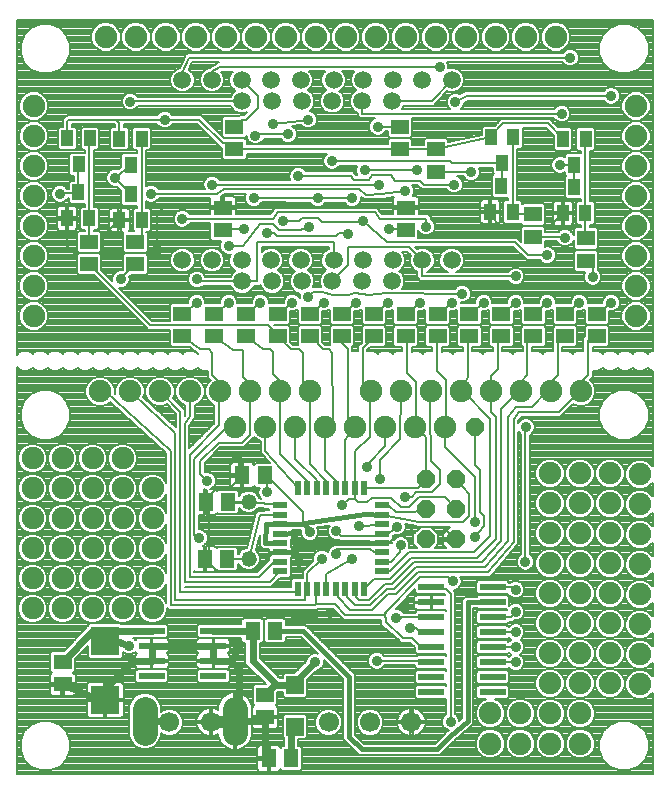
<source format=gbs>
G75*
G70*
%OFA0B0*%
%FSLAX24Y24*%
%IPPOS*%
%LPD*%
%AMOC8*
5,1,8,0,0,1.08239X$1,22.5*
%
%ADD10R,0.0500X0.0220*%
%ADD11R,0.0220X0.0500*%
%ADD12R,0.0591X0.0512*%
%ADD13C,0.0750*%
%ADD14C,0.0591*%
%ADD15R,0.0394X0.0551*%
%ADD16OC8,0.0600*%
%ADD17R,0.0512X0.0591*%
%ADD18R,0.0866X0.0236*%
%ADD19R,0.0945X0.0945*%
%ADD20C,0.0825*%
%ADD21C,0.0669*%
%ADD22R,0.0591X0.0591*%
%ADD23C,0.0520*%
%ADD24C,0.0079*%
%ADD25C,0.0357*%
%ADD26C,0.0160*%
%ADD27C,0.0400*%
%ADD28C,0.0240*%
%ADD29C,0.0098*%
D10*
X009714Y009076D03*
X009714Y009390D03*
X009714Y009705D03*
X009714Y010020D03*
X009714Y010335D03*
X009714Y010650D03*
X009714Y010965D03*
X009714Y011280D03*
X013094Y011280D03*
X013094Y010965D03*
X013094Y010650D03*
X013094Y010335D03*
X013094Y010020D03*
X013094Y009705D03*
X013094Y009390D03*
X013094Y009076D03*
D11*
X012507Y008488D03*
X012192Y008488D03*
X011877Y008488D03*
X011562Y008488D03*
X011247Y008488D03*
X010932Y008488D03*
X010617Y008488D03*
X010302Y008488D03*
X010302Y011868D03*
X010617Y011868D03*
X010932Y011868D03*
X011247Y011868D03*
X011562Y011868D03*
X011877Y011868D03*
X012192Y011868D03*
X012507Y011868D03*
D12*
X012831Y016909D03*
X012831Y017657D03*
X011769Y017657D03*
X011769Y016909D03*
X010706Y016909D03*
X010706Y017657D03*
X009643Y017657D03*
X009643Y016909D03*
X008580Y016909D03*
X008580Y017657D03*
X007517Y017657D03*
X007517Y016909D03*
X006454Y016909D03*
X006454Y017657D03*
X004879Y019311D03*
X004879Y020059D03*
X003345Y020059D03*
X003345Y019311D03*
X007792Y020452D03*
X007792Y021200D03*
X008186Y023149D03*
X008186Y023897D03*
X013698Y023895D03*
X013698Y023147D03*
X014911Y023143D03*
X014911Y022395D03*
X013894Y021200D03*
X013894Y020452D03*
X013894Y017657D03*
X013894Y016909D03*
X014957Y016909D03*
X014957Y017657D03*
X016020Y017657D03*
X016020Y016909D03*
X017083Y016909D03*
X017083Y017657D03*
X018146Y017657D03*
X018146Y016909D03*
X019209Y016909D03*
X019209Y017657D03*
X020272Y017657D03*
X020272Y016909D03*
X019898Y019421D03*
X019898Y020169D03*
X018144Y020222D03*
X018144Y020970D03*
X009206Y004960D03*
X009206Y004212D03*
X002457Y005307D03*
X002457Y006055D03*
D13*
X002456Y007836D03*
X002456Y008836D03*
X002456Y009836D03*
X002456Y010836D03*
X002456Y011836D03*
X002456Y012836D03*
X001456Y012836D03*
X001456Y011836D03*
X001456Y010836D03*
X001456Y009836D03*
X001456Y008836D03*
X001456Y007836D03*
X003456Y007836D03*
X004456Y007836D03*
X004456Y008836D03*
X004456Y009836D03*
X004456Y010836D03*
X004456Y011836D03*
X004456Y012836D03*
X003456Y012836D03*
X003456Y011836D03*
X003456Y010836D03*
X003456Y009836D03*
X003456Y008836D03*
X005456Y008836D03*
X005456Y009836D03*
X005456Y010836D03*
X005456Y011836D03*
X005705Y015078D03*
X006705Y015078D03*
X007705Y015078D03*
X008705Y015078D03*
X009705Y015078D03*
X010705Y015078D03*
X010206Y013897D03*
X009206Y013897D03*
X008206Y013897D03*
X011206Y013897D03*
X012206Y013897D03*
X013206Y013897D03*
X014206Y013897D03*
X015206Y013897D03*
X014729Y015078D03*
X013729Y015078D03*
X012729Y015078D03*
X015729Y015078D03*
X016729Y015078D03*
X017729Y015078D03*
X018729Y015078D03*
X019729Y015078D03*
X021572Y017586D03*
X021572Y018586D03*
X021572Y019586D03*
X021572Y020586D03*
X021572Y021586D03*
X021572Y022586D03*
X021572Y023586D03*
X021572Y024586D03*
X018898Y026888D03*
X017898Y026888D03*
X016898Y026888D03*
X015898Y026888D03*
X014898Y026888D03*
X013898Y026888D03*
X012898Y026888D03*
X011898Y026888D03*
X010898Y026889D03*
X009898Y026889D03*
X008898Y026889D03*
X007898Y026889D03*
X006898Y026889D03*
X005898Y026889D03*
X004898Y026889D03*
X003898Y026889D03*
X001493Y024586D03*
X001493Y023586D03*
X001493Y022586D03*
X001493Y021586D03*
X001493Y020586D03*
X001493Y019586D03*
X001493Y018586D03*
X001493Y017586D03*
X003705Y015078D03*
X004705Y015078D03*
X005456Y007836D03*
X016710Y004338D03*
X017710Y004338D03*
X017717Y003330D03*
X016717Y003330D03*
X018717Y003330D03*
X019717Y003330D03*
X019710Y004338D03*
X019706Y005336D03*
X019706Y006336D03*
X019706Y007336D03*
X019706Y008336D03*
X019706Y009336D03*
X019706Y010336D03*
X019706Y011336D03*
X019706Y012336D03*
X018706Y012336D03*
X018706Y011336D03*
X018706Y010336D03*
X018706Y009336D03*
X018706Y008336D03*
X018706Y007336D03*
X018706Y006336D03*
X018706Y005336D03*
X018710Y004338D03*
X020706Y005336D03*
X021706Y005305D03*
X021706Y006305D03*
X021706Y007305D03*
X021706Y008305D03*
X021706Y009305D03*
X021706Y010305D03*
X021706Y011305D03*
X021706Y012305D03*
X020706Y012336D03*
X020706Y011336D03*
X020706Y010336D03*
X020706Y009336D03*
X020706Y008336D03*
X020706Y007336D03*
X020706Y006336D03*
D14*
X013442Y018749D03*
X013461Y019449D03*
X014446Y019449D03*
X015430Y019449D03*
X012477Y019449D03*
X012442Y018745D03*
X011442Y018745D03*
X011493Y019449D03*
X010391Y019449D03*
X010442Y018745D03*
X009442Y018745D03*
X009406Y019449D03*
X008422Y019449D03*
X008442Y018745D03*
X007438Y019449D03*
X006454Y019449D03*
X008442Y024749D03*
X008422Y025452D03*
X009406Y025452D03*
X009442Y024749D03*
X010442Y024749D03*
X010391Y025452D03*
X011493Y025452D03*
X011442Y024749D03*
X012442Y024749D03*
X012477Y025452D03*
X013461Y025452D03*
X013442Y024749D03*
X014446Y025452D03*
X015430Y025452D03*
X007438Y025452D03*
X006454Y025452D03*
D15*
X005098Y023501D03*
X004350Y023501D03*
X004724Y022635D03*
X004726Y021652D03*
X004352Y020786D03*
X005100Y020786D03*
X003350Y020841D03*
X002602Y020841D03*
X002976Y021707D03*
X002994Y022644D03*
X003368Y023511D03*
X002620Y023511D03*
X016735Y023545D03*
X017483Y023545D03*
X017109Y022679D03*
X017085Y021923D03*
X016711Y021057D03*
X017459Y021057D03*
X019134Y021015D03*
X019882Y021015D03*
X019508Y021881D03*
X019516Y022623D03*
X019890Y023489D03*
X019142Y023489D03*
D16*
X016203Y013897D03*
X015562Y012141D03*
X015562Y011141D03*
X015562Y010141D03*
X014562Y010141D03*
X014562Y011141D03*
X014562Y012141D03*
D17*
X009536Y007096D03*
X008788Y007096D03*
X007950Y009487D03*
X007202Y009487D03*
X007221Y011385D03*
X007969Y011385D03*
X008448Y012273D03*
X009196Y012273D03*
X009331Y002836D03*
X010080Y002836D03*
D18*
X007479Y005586D03*
X007479Y006086D03*
X007479Y006586D03*
X007479Y007086D03*
X005432Y007086D03*
X005432Y006586D03*
X005432Y006086D03*
X005432Y005586D03*
X014750Y005539D03*
X014750Y005039D03*
X014750Y006039D03*
X014750Y006539D03*
X014750Y007039D03*
X014750Y007539D03*
X014750Y008039D03*
X014750Y008539D03*
X016797Y008539D03*
X016797Y008039D03*
X016797Y007539D03*
X016797Y007039D03*
X016797Y006539D03*
X016797Y006039D03*
X016797Y005539D03*
X016797Y005039D03*
D19*
X003879Y004786D03*
X003879Y006755D03*
D20*
X005206Y004499D02*
X005206Y003674D01*
X008206Y003674D02*
X008206Y004499D01*
D21*
X007394Y004047D03*
X006017Y004047D03*
X011328Y004047D03*
X012706Y004047D03*
X014083Y004047D03*
D22*
X010206Y003897D03*
X010206Y005275D03*
D23*
X008664Y009487D03*
X008664Y011387D03*
D24*
X000942Y015877D02*
X000942Y002322D01*
X022123Y002322D01*
X022123Y005034D01*
X022120Y005028D01*
X021983Y004890D01*
X021803Y004816D01*
X021608Y004816D01*
X021428Y004890D01*
X021291Y005028D01*
X021216Y005207D01*
X021216Y005402D01*
X021291Y005582D01*
X021428Y005719D01*
X021015Y005719D01*
X020983Y005751D02*
X020803Y005825D01*
X020608Y005825D01*
X020428Y005751D01*
X020291Y005613D01*
X020216Y005434D01*
X020216Y005239D01*
X020291Y005059D01*
X020428Y004922D01*
X020608Y004847D01*
X020803Y004847D01*
X020983Y004922D01*
X021120Y005059D01*
X021195Y005239D01*
X021195Y005434D01*
X021120Y005613D01*
X020983Y005751D01*
X020874Y005796D02*
X022123Y005796D01*
X022123Y005873D02*
X021942Y005873D01*
X021983Y005890D02*
X022120Y006028D01*
X022123Y006028D01*
X022120Y006028D02*
X022123Y006034D01*
X022123Y005575D01*
X022120Y005582D01*
X021983Y005719D01*
X022123Y005719D01*
X022123Y005641D02*
X022061Y005641D01*
X021983Y005719D02*
X021803Y005794D01*
X021608Y005794D01*
X021428Y005719D01*
X021350Y005641D02*
X021092Y005641D01*
X021141Y005564D02*
X021283Y005564D01*
X021251Y005487D02*
X021173Y005487D01*
X021195Y005409D02*
X021219Y005409D01*
X021216Y005332D02*
X021195Y005332D01*
X021195Y005255D02*
X021216Y005255D01*
X021229Y005178D02*
X021169Y005178D01*
X021137Y005100D02*
X021261Y005100D01*
X021295Y005023D02*
X021084Y005023D01*
X021007Y004946D02*
X021373Y004946D01*
X021480Y004869D02*
X020854Y004869D01*
X020557Y004869D02*
X019854Y004869D01*
X019803Y004847D02*
X019983Y004922D01*
X020120Y005059D01*
X020195Y005239D01*
X020195Y005434D01*
X020120Y005613D01*
X019983Y005751D01*
X019803Y005825D01*
X019608Y005825D01*
X019428Y005751D01*
X019291Y005613D01*
X019216Y005434D01*
X019216Y005239D01*
X019291Y005059D01*
X019428Y004922D01*
X019608Y004847D01*
X019803Y004847D01*
X019808Y004827D02*
X019613Y004827D01*
X019433Y004752D01*
X019296Y004615D01*
X019221Y004435D01*
X019221Y004240D01*
X019296Y004061D01*
X019433Y003923D01*
X019613Y003849D01*
X019808Y003849D01*
X019988Y003923D01*
X020125Y004061D01*
X020200Y004240D01*
X020200Y004435D01*
X020125Y004615D01*
X019988Y004752D01*
X019808Y004827D01*
X019894Y004791D02*
X022123Y004791D01*
X022123Y004714D02*
X020026Y004714D01*
X020103Y004637D02*
X022123Y004637D01*
X022123Y004559D02*
X020148Y004559D01*
X020180Y004482D02*
X022123Y004482D01*
X022123Y004405D02*
X020200Y004405D01*
X020200Y004328D02*
X022123Y004328D01*
X022123Y004250D02*
X020200Y004250D01*
X020172Y004173D02*
X022123Y004173D01*
X022123Y004096D02*
X020140Y004096D01*
X020083Y004018D02*
X020831Y004018D01*
X020710Y003968D02*
X020477Y003736D01*
X020351Y003432D01*
X020351Y003103D01*
X020477Y002799D01*
X020710Y002566D01*
X021013Y002441D01*
X021342Y002441D01*
X021646Y002566D01*
X021879Y002799D01*
X022005Y003103D01*
X022005Y003432D01*
X021879Y003736D01*
X021646Y003968D01*
X021342Y004094D01*
X021013Y004094D01*
X020710Y003968D01*
X020682Y003941D02*
X020006Y003941D01*
X019845Y003864D02*
X020605Y003864D01*
X020528Y003787D02*
X019893Y003787D01*
X019815Y003819D02*
X019620Y003819D01*
X019440Y003745D01*
X019303Y003607D01*
X019228Y003427D01*
X019228Y003233D01*
X019303Y003053D01*
X019440Y002915D01*
X019620Y002841D01*
X019815Y002841D01*
X019994Y002915D01*
X020132Y003053D01*
X020207Y003233D01*
X020207Y003427D01*
X020132Y003607D01*
X019994Y003745D01*
X019815Y003819D01*
X020030Y003709D02*
X020466Y003709D01*
X020434Y003632D02*
X020107Y003632D01*
X020154Y003555D02*
X020402Y003555D01*
X020370Y003477D02*
X020186Y003477D01*
X020207Y003400D02*
X020351Y003400D01*
X020351Y003323D02*
X020207Y003323D01*
X020207Y003246D02*
X020351Y003246D01*
X020351Y003168D02*
X020180Y003168D01*
X020148Y003091D02*
X020356Y003091D01*
X020388Y003014D02*
X020093Y003014D01*
X020016Y002936D02*
X020420Y002936D01*
X020452Y002859D02*
X019859Y002859D01*
X019576Y002859D02*
X018859Y002859D01*
X018815Y002841D02*
X018994Y002915D01*
X019132Y003053D01*
X019207Y003233D01*
X019207Y003427D01*
X019132Y003607D01*
X018994Y003745D01*
X018815Y003819D01*
X018620Y003819D01*
X018440Y003745D01*
X018303Y003607D01*
X018228Y003427D01*
X018228Y003233D01*
X018303Y003053D01*
X018440Y002915D01*
X018620Y002841D01*
X018815Y002841D01*
X019016Y002936D02*
X019419Y002936D01*
X019342Y003014D02*
X019093Y003014D01*
X019148Y003091D02*
X019287Y003091D01*
X019255Y003168D02*
X019180Y003168D01*
X019207Y003246D02*
X019228Y003246D01*
X019228Y003323D02*
X019207Y003323D01*
X019207Y003400D02*
X019228Y003400D01*
X019249Y003477D02*
X019186Y003477D01*
X019154Y003555D02*
X019281Y003555D01*
X019328Y003632D02*
X019107Y003632D01*
X019030Y003709D02*
X019405Y003709D01*
X019541Y003787D02*
X018893Y003787D01*
X018845Y003864D02*
X019576Y003864D01*
X019415Y003941D02*
X019006Y003941D01*
X018988Y003923D02*
X019125Y004061D01*
X019200Y004240D01*
X019200Y004435D01*
X019125Y004615D01*
X018988Y004752D01*
X018808Y004827D01*
X018613Y004827D01*
X018433Y004752D01*
X018296Y004615D01*
X018221Y004435D01*
X018221Y004240D01*
X018296Y004061D01*
X018433Y003923D01*
X018613Y003849D01*
X018808Y003849D01*
X018988Y003923D01*
X019083Y004018D02*
X019338Y004018D01*
X019281Y004096D02*
X019140Y004096D01*
X019172Y004173D02*
X019249Y004173D01*
X019221Y004250D02*
X019200Y004250D01*
X019200Y004328D02*
X019221Y004328D01*
X019221Y004405D02*
X019200Y004405D01*
X019180Y004482D02*
X019241Y004482D01*
X019273Y004559D02*
X019148Y004559D01*
X019103Y004637D02*
X019318Y004637D01*
X019395Y004714D02*
X019026Y004714D01*
X018894Y004791D02*
X019527Y004791D01*
X019557Y004869D02*
X018854Y004869D01*
X018803Y004847D02*
X018983Y004922D01*
X019120Y005059D01*
X019195Y005239D01*
X019195Y005434D01*
X019120Y005613D01*
X018983Y005751D01*
X018803Y005825D01*
X018608Y005825D01*
X018428Y005751D01*
X018291Y005613D01*
X018216Y005434D01*
X018216Y005239D01*
X018291Y005059D01*
X018428Y004922D01*
X018608Y004847D01*
X018803Y004847D01*
X019007Y004946D02*
X019404Y004946D01*
X019327Y005023D02*
X019084Y005023D01*
X019137Y005100D02*
X019274Y005100D01*
X019242Y005178D02*
X019169Y005178D01*
X019195Y005255D02*
X019216Y005255D01*
X019216Y005332D02*
X019195Y005332D01*
X019195Y005409D02*
X019216Y005409D01*
X019238Y005487D02*
X019173Y005487D01*
X019141Y005564D02*
X019270Y005564D01*
X019319Y005641D02*
X019092Y005641D01*
X019015Y005719D02*
X019396Y005719D01*
X019537Y005796D02*
X018874Y005796D01*
X018866Y005873D02*
X019545Y005873D01*
X019608Y005847D02*
X019803Y005847D01*
X019983Y005922D01*
X020120Y006059D01*
X020195Y006239D01*
X020195Y006434D01*
X020120Y006613D01*
X019983Y006751D01*
X019803Y006825D01*
X019608Y006825D01*
X019428Y006751D01*
X019291Y006613D01*
X019216Y006434D01*
X019216Y006239D01*
X019291Y006059D01*
X019428Y005922D01*
X019608Y005847D01*
X019399Y005950D02*
X019011Y005950D01*
X018983Y005922D02*
X019120Y006059D01*
X019195Y006239D01*
X019195Y006434D01*
X019120Y006613D01*
X018983Y006751D01*
X018803Y006825D01*
X018608Y006825D01*
X018428Y006751D01*
X018291Y006613D01*
X018216Y006434D01*
X018216Y006239D01*
X018291Y006059D01*
X018428Y005922D01*
X018608Y005847D01*
X018803Y005847D01*
X018983Y005922D01*
X019089Y006028D02*
X019322Y006028D01*
X019272Y006105D02*
X019139Y006105D01*
X019171Y006182D02*
X019240Y006182D01*
X019216Y006260D02*
X019195Y006260D01*
X019195Y006337D02*
X019216Y006337D01*
X019216Y006414D02*
X019195Y006414D01*
X019171Y006491D02*
X019240Y006491D01*
X019272Y006569D02*
X019139Y006569D01*
X019088Y006646D02*
X019323Y006646D01*
X019401Y006723D02*
X019010Y006723D01*
X018863Y006801D02*
X019548Y006801D01*
X019608Y006847D02*
X019428Y006922D01*
X019291Y007059D01*
X019216Y007239D01*
X019216Y007434D01*
X019291Y007613D01*
X019428Y007751D01*
X019608Y007825D01*
X019803Y007825D01*
X019983Y007751D01*
X020120Y007613D01*
X020195Y007434D01*
X020195Y007239D01*
X020120Y007059D01*
X019983Y006922D01*
X019803Y006847D01*
X019608Y006847D01*
X019534Y006878D02*
X018877Y006878D01*
X018803Y006847D02*
X018983Y006922D01*
X019120Y007059D01*
X019195Y007239D01*
X019195Y007434D01*
X019120Y007613D01*
X018983Y007751D01*
X018803Y007825D01*
X018608Y007825D01*
X018428Y007751D01*
X018291Y007613D01*
X018216Y007434D01*
X018216Y007239D01*
X018291Y007059D01*
X018428Y006922D01*
X018608Y006847D01*
X018803Y006847D01*
X019016Y006955D02*
X019395Y006955D01*
X019318Y007032D02*
X019093Y007032D01*
X019141Y007110D02*
X019270Y007110D01*
X019238Y007187D02*
X019173Y007187D01*
X019195Y007264D02*
X019216Y007264D01*
X019216Y007342D02*
X019195Y007342D01*
X019195Y007419D02*
X019216Y007419D01*
X019242Y007496D02*
X019169Y007496D01*
X019137Y007573D02*
X019274Y007573D01*
X019328Y007651D02*
X019083Y007651D01*
X019006Y007728D02*
X019405Y007728D01*
X019560Y007805D02*
X018851Y007805D01*
X018803Y007847D02*
X018983Y007922D01*
X019120Y008059D01*
X019195Y008239D01*
X019195Y008434D01*
X019120Y008613D01*
X018983Y008751D01*
X018803Y008825D01*
X018608Y008825D01*
X018428Y008751D01*
X018291Y008613D01*
X018216Y008434D01*
X018216Y008239D01*
X018291Y008059D01*
X018428Y007922D01*
X018608Y007847D01*
X018803Y007847D01*
X018888Y007883D02*
X019523Y007883D01*
X019608Y007847D02*
X019428Y007922D01*
X019291Y008059D01*
X019216Y008239D01*
X019216Y008434D01*
X019291Y008613D01*
X019428Y008751D01*
X019608Y008825D01*
X019803Y008825D01*
X019983Y008751D01*
X020120Y008613D01*
X020195Y008434D01*
X020195Y008239D01*
X020120Y008059D01*
X019983Y007922D01*
X019803Y007847D01*
X019608Y007847D01*
X019390Y007960D02*
X019021Y007960D01*
X019098Y008037D02*
X019313Y008037D01*
X019268Y008114D02*
X019143Y008114D01*
X019175Y008192D02*
X019236Y008192D01*
X019216Y008269D02*
X019195Y008269D01*
X019195Y008346D02*
X019216Y008346D01*
X019216Y008424D02*
X019195Y008424D01*
X019167Y008501D02*
X019244Y008501D01*
X019276Y008578D02*
X019135Y008578D01*
X019078Y008655D02*
X019333Y008655D01*
X019410Y008733D02*
X019001Y008733D01*
X018840Y008810D02*
X019571Y008810D01*
X019608Y008847D02*
X019803Y008847D01*
X019983Y008922D01*
X020120Y009059D01*
X020195Y009239D01*
X020195Y009434D01*
X020120Y009613D01*
X019983Y009751D01*
X019803Y009825D01*
X019608Y009825D01*
X019428Y009751D01*
X019291Y009613D01*
X019216Y009434D01*
X019216Y009239D01*
X019291Y009059D01*
X019428Y008922D01*
X019608Y008847D01*
X019511Y008887D02*
X018900Y008887D01*
X018983Y008922D02*
X019120Y009059D01*
X019195Y009239D01*
X019195Y009434D01*
X019120Y009613D01*
X018983Y009751D01*
X018803Y009825D01*
X018608Y009825D01*
X018428Y009751D01*
X018291Y009613D01*
X018216Y009434D01*
X018216Y009239D01*
X018291Y009059D01*
X018428Y008922D01*
X018608Y008847D01*
X018803Y008847D01*
X018983Y008922D01*
X019026Y008965D02*
X019385Y008965D01*
X019308Y009042D02*
X019103Y009042D01*
X019145Y009119D02*
X019266Y009119D01*
X019234Y009196D02*
X019177Y009196D01*
X019195Y009274D02*
X019216Y009274D01*
X019216Y009351D02*
X019195Y009351D01*
X019195Y009428D02*
X019216Y009428D01*
X019246Y009506D02*
X019165Y009506D01*
X019133Y009583D02*
X019278Y009583D01*
X019337Y009660D02*
X019074Y009660D01*
X018996Y009737D02*
X019415Y009737D01*
X019500Y009892D02*
X018911Y009892D01*
X018983Y009922D02*
X019120Y010059D01*
X019195Y010239D01*
X019195Y010434D01*
X019120Y010613D01*
X018983Y010751D01*
X018803Y010825D01*
X018608Y010825D01*
X018428Y010751D01*
X018291Y010613D01*
X018216Y010434D01*
X018216Y010239D01*
X018291Y010059D01*
X018428Y009922D01*
X018608Y009847D01*
X018803Y009847D01*
X018983Y009922D01*
X019030Y009969D02*
X019381Y009969D01*
X019428Y009922D02*
X019608Y009847D01*
X019803Y009847D01*
X019983Y009922D01*
X020120Y010059D01*
X020195Y010239D01*
X020195Y010434D01*
X020120Y010613D01*
X019983Y010751D01*
X019803Y010825D01*
X019608Y010825D01*
X019428Y010751D01*
X019291Y010613D01*
X019216Y010434D01*
X019216Y010239D01*
X019291Y010059D01*
X019428Y009922D01*
X019303Y010046D02*
X019108Y010046D01*
X019147Y010124D02*
X019264Y010124D01*
X019232Y010201D02*
X019179Y010201D01*
X019195Y010278D02*
X019216Y010278D01*
X019216Y010356D02*
X019195Y010356D01*
X019195Y010433D02*
X019216Y010433D01*
X019248Y010510D02*
X019163Y010510D01*
X019131Y010587D02*
X019280Y010587D01*
X019342Y010665D02*
X019069Y010665D01*
X018992Y010742D02*
X019419Y010742D01*
X019489Y010897D02*
X018922Y010897D01*
X018983Y010922D02*
X019120Y011059D01*
X019195Y011239D01*
X019195Y011434D01*
X019120Y011613D01*
X018983Y011751D01*
X018803Y011825D01*
X018608Y011825D01*
X018428Y011751D01*
X018291Y011613D01*
X018216Y011434D01*
X018216Y011239D01*
X018291Y011059D01*
X018428Y010922D01*
X018608Y010847D01*
X018803Y010847D01*
X018983Y010922D01*
X019035Y010974D02*
X019376Y010974D01*
X019428Y010922D02*
X019608Y010847D01*
X019803Y010847D01*
X019983Y010922D01*
X020120Y011059D01*
X020195Y011239D01*
X020195Y011434D01*
X020120Y011613D01*
X019983Y011751D01*
X019803Y011825D01*
X019608Y011825D01*
X019428Y011751D01*
X019291Y011613D01*
X019216Y011434D01*
X019216Y011239D01*
X019291Y011059D01*
X019428Y010922D01*
X019299Y011051D02*
X019112Y011051D01*
X019149Y011128D02*
X019262Y011128D01*
X019230Y011206D02*
X019181Y011206D01*
X019195Y011283D02*
X019216Y011283D01*
X019216Y011360D02*
X019195Y011360D01*
X019193Y011438D02*
X019218Y011438D01*
X019250Y011515D02*
X019161Y011515D01*
X019129Y011592D02*
X019282Y011592D01*
X019347Y011669D02*
X019064Y011669D01*
X018987Y011747D02*
X019424Y011747D01*
X019477Y011901D02*
X018934Y011901D01*
X018983Y011922D02*
X019120Y012059D01*
X019195Y012239D01*
X019195Y012434D01*
X019120Y012613D01*
X018983Y012751D01*
X018803Y012825D01*
X018608Y012825D01*
X018428Y012751D01*
X018291Y012613D01*
X018216Y012434D01*
X018216Y012239D01*
X018291Y012059D01*
X018428Y011922D01*
X018608Y011847D01*
X018803Y011847D01*
X018983Y011922D01*
X019040Y011979D02*
X019371Y011979D01*
X019428Y011922D02*
X019608Y011847D01*
X019803Y011847D01*
X019983Y011922D01*
X020120Y012059D01*
X020195Y012239D01*
X020195Y012434D01*
X020120Y012613D01*
X019983Y012751D01*
X019803Y012825D01*
X019608Y012825D01*
X019428Y012751D01*
X019291Y012613D01*
X019216Y012434D01*
X019216Y012239D01*
X019291Y012059D01*
X019428Y011922D01*
X019294Y012056D02*
X019117Y012056D01*
X019151Y012133D02*
X019260Y012133D01*
X019228Y012210D02*
X019183Y012210D01*
X019195Y012288D02*
X019216Y012288D01*
X019216Y012365D02*
X019195Y012365D01*
X019191Y012442D02*
X019220Y012442D01*
X019252Y012520D02*
X019159Y012520D01*
X019127Y012597D02*
X019284Y012597D01*
X019352Y012674D02*
X019059Y012674D01*
X018982Y012751D02*
X019429Y012751D01*
X019982Y012751D02*
X020429Y012751D01*
X020428Y012751D02*
X020291Y012613D01*
X020216Y012434D01*
X020216Y012239D01*
X020291Y012059D01*
X020428Y011922D01*
X020608Y011847D01*
X020803Y011847D01*
X020983Y011922D01*
X021120Y012059D01*
X021195Y012239D01*
X021195Y012434D01*
X021120Y012613D01*
X020983Y012751D01*
X020803Y012825D01*
X020608Y012825D01*
X020428Y012751D01*
X020352Y012674D02*
X020059Y012674D01*
X020127Y012597D02*
X020284Y012597D01*
X020252Y012520D02*
X020159Y012520D01*
X020191Y012442D02*
X020220Y012442D01*
X020216Y012365D02*
X020195Y012365D01*
X020195Y012288D02*
X020216Y012288D01*
X020228Y012210D02*
X020183Y012210D01*
X020151Y012133D02*
X020260Y012133D01*
X020294Y012056D02*
X020117Y012056D01*
X020040Y011979D02*
X020371Y011979D01*
X020477Y011901D02*
X019934Y011901D01*
X019806Y011824D02*
X020605Y011824D01*
X020608Y011825D02*
X020428Y011751D01*
X020291Y011613D01*
X020216Y011434D01*
X020216Y011239D01*
X020291Y011059D01*
X020428Y010922D01*
X020608Y010847D01*
X020803Y010847D01*
X020983Y010922D01*
X021120Y011059D01*
X021195Y011239D01*
X021195Y011434D01*
X021120Y011613D01*
X020983Y011751D01*
X020803Y011825D01*
X020608Y011825D01*
X020806Y011824D02*
X021588Y011824D01*
X021608Y011816D02*
X021803Y011816D01*
X021983Y011890D01*
X022120Y012028D01*
X022123Y012034D01*
X022123Y011575D01*
X022120Y011582D01*
X021983Y011719D01*
X021803Y011794D01*
X021608Y011794D01*
X021428Y011719D01*
X021291Y011582D01*
X021216Y011402D01*
X021216Y011207D01*
X021291Y011028D01*
X021428Y010890D01*
X021608Y010816D01*
X021803Y010816D01*
X021983Y010890D01*
X022120Y011028D01*
X022123Y011034D01*
X022123Y010575D01*
X022120Y010582D01*
X021983Y010719D01*
X021803Y010794D01*
X021608Y010794D01*
X021428Y010719D01*
X021291Y010582D01*
X021216Y010402D01*
X021216Y010207D01*
X021291Y010028D01*
X021428Y009890D01*
X021608Y009816D01*
X021803Y009816D01*
X021983Y009890D01*
X022120Y010028D01*
X022123Y010034D01*
X022123Y009575D01*
X022120Y009582D01*
X021983Y009719D01*
X021803Y009794D01*
X021608Y009794D01*
X021428Y009719D01*
X021291Y009582D01*
X021216Y009402D01*
X021216Y009207D01*
X021291Y009028D01*
X021428Y008890D01*
X021608Y008816D01*
X021803Y008816D01*
X021983Y008890D01*
X022120Y009028D01*
X022123Y009034D01*
X022123Y008575D01*
X022120Y008582D01*
X021983Y008719D01*
X021803Y008794D01*
X021608Y008794D01*
X021428Y008719D01*
X021291Y008582D01*
X021216Y008402D01*
X021216Y008207D01*
X021291Y008028D01*
X021428Y007890D01*
X021608Y007816D01*
X021803Y007816D01*
X021983Y007890D01*
X022120Y008028D01*
X022123Y008034D01*
X022123Y007575D01*
X022120Y007582D01*
X021983Y007719D01*
X021803Y007794D01*
X021608Y007794D01*
X021428Y007719D01*
X021291Y007582D01*
X021216Y007402D01*
X021216Y007207D01*
X021291Y007028D01*
X021428Y006890D01*
X021608Y006816D01*
X021803Y006816D01*
X021983Y006890D01*
X022120Y007028D01*
X022123Y007034D01*
X022123Y006575D01*
X022120Y006582D01*
X021983Y006719D01*
X021803Y006794D01*
X021608Y006794D01*
X021428Y006719D01*
X021291Y006582D01*
X021216Y006402D01*
X021216Y006207D01*
X021291Y006028D01*
X021089Y006028D01*
X021120Y006059D02*
X021195Y006239D01*
X021195Y006434D01*
X021120Y006613D01*
X020983Y006751D01*
X020803Y006825D01*
X020608Y006825D01*
X020428Y006751D01*
X020291Y006613D01*
X020216Y006434D01*
X020216Y006239D01*
X020291Y006059D01*
X020428Y005922D01*
X020608Y005847D01*
X020803Y005847D01*
X020983Y005922D01*
X021120Y006059D01*
X021139Y006105D02*
X021259Y006105D01*
X021291Y006028D02*
X021428Y005890D01*
X021608Y005816D01*
X021803Y005816D01*
X021983Y005890D01*
X022043Y005950D02*
X022123Y005950D01*
X021469Y005873D02*
X020866Y005873D01*
X021011Y005950D02*
X021368Y005950D01*
X021227Y006182D02*
X021171Y006182D01*
X021195Y006260D02*
X021216Y006260D01*
X021216Y006337D02*
X021195Y006337D01*
X021195Y006414D02*
X021221Y006414D01*
X021253Y006491D02*
X021171Y006491D01*
X021139Y006569D02*
X021285Y006569D01*
X021355Y006646D02*
X021088Y006646D01*
X021010Y006723D02*
X021438Y006723D01*
X021458Y006878D02*
X020877Y006878D01*
X020863Y006801D02*
X022123Y006801D01*
X022123Y006878D02*
X021953Y006878D01*
X022048Y006955D02*
X022123Y006955D01*
X022122Y007032D02*
X022123Y007032D01*
X022123Y006723D02*
X021973Y006723D01*
X022056Y006646D02*
X022123Y006646D01*
X021363Y006955D02*
X021016Y006955D01*
X020983Y006922D02*
X021120Y007059D01*
X021195Y007239D01*
X021195Y007434D01*
X021120Y007613D01*
X020983Y007751D01*
X020803Y007825D01*
X020608Y007825D01*
X020428Y007751D01*
X020291Y007613D01*
X020216Y007434D01*
X020216Y007239D01*
X020291Y007059D01*
X020428Y006922D01*
X020608Y006847D01*
X020803Y006847D01*
X020983Y006922D01*
X021093Y007032D02*
X021289Y007032D01*
X021257Y007110D02*
X021141Y007110D01*
X021173Y007187D02*
X021225Y007187D01*
X021216Y007264D02*
X021195Y007264D01*
X021195Y007342D02*
X021216Y007342D01*
X021223Y007419D02*
X021195Y007419D01*
X021169Y007496D02*
X021255Y007496D01*
X021287Y007573D02*
X021137Y007573D01*
X021083Y007651D02*
X021360Y007651D01*
X021449Y007728D02*
X021006Y007728D01*
X020851Y007805D02*
X022123Y007805D01*
X022123Y007728D02*
X021962Y007728D01*
X022051Y007651D02*
X022123Y007651D01*
X022123Y007883D02*
X021964Y007883D01*
X022052Y007960D02*
X022123Y007960D01*
X022122Y008578D02*
X022123Y008578D01*
X022123Y008655D02*
X022047Y008655D01*
X022123Y008733D02*
X021951Y008733D01*
X021976Y008887D02*
X022123Y008887D01*
X022123Y008810D02*
X020840Y008810D01*
X020803Y008825D02*
X020608Y008825D01*
X020428Y008751D01*
X020291Y008613D01*
X020216Y008434D01*
X020216Y008239D01*
X020291Y008059D01*
X020428Y007922D01*
X020608Y007847D01*
X020803Y007847D01*
X020983Y007922D01*
X021120Y008059D01*
X021195Y008239D01*
X021195Y008434D01*
X021120Y008613D01*
X020983Y008751D01*
X020803Y008825D01*
X020803Y008847D02*
X020983Y008922D01*
X021120Y009059D01*
X021195Y009239D01*
X021195Y009434D01*
X021120Y009613D01*
X020983Y009751D01*
X020803Y009825D01*
X020608Y009825D01*
X020428Y009751D01*
X020291Y009613D01*
X020216Y009434D01*
X020216Y009239D01*
X020291Y009059D01*
X020428Y008922D01*
X020608Y008847D01*
X020803Y008847D01*
X020900Y008887D02*
X021435Y008887D01*
X021354Y008965D02*
X021026Y008965D01*
X021103Y009042D02*
X021285Y009042D01*
X021253Y009119D02*
X021145Y009119D01*
X021177Y009196D02*
X021221Y009196D01*
X021216Y009274D02*
X021195Y009274D01*
X021195Y009351D02*
X021216Y009351D01*
X021227Y009428D02*
X021195Y009428D01*
X021165Y009506D02*
X021259Y009506D01*
X021292Y009583D02*
X021133Y009583D01*
X021074Y009660D02*
X021369Y009660D01*
X021472Y009737D02*
X020996Y009737D01*
X020911Y009892D02*
X021427Y009892D01*
X021349Y009969D02*
X021030Y009969D01*
X020983Y009922D02*
X021120Y010059D01*
X021195Y010239D01*
X021195Y010434D01*
X021120Y010613D01*
X020983Y010751D01*
X020803Y010825D01*
X020608Y010825D01*
X020428Y010751D01*
X020291Y010613D01*
X020216Y010434D01*
X020216Y010239D01*
X020291Y010059D01*
X020428Y009922D01*
X020608Y009847D01*
X020803Y009847D01*
X020983Y009922D01*
X021108Y010046D02*
X021283Y010046D01*
X021251Y010124D02*
X021147Y010124D01*
X021179Y010201D02*
X021219Y010201D01*
X021216Y010278D02*
X021195Y010278D01*
X021195Y010356D02*
X021216Y010356D01*
X021229Y010433D02*
X021195Y010433D01*
X021163Y010510D02*
X021261Y010510D01*
X021296Y010587D02*
X021131Y010587D01*
X021069Y010665D02*
X021374Y010665D01*
X021483Y010742D02*
X020992Y010742D01*
X020922Y010897D02*
X021422Y010897D01*
X021345Y010974D02*
X021035Y010974D01*
X021112Y011051D02*
X021281Y011051D01*
X021249Y011128D02*
X021149Y011128D01*
X021181Y011206D02*
X021217Y011206D01*
X021216Y011283D02*
X021195Y011283D01*
X021195Y011360D02*
X021216Y011360D01*
X021231Y011438D02*
X021193Y011438D01*
X021161Y011515D02*
X021263Y011515D01*
X021301Y011592D02*
X021129Y011592D01*
X021064Y011669D02*
X021378Y011669D01*
X021494Y011747D02*
X020987Y011747D01*
X020934Y011901D02*
X021417Y011901D01*
X021428Y011890D02*
X021608Y011816D01*
X021428Y011890D02*
X021291Y012028D01*
X021216Y012207D01*
X021216Y012402D01*
X021291Y012582D01*
X021428Y012719D01*
X021608Y012794D01*
X021803Y012794D01*
X021983Y012719D01*
X022120Y012582D01*
X022123Y012575D01*
X022123Y015758D01*
X022016Y015803D01*
X021955Y015863D01*
X021895Y015803D01*
X021772Y015752D01*
X021639Y015752D01*
X021516Y015803D01*
X021455Y015863D01*
X021395Y015803D01*
X021272Y015752D01*
X021139Y015752D01*
X021016Y015803D01*
X020955Y015863D01*
X020895Y015803D01*
X020772Y015752D01*
X020639Y015752D01*
X020516Y015803D01*
X020455Y015863D01*
X020395Y015803D01*
X020272Y015752D01*
X020139Y015752D01*
X020121Y015759D01*
X020121Y015673D01*
X020121Y015546D01*
X020037Y015462D01*
X020143Y015356D01*
X020218Y015176D01*
X020218Y014981D01*
X020143Y014801D01*
X020006Y014664D01*
X019826Y014589D01*
X019631Y014589D01*
X019479Y014652D01*
X019051Y014225D01*
X018924Y014225D01*
X017757Y014225D01*
X017650Y014091D01*
X017650Y014033D01*
X017655Y014044D01*
X017737Y014126D01*
X017845Y014170D01*
X017961Y014170D01*
X018069Y014126D01*
X018151Y014044D01*
X018195Y013936D01*
X018195Y013820D01*
X018151Y013712D01*
X018069Y013630D01*
X018041Y013618D01*
X018041Y009643D01*
X018053Y009637D01*
X018135Y009555D01*
X018180Y009448D01*
X018180Y009331D01*
X018135Y009224D01*
X018053Y009141D01*
X017946Y009097D01*
X017829Y009097D01*
X017722Y009141D01*
X017639Y009224D01*
X017595Y009331D01*
X017595Y009448D01*
X017639Y009555D01*
X017722Y009637D01*
X017734Y009643D01*
X017734Y013633D01*
X017655Y013712D01*
X017650Y013723D01*
X017650Y010072D01*
X017655Y010016D01*
X017650Y010010D01*
X017650Y010002D01*
X017610Y009962D01*
X016804Y008999D01*
X016804Y008991D01*
X016764Y008951D01*
X016727Y008907D01*
X016719Y008907D01*
X016714Y008901D01*
X016657Y008901D01*
X016601Y008896D01*
X016595Y008901D01*
X015716Y008901D01*
X015760Y008795D01*
X015760Y008678D01*
X015715Y008571D01*
X015633Y008488D01*
X015525Y008444D01*
X015489Y008444D01*
X015543Y008390D01*
X015543Y004317D01*
X015556Y004312D01*
X015638Y004230D01*
X015682Y004122D01*
X015682Y004101D01*
X015761Y004173D01*
X015661Y004173D01*
X015617Y004250D02*
X015761Y004250D01*
X015761Y004173D02*
X015761Y008119D01*
X015875Y008233D01*
X016036Y008233D01*
X016279Y008233D01*
X016317Y008271D01*
X017278Y008271D01*
X017344Y008204D01*
X017344Y007935D01*
X017390Y007981D01*
X017498Y008025D01*
X017614Y008025D01*
X017722Y007981D01*
X017804Y007898D01*
X017848Y007791D01*
X017848Y007674D01*
X017804Y007567D01*
X017722Y007485D01*
X017614Y007440D01*
X017523Y007440D01*
X017520Y007437D01*
X017487Y007394D01*
X017476Y007393D01*
X017469Y007386D01*
X017415Y007386D01*
X017361Y007379D01*
X017352Y007386D01*
X017344Y007386D01*
X017344Y007374D01*
X017278Y007307D01*
X016317Y007307D01*
X016250Y007374D01*
X016250Y007704D01*
X016317Y007771D01*
X017263Y007771D01*
X017263Y007791D01*
X017270Y007807D01*
X016317Y007807D01*
X016279Y007845D01*
X016150Y007845D01*
X016150Y004161D01*
X016154Y004157D01*
X016150Y004081D01*
X016150Y004006D01*
X016146Y004002D01*
X016145Y003996D01*
X016089Y003945D01*
X016036Y003892D01*
X016030Y003892D01*
X015516Y003428D01*
X015147Y003059D01*
X015033Y002945D01*
X012503Y002945D01*
X012342Y002945D01*
X011929Y003358D01*
X011816Y003471D01*
X011816Y005475D01*
X011159Y006132D01*
X011168Y006109D01*
X011168Y005993D01*
X011124Y005885D01*
X011041Y005803D01*
X010934Y005758D01*
X010914Y005758D01*
X010615Y005459D01*
X010615Y004933D01*
X010548Y004866D01*
X009863Y004866D01*
X009796Y004933D01*
X009796Y005041D01*
X009709Y005041D01*
X009617Y005041D01*
X009615Y005039D01*
X009615Y004657D01*
X009562Y004604D01*
X009640Y004526D01*
X009640Y004252D01*
X009245Y004252D01*
X009245Y004173D01*
X009796Y004173D01*
X009796Y004240D02*
X009796Y003555D01*
X009845Y003505D01*
X009845Y003246D01*
X009776Y003246D01*
X009723Y003193D01*
X009645Y003271D01*
X009371Y003271D01*
X009371Y002876D01*
X009292Y002876D01*
X009292Y003271D01*
X009018Y003271D01*
X008936Y003189D01*
X008936Y002876D01*
X009292Y002876D01*
X009292Y002797D01*
X008936Y002797D01*
X008936Y002483D01*
X009018Y002402D01*
X009292Y002402D01*
X009292Y002797D01*
X009371Y002797D01*
X009371Y002402D01*
X009645Y002402D01*
X009723Y002480D01*
X009776Y002427D01*
X010383Y002427D01*
X010450Y002494D01*
X010450Y003179D01*
X010383Y003246D01*
X010314Y003246D01*
X010314Y003488D01*
X010548Y003488D01*
X010615Y003555D01*
X010615Y004240D01*
X010548Y004307D01*
X009863Y004307D01*
X009796Y004240D01*
X009806Y004250D02*
X009245Y004250D01*
X009245Y004173D02*
X009640Y004173D01*
X009640Y003899D01*
X009559Y003817D01*
X009245Y003817D01*
X009245Y004173D01*
X009166Y004173D01*
X008757Y004173D01*
X008771Y004173D02*
X008771Y003899D01*
X008852Y003817D01*
X009166Y003817D01*
X009166Y004173D01*
X008771Y004173D01*
X008757Y004126D02*
X008757Y004609D01*
X008673Y004811D01*
X008518Y004967D01*
X008315Y005051D01*
X008245Y005051D01*
X008245Y004126D01*
X008166Y004126D01*
X008166Y005051D01*
X008096Y005051D01*
X007893Y004967D01*
X007738Y004811D01*
X007654Y004609D01*
X007654Y004453D01*
X007489Y004521D01*
X007434Y004521D01*
X007434Y004086D01*
X007868Y004086D01*
X007868Y004126D01*
X008166Y004126D01*
X008166Y004047D01*
X007654Y004047D01*
X007654Y004008D01*
X007434Y004008D01*
X007434Y004086D01*
X007355Y004086D01*
X007355Y004008D01*
X006920Y004008D01*
X006920Y003953D01*
X006993Y003778D01*
X007126Y003645D01*
X007300Y003573D01*
X007355Y003573D01*
X007355Y004007D01*
X007434Y004007D01*
X007434Y003573D01*
X007489Y003573D01*
X007654Y003641D01*
X007654Y003564D01*
X007738Y003361D01*
X007893Y003206D01*
X008096Y003122D01*
X008166Y003122D01*
X008166Y004047D01*
X008245Y004047D01*
X008245Y004126D01*
X008757Y004126D01*
X008771Y004096D02*
X008245Y004096D01*
X008245Y004047D02*
X008757Y004047D01*
X008757Y003564D01*
X008673Y003361D01*
X008518Y003206D01*
X008315Y003122D01*
X008245Y003122D01*
X008245Y004047D01*
X008245Y004018D02*
X008166Y004018D01*
X008166Y003941D02*
X008245Y003941D01*
X008245Y003864D02*
X008166Y003864D01*
X008166Y003787D02*
X008245Y003787D01*
X008245Y003709D02*
X008166Y003709D01*
X008166Y003632D02*
X008245Y003632D01*
X008245Y003555D02*
X008166Y003555D01*
X008166Y003477D02*
X008245Y003477D01*
X008245Y003400D02*
X008166Y003400D01*
X008166Y003323D02*
X008245Y003323D01*
X008245Y003246D02*
X008166Y003246D01*
X008166Y003168D02*
X008245Y003168D01*
X008427Y003168D02*
X008936Y003168D01*
X008936Y003091D02*
X002708Y003091D01*
X002713Y003103D02*
X002587Y002799D01*
X002355Y002566D01*
X002051Y002441D01*
X001722Y002441D01*
X001418Y002566D01*
X001186Y002799D01*
X001060Y003103D01*
X001060Y003432D01*
X001186Y003736D01*
X001418Y003968D01*
X001722Y004094D01*
X002051Y004094D01*
X002355Y003968D01*
X002587Y003736D01*
X002713Y003432D01*
X002713Y003103D01*
X002713Y003168D02*
X005050Y003168D01*
X005101Y003147D02*
X005310Y003147D01*
X005504Y003227D01*
X005652Y003375D01*
X005732Y003569D01*
X005732Y003697D01*
X005762Y003666D01*
X005927Y003598D01*
X006106Y003598D01*
X006271Y003666D01*
X006397Y003793D01*
X006465Y003958D01*
X006465Y004136D01*
X006397Y004301D01*
X006271Y004427D01*
X006106Y004496D01*
X005927Y004496D01*
X005762Y004427D01*
X005732Y004397D01*
X005732Y004604D01*
X005652Y004797D01*
X005504Y004945D01*
X005310Y005025D01*
X005101Y005025D01*
X004907Y004945D01*
X004759Y004797D01*
X004679Y004604D01*
X004679Y003569D01*
X004759Y003375D01*
X004907Y003227D01*
X005101Y003147D01*
X004889Y003246D02*
X002713Y003246D01*
X002713Y003323D02*
X004812Y003323D01*
X004749Y003400D02*
X002713Y003400D01*
X002694Y003477D02*
X004717Y003477D01*
X004685Y003555D02*
X002662Y003555D01*
X002630Y003632D02*
X004679Y003632D01*
X004679Y003709D02*
X002598Y003709D01*
X002537Y003787D02*
X004679Y003787D01*
X004679Y003864D02*
X002459Y003864D01*
X002382Y003941D02*
X004679Y003941D01*
X004679Y004018D02*
X002234Y004018D01*
X001539Y004018D02*
X000942Y004018D01*
X000942Y003941D02*
X001391Y003941D01*
X001314Y003864D02*
X000942Y003864D01*
X000942Y003787D02*
X001237Y003787D01*
X001175Y003709D02*
X000942Y003709D01*
X000942Y003632D02*
X001143Y003632D01*
X001111Y003555D02*
X000942Y003555D01*
X000942Y003477D02*
X001079Y003477D01*
X001060Y003400D02*
X000942Y003400D01*
X000942Y003323D02*
X001060Y003323D01*
X001060Y003246D02*
X000942Y003246D01*
X000942Y003168D02*
X001060Y003168D01*
X001065Y003091D02*
X000942Y003091D01*
X000942Y003014D02*
X001097Y003014D01*
X001129Y002936D02*
X000942Y002936D01*
X000942Y002859D02*
X001161Y002859D01*
X001203Y002782D02*
X000942Y002782D01*
X000942Y002705D02*
X001280Y002705D01*
X001357Y002627D02*
X000942Y002627D01*
X000942Y002550D02*
X001458Y002550D01*
X001645Y002473D02*
X000942Y002473D01*
X000942Y002395D02*
X022123Y002395D01*
X022123Y002473D02*
X021420Y002473D01*
X021606Y002550D02*
X022123Y002550D01*
X022123Y002627D02*
X021707Y002627D01*
X021784Y002705D02*
X022123Y002705D01*
X022123Y002782D02*
X021862Y002782D01*
X021904Y002859D02*
X022123Y002859D01*
X022123Y002936D02*
X021936Y002936D01*
X021968Y003014D02*
X022123Y003014D01*
X022123Y003091D02*
X022000Y003091D01*
X022005Y003168D02*
X022123Y003168D01*
X022123Y003246D02*
X022005Y003246D01*
X022005Y003323D02*
X022123Y003323D01*
X022123Y003400D02*
X022005Y003400D01*
X021986Y003477D02*
X022123Y003477D01*
X022123Y003555D02*
X021954Y003555D01*
X021922Y003632D02*
X022123Y003632D01*
X022123Y003709D02*
X021890Y003709D01*
X021828Y003787D02*
X022123Y003787D01*
X022123Y003864D02*
X021751Y003864D01*
X021673Y003941D02*
X022123Y003941D01*
X022123Y004018D02*
X021525Y004018D01*
X021930Y004869D02*
X022123Y004869D01*
X022123Y004946D02*
X022038Y004946D01*
X022116Y005023D02*
X022123Y005023D01*
X020537Y005796D02*
X019874Y005796D01*
X019866Y005873D02*
X020545Y005873D01*
X020399Y005950D02*
X020011Y005950D01*
X020089Y006028D02*
X020322Y006028D01*
X020272Y006105D02*
X020139Y006105D01*
X020171Y006182D02*
X020240Y006182D01*
X020216Y006260D02*
X020195Y006260D01*
X020195Y006337D02*
X020216Y006337D01*
X020216Y006414D02*
X020195Y006414D01*
X020171Y006491D02*
X020240Y006491D01*
X020272Y006569D02*
X020139Y006569D01*
X020088Y006646D02*
X020323Y006646D01*
X020401Y006723D02*
X020010Y006723D01*
X019863Y006801D02*
X020548Y006801D01*
X020534Y006878D02*
X019877Y006878D01*
X020016Y006955D02*
X020395Y006955D01*
X020318Y007032D02*
X020093Y007032D01*
X020141Y007110D02*
X020270Y007110D01*
X020238Y007187D02*
X020173Y007187D01*
X020195Y007264D02*
X020216Y007264D01*
X020216Y007342D02*
X020195Y007342D01*
X020195Y007419D02*
X020216Y007419D01*
X020242Y007496D02*
X020169Y007496D01*
X020137Y007573D02*
X020274Y007573D01*
X020328Y007651D02*
X020083Y007651D01*
X020006Y007728D02*
X020405Y007728D01*
X020560Y007805D02*
X019851Y007805D01*
X019888Y007883D02*
X020523Y007883D01*
X020390Y007960D02*
X020021Y007960D01*
X020098Y008037D02*
X020313Y008037D01*
X020268Y008114D02*
X020143Y008114D01*
X020175Y008192D02*
X020236Y008192D01*
X020216Y008269D02*
X020195Y008269D01*
X020195Y008346D02*
X020216Y008346D01*
X020216Y008424D02*
X020195Y008424D01*
X020167Y008501D02*
X020244Y008501D01*
X020276Y008578D02*
X020135Y008578D01*
X020078Y008655D02*
X020333Y008655D01*
X020410Y008733D02*
X020001Y008733D01*
X019840Y008810D02*
X020571Y008810D01*
X020511Y008887D02*
X019900Y008887D01*
X020026Y008965D02*
X020385Y008965D01*
X020308Y009042D02*
X020103Y009042D01*
X020145Y009119D02*
X020266Y009119D01*
X020234Y009196D02*
X020177Y009196D01*
X020195Y009274D02*
X020216Y009274D01*
X020216Y009351D02*
X020195Y009351D01*
X020195Y009428D02*
X020216Y009428D01*
X020246Y009506D02*
X020165Y009506D01*
X020133Y009583D02*
X020278Y009583D01*
X020337Y009660D02*
X020074Y009660D01*
X019996Y009737D02*
X020415Y009737D01*
X020500Y009892D02*
X019911Y009892D01*
X019829Y009815D02*
X020582Y009815D01*
X020829Y009815D02*
X022123Y009815D01*
X022123Y009892D02*
X021984Y009892D01*
X022062Y009969D02*
X022123Y009969D01*
X022123Y009737D02*
X021939Y009737D01*
X022042Y009660D02*
X022123Y009660D01*
X022119Y009583D02*
X022123Y009583D01*
X022123Y008965D02*
X022057Y008965D01*
X021460Y008733D02*
X021001Y008733D01*
X021078Y008655D02*
X021364Y008655D01*
X021289Y008578D02*
X021135Y008578D01*
X021167Y008501D02*
X021257Y008501D01*
X021225Y008424D02*
X021195Y008424D01*
X021195Y008346D02*
X021216Y008346D01*
X021216Y008269D02*
X021195Y008269D01*
X021175Y008192D02*
X021223Y008192D01*
X021255Y008114D02*
X021143Y008114D01*
X021098Y008037D02*
X021287Y008037D01*
X021359Y007960D02*
X021021Y007960D01*
X020888Y007883D02*
X021447Y007883D01*
X020396Y005719D02*
X020015Y005719D01*
X020092Y005641D02*
X020319Y005641D01*
X020270Y005564D02*
X020141Y005564D01*
X020173Y005487D02*
X020238Y005487D01*
X020216Y005409D02*
X020195Y005409D01*
X020195Y005332D02*
X020216Y005332D01*
X020216Y005255D02*
X020195Y005255D01*
X020169Y005178D02*
X020242Y005178D01*
X020274Y005100D02*
X020137Y005100D01*
X020084Y005023D02*
X020327Y005023D01*
X020404Y004946D02*
X020007Y004946D01*
X018557Y004869D02*
X017339Y004869D01*
X017344Y004874D02*
X017344Y005204D01*
X017278Y005271D01*
X016317Y005271D01*
X016250Y005204D01*
X016250Y004874D01*
X016317Y004807D01*
X016565Y004807D01*
X016433Y004752D01*
X016296Y004615D01*
X016221Y004435D01*
X016221Y004240D01*
X016296Y004061D01*
X016433Y003923D01*
X016613Y003849D01*
X016808Y003849D01*
X016988Y003923D01*
X017125Y004061D01*
X017200Y004240D01*
X017200Y004435D01*
X017125Y004615D01*
X016988Y004752D01*
X016856Y004807D01*
X017278Y004807D01*
X017344Y004874D01*
X017344Y004946D02*
X018404Y004946D01*
X018327Y005023D02*
X017344Y005023D01*
X017344Y005100D02*
X018274Y005100D01*
X018242Y005178D02*
X017344Y005178D01*
X017294Y005255D02*
X018216Y005255D01*
X018216Y005332D02*
X017303Y005332D01*
X017278Y005307D02*
X017344Y005374D01*
X017344Y005704D01*
X017278Y005771D01*
X016317Y005771D01*
X016250Y005704D01*
X016250Y005374D01*
X016317Y005307D01*
X017278Y005307D01*
X017344Y005409D02*
X018216Y005409D01*
X018238Y005487D02*
X017344Y005487D01*
X017344Y005564D02*
X018270Y005564D01*
X018319Y005641D02*
X017344Y005641D01*
X017330Y005719D02*
X018396Y005719D01*
X018537Y005796D02*
X017724Y005796D01*
X017722Y005793D02*
X017804Y005876D01*
X017848Y005983D01*
X017848Y006100D01*
X017804Y006207D01*
X017722Y006290D01*
X017705Y006296D01*
X017722Y006303D01*
X017804Y006385D01*
X017848Y006493D01*
X017848Y006609D01*
X017804Y006717D01*
X017723Y006798D01*
X017804Y006878D01*
X017848Y006986D01*
X017848Y007102D01*
X017804Y007210D01*
X017722Y007292D01*
X017614Y007337D01*
X017498Y007337D01*
X017390Y007292D01*
X017323Y007225D01*
X017278Y007271D01*
X016317Y007271D01*
X016250Y007204D01*
X016250Y006874D01*
X016317Y006807D01*
X017278Y006807D01*
X017329Y006858D01*
X017389Y006798D01*
X017320Y006729D01*
X017278Y006771D01*
X016317Y006771D01*
X016250Y006704D01*
X016250Y006374D01*
X016317Y006307D01*
X017278Y006307D01*
X017332Y006361D01*
X017390Y006303D01*
X017407Y006296D01*
X017390Y006290D01*
X017325Y006224D01*
X017278Y006271D01*
X016317Y006271D01*
X016250Y006204D01*
X016250Y005874D01*
X016317Y005807D01*
X017278Y005807D01*
X017327Y005856D01*
X017390Y005793D01*
X017498Y005749D01*
X017614Y005749D01*
X017722Y005793D01*
X017801Y005873D02*
X018545Y005873D01*
X018399Y005950D02*
X017835Y005950D01*
X017848Y006028D02*
X018322Y006028D01*
X018272Y006105D02*
X017846Y006105D01*
X017814Y006182D02*
X018240Y006182D01*
X018216Y006260D02*
X017752Y006260D01*
X017755Y006337D02*
X018216Y006337D01*
X018216Y006414D02*
X017816Y006414D01*
X017848Y006491D02*
X018240Y006491D01*
X018272Y006569D02*
X017848Y006569D01*
X017833Y006646D02*
X018323Y006646D01*
X018401Y006723D02*
X017797Y006723D01*
X017726Y006801D02*
X018548Y006801D01*
X018534Y006878D02*
X017803Y006878D01*
X017836Y006955D02*
X018395Y006955D01*
X018318Y007032D02*
X017848Y007032D01*
X017845Y007110D02*
X018270Y007110D01*
X018238Y007187D02*
X017813Y007187D01*
X017750Y007264D02*
X018216Y007264D01*
X018216Y007342D02*
X017312Y007342D01*
X017285Y007264D02*
X017362Y007264D01*
X017506Y007419D02*
X018216Y007419D01*
X018242Y007496D02*
X017733Y007496D01*
X017807Y007573D02*
X018274Y007573D01*
X018328Y007651D02*
X017839Y007651D01*
X017848Y007728D02*
X018405Y007728D01*
X018560Y007805D02*
X017842Y007805D01*
X017810Y007883D02*
X018523Y007883D01*
X018390Y007960D02*
X017742Y007960D01*
X017662Y008192D02*
X018236Y008192D01*
X018216Y008269D02*
X017774Y008269D01*
X017804Y008299D02*
X017848Y008406D01*
X017848Y008522D01*
X017804Y008630D01*
X017722Y008712D01*
X017614Y008757D01*
X017498Y008757D01*
X017390Y008712D01*
X017370Y008693D01*
X017344Y008693D01*
X017344Y008704D01*
X017278Y008771D01*
X016317Y008771D01*
X016250Y008704D01*
X016250Y008374D01*
X016317Y008307D01*
X017278Y008307D01*
X017297Y008326D01*
X017308Y008299D01*
X017390Y008216D01*
X017498Y008172D01*
X017614Y008172D01*
X017722Y008216D01*
X017804Y008299D01*
X017824Y008346D02*
X018216Y008346D01*
X018216Y008424D02*
X017848Y008424D01*
X017848Y008501D02*
X018244Y008501D01*
X018276Y008578D02*
X017825Y008578D01*
X017779Y008655D02*
X018333Y008655D01*
X018410Y008733D02*
X017672Y008733D01*
X017556Y008539D02*
X016797Y008539D01*
X016777Y008965D02*
X018385Y008965D01*
X018308Y009042D02*
X016840Y009042D01*
X016904Y009119D02*
X017775Y009119D01*
X017667Y009196D02*
X016969Y009196D01*
X017034Y009274D02*
X017619Y009274D01*
X017595Y009351D02*
X017099Y009351D01*
X017163Y009428D02*
X017595Y009428D01*
X017619Y009506D02*
X017228Y009506D01*
X017293Y009583D02*
X017667Y009583D01*
X017734Y009660D02*
X017357Y009660D01*
X017422Y009737D02*
X017734Y009737D01*
X017734Y009815D02*
X017487Y009815D01*
X017552Y009892D02*
X017734Y009892D01*
X017734Y009969D02*
X017618Y009969D01*
X017653Y010046D02*
X017734Y010046D01*
X017734Y010124D02*
X017650Y010124D01*
X017650Y010201D02*
X017734Y010201D01*
X017734Y010278D02*
X017650Y010278D01*
X017650Y010356D02*
X017734Y010356D01*
X017734Y010433D02*
X017650Y010433D01*
X017650Y010510D02*
X017734Y010510D01*
X017734Y010587D02*
X017650Y010587D01*
X017650Y010665D02*
X017734Y010665D01*
X017734Y010742D02*
X017650Y010742D01*
X017650Y010819D02*
X017734Y010819D01*
X017734Y010897D02*
X017650Y010897D01*
X017650Y010974D02*
X017734Y010974D01*
X017734Y011051D02*
X017650Y011051D01*
X017650Y011128D02*
X017734Y011128D01*
X017734Y011206D02*
X017650Y011206D01*
X017650Y011283D02*
X017734Y011283D01*
X017734Y011360D02*
X017650Y011360D01*
X017650Y011438D02*
X017734Y011438D01*
X017734Y011515D02*
X017650Y011515D01*
X017650Y011592D02*
X017734Y011592D01*
X017734Y011669D02*
X017650Y011669D01*
X017650Y011747D02*
X017734Y011747D01*
X017734Y011824D02*
X017650Y011824D01*
X017650Y011901D02*
X017734Y011901D01*
X017734Y011979D02*
X017650Y011979D01*
X017650Y012056D02*
X017734Y012056D01*
X017734Y012133D02*
X017650Y012133D01*
X017650Y012210D02*
X017734Y012210D01*
X017734Y012288D02*
X017650Y012288D01*
X017650Y012365D02*
X017734Y012365D01*
X017734Y012442D02*
X017650Y012442D01*
X017650Y012520D02*
X017734Y012520D01*
X017734Y012597D02*
X017650Y012597D01*
X017650Y012674D02*
X017734Y012674D01*
X017734Y012751D02*
X017650Y012751D01*
X017650Y012829D02*
X017734Y012829D01*
X017734Y012906D02*
X017650Y012906D01*
X017650Y012983D02*
X017734Y012983D01*
X017734Y013061D02*
X017650Y013061D01*
X017650Y013138D02*
X017734Y013138D01*
X017734Y013215D02*
X017650Y013215D01*
X017650Y013292D02*
X017734Y013292D01*
X017734Y013370D02*
X017650Y013370D01*
X017650Y013447D02*
X017734Y013447D01*
X017734Y013524D02*
X017650Y013524D01*
X017650Y013602D02*
X017734Y013602D01*
X017688Y013679D02*
X017650Y013679D01*
X017887Y013862D02*
X017887Y009389D01*
X017999Y009119D02*
X018266Y009119D01*
X018234Y009196D02*
X018108Y009196D01*
X018156Y009274D02*
X018216Y009274D01*
X018216Y009351D02*
X018180Y009351D01*
X018180Y009428D02*
X018216Y009428D01*
X018246Y009506D02*
X018156Y009506D01*
X018108Y009583D02*
X018278Y009583D01*
X018337Y009660D02*
X018041Y009660D01*
X018041Y009737D02*
X018415Y009737D01*
X018500Y009892D02*
X018041Y009892D01*
X018041Y009969D02*
X018381Y009969D01*
X018303Y010046D02*
X018041Y010046D01*
X018041Y010124D02*
X018264Y010124D01*
X018232Y010201D02*
X018041Y010201D01*
X018041Y010278D02*
X018216Y010278D01*
X018216Y010356D02*
X018041Y010356D01*
X018041Y010433D02*
X018216Y010433D01*
X018248Y010510D02*
X018041Y010510D01*
X018041Y010587D02*
X018280Y010587D01*
X018342Y010665D02*
X018041Y010665D01*
X018041Y010742D02*
X018419Y010742D01*
X018489Y010897D02*
X018041Y010897D01*
X018041Y010974D02*
X018376Y010974D01*
X018299Y011051D02*
X018041Y011051D01*
X018041Y011128D02*
X018262Y011128D01*
X018230Y011206D02*
X018041Y011206D01*
X018041Y011283D02*
X018216Y011283D01*
X018216Y011360D02*
X018041Y011360D01*
X018041Y011438D02*
X018218Y011438D01*
X018250Y011515D02*
X018041Y011515D01*
X018041Y011592D02*
X018282Y011592D01*
X018347Y011669D02*
X018041Y011669D01*
X018041Y011747D02*
X018424Y011747D01*
X018477Y011901D02*
X018041Y011901D01*
X018041Y011824D02*
X018605Y011824D01*
X018806Y011824D02*
X019605Y011824D01*
X019987Y011747D02*
X020424Y011747D01*
X020347Y011669D02*
X020064Y011669D01*
X020129Y011592D02*
X020282Y011592D01*
X020250Y011515D02*
X020161Y011515D01*
X020193Y011438D02*
X020218Y011438D01*
X020216Y011360D02*
X020195Y011360D01*
X020195Y011283D02*
X020216Y011283D01*
X020230Y011206D02*
X020181Y011206D01*
X020149Y011128D02*
X020262Y011128D01*
X020299Y011051D02*
X020112Y011051D01*
X020035Y010974D02*
X020376Y010974D01*
X020489Y010897D02*
X019922Y010897D01*
X019818Y010819D02*
X020593Y010819D01*
X020419Y010742D02*
X019992Y010742D01*
X020069Y010665D02*
X020342Y010665D01*
X020280Y010587D02*
X020131Y010587D01*
X020163Y010510D02*
X020248Y010510D01*
X020216Y010433D02*
X020195Y010433D01*
X020195Y010356D02*
X020216Y010356D01*
X020216Y010278D02*
X020195Y010278D01*
X020179Y010201D02*
X020232Y010201D01*
X020264Y010124D02*
X020147Y010124D01*
X020108Y010046D02*
X020303Y010046D01*
X020381Y009969D02*
X020030Y009969D01*
X019582Y009815D02*
X018829Y009815D01*
X018582Y009815D02*
X018041Y009815D01*
X017497Y010066D02*
X017497Y014145D01*
X017683Y014378D01*
X018988Y014378D01*
X019688Y015078D01*
X019729Y015078D01*
X019729Y015371D01*
X019967Y015610D01*
X019967Y016801D01*
X020272Y016909D01*
X020121Y016539D02*
X020615Y016539D01*
X020682Y016606D01*
X020682Y017212D01*
X020615Y017279D01*
X019930Y017279D01*
X019863Y017212D01*
X019863Y016927D01*
X019856Y016924D01*
X019840Y016891D01*
X019814Y016864D01*
X019814Y016835D01*
X019801Y016809D01*
X019814Y016774D01*
X019814Y016404D01*
X019772Y016421D01*
X019639Y016421D01*
X019516Y016370D01*
X019455Y016309D01*
X019395Y016370D01*
X019272Y016421D01*
X019139Y016421D01*
X019118Y016412D01*
X019118Y016539D01*
X019552Y016539D01*
X019619Y016606D01*
X019619Y017212D01*
X019552Y017279D01*
X018867Y017279D01*
X018800Y017212D01*
X018800Y016833D01*
X018799Y016830D01*
X018800Y016827D01*
X018800Y016606D01*
X018811Y016595D01*
X018811Y016405D01*
X018772Y016421D01*
X018639Y016421D01*
X018516Y016370D01*
X018455Y016309D01*
X018395Y016370D01*
X018272Y016421D01*
X018139Y016421D01*
X018108Y016408D01*
X018108Y016539D01*
X018489Y016539D01*
X018556Y016606D01*
X018556Y017212D01*
X018489Y017279D01*
X017804Y017279D01*
X017737Y017212D01*
X017737Y016606D01*
X017801Y016542D01*
X017801Y016409D01*
X017772Y016421D01*
X017639Y016421D01*
X017516Y016370D01*
X017455Y016309D01*
X017395Y016370D01*
X017272Y016421D01*
X017139Y016421D01*
X017115Y016411D01*
X017115Y016539D01*
X017426Y016539D01*
X017493Y016606D01*
X017493Y017212D01*
X017426Y017279D01*
X016741Y017279D01*
X016674Y017212D01*
X016674Y016606D01*
X016741Y016539D01*
X016808Y016539D01*
X016808Y016406D01*
X016772Y016421D01*
X016639Y016421D01*
X016516Y016370D01*
X016455Y016309D01*
X016395Y016370D01*
X016272Y016421D01*
X016139Y016421D01*
X016111Y016409D01*
X016111Y016539D01*
X016363Y016539D01*
X016430Y016606D01*
X016430Y017212D01*
X016363Y017279D01*
X015678Y017279D01*
X015611Y017212D01*
X015611Y016606D01*
X015678Y016539D01*
X015804Y016539D01*
X015804Y016408D01*
X015772Y016421D01*
X015639Y016421D01*
X015516Y016370D01*
X015455Y016309D01*
X015395Y016370D01*
X015272Y016421D01*
X015139Y016421D01*
X015091Y016401D01*
X015091Y016539D01*
X015300Y016539D01*
X015367Y016606D01*
X015367Y017212D01*
X015300Y017279D01*
X014615Y017279D01*
X014548Y017212D01*
X014548Y016606D01*
X014615Y016539D01*
X014784Y016539D01*
X014784Y016416D01*
X014772Y016421D01*
X014639Y016421D01*
X014516Y016370D01*
X014456Y016309D01*
X014395Y016370D01*
X014272Y016421D01*
X014139Y016421D01*
X014090Y016401D01*
X014090Y016446D01*
X014096Y016453D01*
X014090Y016508D01*
X014090Y016539D01*
X014237Y016539D01*
X014304Y016606D01*
X014304Y017212D01*
X014237Y017279D01*
X013552Y017279D01*
X013485Y017212D01*
X013485Y016606D01*
X013552Y016539D01*
X013779Y016539D01*
X013783Y016493D01*
X013783Y016416D01*
X013772Y016421D01*
X013639Y016421D01*
X013516Y016370D01*
X013455Y016309D01*
X013395Y016370D01*
X013272Y016421D01*
X013139Y016421D01*
X013016Y016370D01*
X012955Y016309D01*
X012895Y016370D01*
X012772Y016421D01*
X012639Y016421D01*
X012614Y016410D01*
X012614Y016443D01*
X012710Y016539D01*
X013174Y016539D01*
X013241Y016606D01*
X013241Y017212D01*
X013174Y017279D01*
X012489Y017279D01*
X012422Y017212D01*
X012422Y016686D01*
X012307Y016570D01*
X012307Y016443D01*
X012307Y016407D01*
X012272Y016421D01*
X012139Y016421D01*
X012115Y016411D01*
X012115Y016436D01*
X012115Y016543D01*
X012178Y016606D01*
X012178Y017212D01*
X012111Y017279D01*
X011426Y017279D01*
X011359Y017212D01*
X011359Y016631D01*
X011355Y016631D01*
X011294Y016633D01*
X011291Y016631D01*
X011216Y016631D01*
X011115Y016732D01*
X011115Y017212D01*
X011048Y017279D01*
X010363Y017279D01*
X010296Y017212D01*
X010296Y016624D01*
X010139Y016624D01*
X010052Y016711D01*
X010052Y017212D01*
X009985Y017279D01*
X009518Y017279D01*
X009510Y017287D01*
X009985Y017287D01*
X010052Y017354D01*
X010052Y017741D01*
X010057Y017739D01*
X010173Y017739D01*
X010281Y017783D01*
X010296Y017799D01*
X010296Y017354D01*
X010363Y017287D01*
X011048Y017287D01*
X011115Y017354D01*
X011115Y017741D01*
X011120Y017739D01*
X011236Y017739D01*
X011344Y017783D01*
X011359Y017799D01*
X011359Y017354D01*
X011426Y017287D01*
X012111Y017287D01*
X012178Y017354D01*
X012178Y017741D01*
X012183Y017739D01*
X012299Y017739D01*
X012407Y017783D01*
X012422Y017799D01*
X012422Y017354D01*
X012489Y017287D01*
X013174Y017287D01*
X013241Y017354D01*
X013241Y017741D01*
X013246Y017739D01*
X013362Y017739D01*
X013470Y017783D01*
X013485Y017799D01*
X013485Y017354D01*
X013552Y017287D01*
X014237Y017287D01*
X014304Y017354D01*
X014304Y017741D01*
X014309Y017739D01*
X014425Y017739D01*
X014533Y017783D01*
X014548Y017799D01*
X014548Y017354D01*
X014615Y017287D01*
X015300Y017287D01*
X015367Y017354D01*
X015367Y017741D01*
X015372Y017739D01*
X015488Y017739D01*
X015596Y017783D01*
X015611Y017799D01*
X015611Y017354D01*
X015678Y017287D01*
X016363Y017287D01*
X016430Y017354D01*
X016430Y017741D01*
X016435Y017739D01*
X016551Y017739D01*
X016659Y017783D01*
X016674Y017799D01*
X016674Y017354D01*
X016741Y017287D01*
X017426Y017287D01*
X017493Y017354D01*
X017493Y017741D01*
X017498Y017739D01*
X017614Y017739D01*
X017722Y017783D01*
X017737Y017799D01*
X017737Y017354D01*
X017804Y017287D01*
X018489Y017287D01*
X018556Y017354D01*
X018556Y017741D01*
X018561Y017739D01*
X018677Y017739D01*
X018785Y017783D01*
X018800Y017799D01*
X018800Y017354D01*
X018867Y017287D01*
X019552Y017287D01*
X019619Y017354D01*
X019619Y017741D01*
X019624Y017739D01*
X019740Y017739D01*
X019848Y017783D01*
X019863Y017799D01*
X019863Y017354D01*
X019930Y017287D01*
X020615Y017287D01*
X020682Y017354D01*
X020682Y017741D01*
X020687Y017739D01*
X020803Y017739D01*
X020911Y017783D01*
X020993Y017865D01*
X021037Y017973D01*
X021037Y018089D01*
X020993Y018197D01*
X020911Y018279D01*
X020803Y018324D01*
X020687Y018324D01*
X020579Y018279D01*
X020497Y018197D01*
X020452Y018089D01*
X020452Y018027D01*
X019974Y018027D01*
X019974Y018089D01*
X019930Y018197D01*
X019848Y018279D01*
X019740Y018324D01*
X019624Y018324D01*
X019516Y018279D01*
X019434Y018197D01*
X019389Y018089D01*
X019389Y018027D01*
X018911Y018027D01*
X018911Y018089D01*
X018867Y018197D01*
X018785Y018279D01*
X018677Y018324D01*
X018561Y018324D01*
X018453Y018279D01*
X018371Y018197D01*
X018326Y018089D01*
X018326Y018027D01*
X017848Y018027D01*
X017848Y018089D01*
X017804Y018197D01*
X017722Y018279D01*
X017614Y018324D01*
X017498Y018324D01*
X017390Y018279D01*
X017308Y018197D01*
X017263Y018089D01*
X017263Y018027D01*
X016785Y018027D01*
X016785Y018089D01*
X016741Y018197D01*
X016659Y018279D01*
X016551Y018324D01*
X016435Y018324D01*
X016327Y018279D01*
X016245Y018197D01*
X016200Y018089D01*
X016200Y018027D01*
X015722Y018027D01*
X015722Y018042D01*
X015725Y018041D01*
X015842Y018041D01*
X015949Y018085D01*
X016031Y018167D01*
X016076Y018275D01*
X016076Y018391D01*
X016031Y018499D01*
X015949Y018581D01*
X015842Y018626D01*
X015725Y018626D01*
X015618Y018581D01*
X015535Y018499D01*
X015530Y018487D01*
X013761Y018489D01*
X013789Y018517D01*
X013851Y018667D01*
X013851Y018830D01*
X013789Y018981D01*
X013675Y019094D01*
X013693Y019101D01*
X013809Y019217D01*
X013871Y019367D01*
X013871Y019530D01*
X013809Y019680D01*
X013761Y019728D01*
X013938Y019728D01*
X014066Y019603D01*
X014036Y019530D01*
X014036Y019367D01*
X014099Y019217D01*
X014214Y019101D01*
X014284Y019072D01*
X014284Y018981D01*
X014284Y018854D01*
X014294Y018844D01*
X014384Y018754D01*
X017303Y018754D01*
X017308Y018742D01*
X017390Y018660D01*
X017498Y018615D01*
X017614Y018615D01*
X017722Y018660D01*
X017804Y018742D01*
X017848Y018849D01*
X017848Y018966D01*
X017804Y019073D01*
X017722Y019156D01*
X017614Y019200D01*
X017498Y019200D01*
X017390Y019156D01*
X017308Y019073D01*
X017303Y019061D01*
X015565Y019061D01*
X015662Y019101D01*
X015777Y019217D01*
X015839Y019367D01*
X015839Y019530D01*
X015777Y019680D01*
X015662Y019796D01*
X015511Y019858D01*
X015348Y019858D01*
X015198Y019796D01*
X015083Y019680D01*
X015020Y019530D01*
X015020Y019367D01*
X015083Y019217D01*
X015198Y019101D01*
X015295Y019061D01*
X014592Y019061D01*
X014592Y019066D01*
X014678Y019101D01*
X014793Y019217D01*
X014855Y019367D01*
X014855Y019530D01*
X014793Y019680D01*
X014678Y019796D01*
X014527Y019858D01*
X014364Y019858D01*
X014280Y019823D01*
X014216Y019886D01*
X017467Y019886D01*
X017880Y019504D01*
X017923Y019461D01*
X017926Y019461D01*
X017929Y019458D01*
X017989Y019461D01*
X018366Y019461D01*
X018371Y019449D01*
X018453Y019366D01*
X018561Y019322D01*
X018677Y019322D01*
X018785Y019366D01*
X018867Y019449D01*
X018911Y019556D01*
X018911Y019672D01*
X018867Y019780D01*
X018785Y019862D01*
X018677Y019907D01*
X018561Y019907D01*
X018528Y019893D01*
X018554Y019919D01*
X018554Y020069D01*
X018946Y020069D01*
X018961Y020031D01*
X019044Y019948D01*
X019151Y019904D01*
X019268Y019904D01*
X019375Y019948D01*
X019457Y020031D01*
X019489Y020106D01*
X019489Y019866D01*
X019555Y019799D01*
X020241Y019799D01*
X020307Y019866D01*
X020307Y020473D01*
X020241Y020539D01*
X020036Y020539D01*
X020036Y020625D01*
X020127Y020625D01*
X020193Y020692D01*
X020193Y021338D01*
X020127Y021405D01*
X020036Y021405D01*
X020036Y023099D01*
X020134Y023099D01*
X020201Y023166D01*
X020201Y023812D01*
X020134Y023879D01*
X019646Y023879D01*
X019579Y023812D01*
X019579Y023166D01*
X019646Y023099D01*
X019729Y023099D01*
X019729Y023012D01*
X019272Y023012D01*
X019205Y022946D01*
X019205Y022870D01*
X019103Y022912D01*
X018986Y022912D01*
X018879Y022868D01*
X018796Y022786D01*
X018752Y022678D01*
X018752Y022562D01*
X018796Y022454D01*
X018879Y022372D01*
X018986Y022327D01*
X019103Y022327D01*
X019205Y022370D01*
X019205Y022300D01*
X019249Y022256D01*
X019197Y022204D01*
X019197Y021558D01*
X019264Y021491D01*
X019729Y021491D01*
X019729Y021405D01*
X019638Y021405D01*
X019571Y021338D01*
X019571Y020692D01*
X019638Y020625D01*
X019729Y020625D01*
X019729Y020539D01*
X019555Y020539D01*
X019489Y020473D01*
X019489Y020287D01*
X019457Y020362D01*
X019375Y020445D01*
X019268Y020489D01*
X019151Y020489D01*
X019044Y020445D01*
X018975Y020376D01*
X018554Y020376D01*
X018554Y020525D01*
X018487Y020592D01*
X017802Y020592D01*
X017735Y020525D01*
X017735Y020056D01*
X017634Y020150D01*
X017591Y020193D01*
X017588Y020193D01*
X017585Y020195D01*
X017525Y020193D01*
X014304Y020193D01*
X014304Y020451D01*
X014327Y020396D01*
X014409Y020313D01*
X014517Y020269D01*
X014633Y020269D01*
X014740Y020313D01*
X014823Y020396D01*
X014867Y020503D01*
X014867Y020620D01*
X014823Y020727D01*
X014740Y020810D01*
X014727Y020815D01*
X014727Y020890D01*
X014681Y020936D01*
X014637Y020980D01*
X014637Y020980D01*
X014509Y020980D01*
X014329Y020980D01*
X014329Y021161D01*
X013934Y021161D01*
X013934Y021240D01*
X014329Y021240D01*
X014329Y021514D01*
X014247Y021596D01*
X014123Y021596D01*
X014167Y021703D01*
X014167Y021819D01*
X014123Y021927D01*
X014105Y021945D01*
X014310Y021945D01*
X014353Y021902D01*
X014443Y021812D01*
X015266Y021812D01*
X015271Y021799D01*
X015353Y021717D01*
X015461Y021673D01*
X015577Y021673D01*
X015685Y021717D01*
X015767Y021799D01*
X015811Y021907D01*
X015811Y022023D01*
X015767Y022131D01*
X015685Y022213D01*
X015616Y022241D01*
X015819Y022241D01*
X015832Y022210D01*
X015914Y022128D01*
X016022Y022084D01*
X016138Y022084D01*
X016246Y022128D01*
X016328Y022210D01*
X016372Y022318D01*
X016372Y022434D01*
X016335Y022525D01*
X016798Y022525D01*
X016798Y022356D01*
X016841Y022313D01*
X016774Y022246D01*
X016774Y021601D01*
X016841Y021534D01*
X017306Y021534D01*
X017306Y021447D01*
X017215Y021447D01*
X017148Y021380D01*
X017148Y020734D01*
X017215Y020668D01*
X017703Y020668D01*
X017735Y020699D01*
X017735Y020667D01*
X017802Y020600D01*
X018487Y020600D01*
X018554Y020667D01*
X018554Y021273D01*
X018487Y021340D01*
X017802Y021340D01*
X017770Y021309D01*
X017770Y021380D01*
X017703Y021447D01*
X017613Y021447D01*
X017613Y023155D01*
X017727Y023155D01*
X017794Y023222D01*
X017794Y023853D01*
X018561Y023853D01*
X018831Y023583D01*
X018831Y023166D01*
X018898Y023099D01*
X019386Y023099D01*
X019453Y023166D01*
X019453Y023812D01*
X019386Y023879D01*
X018969Y023879D01*
X018688Y024160D01*
X018561Y024160D01*
X017087Y024160D01*
X016997Y024070D01*
X016861Y023935D01*
X016491Y023935D01*
X016424Y023868D01*
X016424Y023634D01*
X015320Y023390D01*
X015320Y023446D01*
X015253Y023513D01*
X014568Y023513D01*
X014501Y023446D01*
X014501Y023301D01*
X014107Y023301D01*
X014107Y023450D01*
X014040Y023517D01*
X013355Y023517D01*
X013288Y023450D01*
X013288Y023303D01*
X008595Y023303D01*
X008595Y023452D01*
X008528Y023519D01*
X007843Y023519D01*
X007840Y023516D01*
X007158Y024197D01*
X007068Y024287D01*
X006115Y024287D01*
X006110Y024299D01*
X006028Y024382D01*
X005921Y024426D01*
X005804Y024426D01*
X005697Y024382D01*
X005614Y024299D01*
X005609Y024287D01*
X004312Y024287D01*
X004185Y024287D01*
X002610Y024287D01*
X002520Y024197D01*
X002466Y024143D01*
X002466Y024016D01*
X002466Y023900D01*
X002376Y023900D01*
X002309Y023833D01*
X002309Y023188D01*
X002376Y023121D01*
X002864Y023121D01*
X002931Y023188D01*
X002931Y023833D01*
X002864Y023900D01*
X002773Y023900D01*
X002773Y023980D01*
X004185Y023980D01*
X004197Y023968D01*
X004197Y023891D01*
X004106Y023891D01*
X004039Y023824D01*
X004039Y023178D01*
X004106Y023112D01*
X004595Y023112D01*
X004661Y023178D01*
X004661Y023824D01*
X004595Y023891D01*
X004504Y023891D01*
X004504Y023980D01*
X005609Y023980D01*
X005614Y023968D01*
X005697Y023885D01*
X005804Y023841D01*
X005921Y023841D01*
X006028Y023885D01*
X006110Y023968D01*
X006115Y023980D01*
X006941Y023980D01*
X007729Y023193D01*
X007776Y023193D01*
X007776Y022846D01*
X007843Y022779D01*
X008528Y022779D01*
X008595Y022846D01*
X008595Y022996D01*
X011273Y022996D01*
X011199Y022921D01*
X011154Y022814D01*
X011154Y022697D01*
X011199Y022590D01*
X011281Y022508D01*
X011388Y022463D01*
X011505Y022463D01*
X011612Y022508D01*
X011695Y022590D01*
X011700Y022602D01*
X012275Y022602D01*
X012232Y022499D01*
X012232Y022382D01*
X012272Y022285D01*
X012228Y022285D01*
X012214Y022308D01*
X012214Y022327D01*
X012180Y022360D01*
X012155Y022400D01*
X012137Y022404D01*
X012124Y022417D01*
X012077Y022417D01*
X012031Y022427D01*
X012015Y022417D01*
X010565Y022417D01*
X010560Y022429D01*
X010478Y022511D01*
X010370Y022556D01*
X010254Y022556D01*
X010146Y022511D01*
X010064Y022429D01*
X010019Y022322D01*
X010019Y022205D01*
X010054Y022122D01*
X007696Y022122D01*
X007691Y022134D01*
X007608Y022216D01*
X007501Y022261D01*
X007384Y022261D01*
X007277Y022216D01*
X007195Y022134D01*
X007150Y022026D01*
X007150Y021910D01*
X007189Y021815D01*
X005661Y021812D01*
X005656Y021823D01*
X005574Y021906D01*
X005467Y021950D01*
X005350Y021950D01*
X005254Y021910D01*
X005254Y023112D01*
X005343Y023112D01*
X005409Y023178D01*
X005409Y023824D01*
X005343Y023891D01*
X004854Y023891D01*
X004787Y023824D01*
X004787Y023178D01*
X004854Y023112D01*
X004947Y023112D01*
X004947Y023025D01*
X004480Y023025D01*
X004413Y022958D01*
X004413Y022568D01*
X004299Y022471D01*
X004267Y022484D01*
X004151Y022484D01*
X004043Y022439D01*
X003961Y022357D01*
X003916Y022250D01*
X003916Y022133D01*
X003961Y022026D01*
X004043Y021943D01*
X004151Y021899D01*
X004267Y021899D01*
X004274Y021902D01*
X004415Y021755D01*
X004415Y021330D01*
X003503Y021330D01*
X003503Y021407D02*
X004415Y021407D01*
X004415Y021484D02*
X003503Y021484D01*
X003503Y021562D02*
X004415Y021562D01*
X004415Y021639D02*
X003503Y021639D01*
X003503Y021716D02*
X004415Y021716D01*
X004378Y021794D02*
X003503Y021794D01*
X003503Y021871D02*
X004304Y021871D01*
X004038Y021948D02*
X003503Y021948D01*
X003503Y022025D02*
X003961Y022025D01*
X003929Y022103D02*
X003503Y022103D01*
X003503Y022180D02*
X003916Y022180D01*
X003920Y022257D02*
X003503Y022257D01*
X003503Y022335D02*
X003952Y022335D01*
X004016Y022412D02*
X003503Y022412D01*
X003503Y022489D02*
X004321Y022489D01*
X004412Y022566D02*
X003503Y022566D01*
X003503Y022644D02*
X004413Y022644D01*
X004413Y022721D02*
X003503Y022721D01*
X003503Y022798D02*
X004413Y022798D01*
X004413Y022876D02*
X003503Y022876D01*
X003503Y022953D02*
X004413Y022953D01*
X004661Y023185D02*
X004787Y023185D01*
X004787Y023262D02*
X004661Y023262D01*
X004661Y023339D02*
X004787Y023339D01*
X004787Y023417D02*
X004661Y023417D01*
X004661Y023494D02*
X004787Y023494D01*
X004787Y023571D02*
X004661Y023571D01*
X004661Y023648D02*
X004787Y023648D01*
X004787Y023726D02*
X004661Y023726D01*
X004661Y023803D02*
X004787Y023803D01*
X004843Y023880D02*
X004605Y023880D01*
X004504Y023958D02*
X005625Y023958D01*
X005709Y023880D02*
X005353Y023880D01*
X005409Y023803D02*
X007118Y023803D01*
X007041Y023880D02*
X006015Y023880D01*
X006100Y023958D02*
X006964Y023958D01*
X007005Y024134D02*
X005862Y024134D01*
X004249Y024134D01*
X004350Y024032D01*
X004350Y023501D01*
X004039Y023494D02*
X003679Y023494D01*
X003679Y023571D02*
X004039Y023571D01*
X004039Y023648D02*
X003679Y023648D01*
X003679Y023726D02*
X004039Y023726D01*
X004039Y023803D02*
X003679Y023803D01*
X003679Y023833D02*
X003612Y023900D01*
X003124Y023900D01*
X003057Y023833D01*
X003057Y023188D01*
X003124Y023121D01*
X003196Y023121D01*
X003196Y023034D01*
X002750Y023034D01*
X002683Y022967D01*
X002683Y022322D01*
X002750Y022255D01*
X002822Y022255D01*
X002822Y022097D01*
X002732Y022097D01*
X002665Y022030D01*
X002665Y021835D01*
X002614Y021831D01*
X002540Y021906D01*
X002432Y021950D01*
X002316Y021950D01*
X002209Y021906D01*
X002126Y021823D01*
X002082Y021716D01*
X001969Y021716D01*
X001982Y021684D02*
X001908Y021863D01*
X001770Y022001D01*
X001590Y022075D01*
X001396Y022075D01*
X001216Y022001D01*
X001078Y021863D01*
X001004Y021684D01*
X001004Y021489D01*
X001078Y021309D01*
X001216Y021172D01*
X001396Y021097D01*
X001590Y021097D01*
X001770Y021172D01*
X001908Y021309D01*
X001982Y021489D01*
X001982Y021684D01*
X001982Y021639D02*
X002082Y021639D01*
X002082Y021599D02*
X002126Y021492D01*
X002209Y021409D01*
X002316Y021365D01*
X002432Y021365D01*
X002540Y021409D01*
X002622Y021492D01*
X002636Y021525D01*
X002665Y021527D01*
X002665Y021384D01*
X002732Y021317D01*
X003196Y021317D01*
X003196Y021231D01*
X003106Y021231D01*
X003039Y021164D01*
X003039Y020518D01*
X003106Y020451D01*
X003191Y020451D01*
X003191Y020429D01*
X003002Y020429D01*
X002935Y020362D01*
X002935Y019756D01*
X003002Y019689D01*
X003687Y019689D01*
X003754Y019756D01*
X003754Y020362D01*
X003687Y020429D01*
X003498Y020429D01*
X003498Y020451D01*
X003594Y020451D01*
X003661Y020518D01*
X003661Y021164D01*
X003594Y021231D01*
X003503Y021231D01*
X003503Y023121D01*
X003612Y023121D01*
X003679Y023188D01*
X003679Y023833D01*
X003632Y023880D02*
X004095Y023880D01*
X004197Y023958D02*
X002773Y023958D01*
X002884Y023880D02*
X003104Y023880D01*
X003057Y023803D02*
X002931Y023803D01*
X002931Y023726D02*
X003057Y023726D01*
X003057Y023648D02*
X002931Y023648D01*
X002931Y023571D02*
X003057Y023571D01*
X003057Y023494D02*
X002931Y023494D01*
X002931Y023417D02*
X003057Y023417D01*
X003057Y023339D02*
X002931Y023339D01*
X002931Y023262D02*
X003057Y023262D01*
X003060Y023185D02*
X002928Y023185D01*
X002746Y023030D02*
X001700Y023030D01*
X001770Y023001D02*
X001590Y023075D01*
X001396Y023075D01*
X001216Y023001D01*
X001078Y022863D01*
X001004Y022684D01*
X001004Y022489D01*
X000942Y022489D01*
X001004Y022489D02*
X001078Y022309D01*
X001216Y022172D01*
X001396Y022097D01*
X001590Y022097D01*
X001770Y022172D01*
X001908Y022309D01*
X001982Y022489D01*
X001982Y022684D01*
X001908Y022863D01*
X001770Y023001D01*
X001818Y022953D02*
X002683Y022953D01*
X002683Y022876D02*
X001895Y022876D01*
X001935Y022798D02*
X002683Y022798D01*
X002683Y022721D02*
X001967Y022721D01*
X001982Y022644D02*
X002683Y022644D01*
X002683Y022566D02*
X001982Y022566D01*
X001982Y022489D02*
X002683Y022489D01*
X002683Y022412D02*
X001950Y022412D01*
X001918Y022335D02*
X002683Y022335D01*
X002747Y022257D02*
X001856Y022257D01*
X001778Y022180D02*
X002822Y022180D01*
X002822Y022103D02*
X001604Y022103D01*
X001711Y022025D02*
X002665Y022025D01*
X002665Y021948D02*
X002437Y021948D01*
X002311Y021948D02*
X001823Y021948D01*
X001900Y021871D02*
X002174Y021871D01*
X002114Y021794D02*
X001937Y021794D01*
X002082Y021716D02*
X002082Y021599D01*
X002097Y021562D02*
X001982Y021562D01*
X001980Y021484D02*
X002134Y021484D01*
X002214Y021407D02*
X001948Y021407D01*
X001916Y021330D02*
X002719Y021330D01*
X002665Y021407D02*
X002534Y021407D01*
X002615Y021484D02*
X002665Y021484D01*
X002641Y021256D02*
X002641Y020880D01*
X002563Y020880D01*
X002563Y021256D01*
X002347Y021256D01*
X002266Y021174D01*
X002266Y020880D01*
X002562Y020880D01*
X002562Y020801D01*
X002266Y020801D01*
X002266Y020507D01*
X002347Y020426D01*
X002563Y020426D01*
X002563Y020801D01*
X002641Y020801D01*
X002641Y020426D01*
X002856Y020426D01*
X002938Y020507D01*
X002938Y020801D01*
X002641Y020801D01*
X002641Y020880D01*
X002938Y020880D01*
X002938Y021174D01*
X002856Y021256D01*
X002641Y021256D01*
X002641Y021253D02*
X002563Y021253D01*
X002563Y021175D02*
X002641Y021175D01*
X002641Y021098D02*
X002563Y021098D01*
X002563Y021021D02*
X002641Y021021D01*
X002641Y020943D02*
X002563Y020943D01*
X002562Y020866D02*
X001905Y020866D01*
X001908Y020863D02*
X001770Y021001D01*
X001590Y021075D01*
X001396Y021075D01*
X001216Y021001D01*
X001078Y020863D01*
X001004Y020684D01*
X001004Y020489D01*
X001078Y020309D01*
X001216Y020172D01*
X001396Y020097D01*
X001590Y020097D01*
X001770Y020172D01*
X001908Y020309D01*
X001982Y020489D01*
X001982Y020684D01*
X001908Y020863D01*
X001938Y020789D02*
X002266Y020789D01*
X002266Y020712D02*
X001970Y020712D01*
X001982Y020634D02*
X002266Y020634D01*
X002266Y020557D02*
X001982Y020557D01*
X001978Y020480D02*
X002293Y020480D01*
X002563Y020480D02*
X002641Y020480D01*
X002641Y020557D02*
X002563Y020557D01*
X002563Y020634D02*
X002641Y020634D01*
X002641Y020712D02*
X002563Y020712D01*
X002563Y020789D02*
X002641Y020789D01*
X002602Y020841D02*
X002602Y019922D01*
X002839Y019685D01*
X003804Y019685D01*
X005479Y019685D01*
X005597Y019791D01*
X005597Y021003D01*
X005795Y021200D01*
X007792Y021200D01*
X013894Y021200D01*
X016711Y021200D01*
X016711Y021057D01*
X016711Y020941D01*
X017054Y020599D01*
X018718Y020599D01*
X019134Y021015D01*
X019095Y021021D02*
X018554Y021021D01*
X018554Y021098D02*
X018798Y021098D01*
X018798Y021054D02*
X019095Y021054D01*
X019095Y020976D01*
X018798Y020976D01*
X018798Y020682D01*
X018880Y020600D01*
X019095Y020600D01*
X019095Y020976D01*
X019174Y020976D01*
X019174Y021054D01*
X019471Y021054D01*
X019471Y021348D01*
X019389Y021430D01*
X019174Y021430D01*
X019174Y021055D01*
X019095Y021055D01*
X019095Y021430D01*
X018880Y021430D01*
X018798Y021348D01*
X018798Y021054D01*
X018798Y020943D02*
X018554Y020943D01*
X018554Y020866D02*
X018798Y020866D01*
X018798Y020789D02*
X018554Y020789D01*
X018554Y020712D02*
X018798Y020712D01*
X018846Y020634D02*
X018521Y020634D01*
X018522Y020557D02*
X019729Y020557D01*
X019629Y020634D02*
X019423Y020634D01*
X019389Y020600D02*
X019471Y020682D01*
X019471Y020976D01*
X019174Y020976D01*
X019174Y020600D01*
X019389Y020600D01*
X019471Y020712D02*
X019571Y020712D01*
X019571Y020789D02*
X019471Y020789D01*
X019471Y020866D02*
X019571Y020866D01*
X019571Y020943D02*
X019471Y020943D01*
X019571Y021021D02*
X019174Y021021D01*
X019174Y021098D02*
X019095Y021098D01*
X019095Y021175D02*
X019174Y021175D01*
X019174Y021253D02*
X019095Y021253D01*
X019095Y021330D02*
X019174Y021330D01*
X019174Y021407D02*
X019095Y021407D01*
X019197Y021562D02*
X017613Y021562D01*
X017613Y021639D02*
X019197Y021639D01*
X019197Y021716D02*
X017613Y021716D01*
X017613Y021794D02*
X019197Y021794D01*
X019197Y021871D02*
X017613Y021871D01*
X017613Y021948D02*
X019197Y021948D01*
X019197Y022025D02*
X017613Y022025D01*
X017613Y022103D02*
X019197Y022103D01*
X019197Y022180D02*
X017613Y022180D01*
X017613Y022257D02*
X019247Y022257D01*
X019205Y022335D02*
X019120Y022335D01*
X018968Y022335D02*
X017613Y022335D01*
X017613Y022412D02*
X018838Y022412D01*
X018782Y022489D02*
X017613Y022489D01*
X017613Y022566D02*
X018752Y022566D01*
X018752Y022644D02*
X017613Y022644D01*
X017613Y022721D02*
X018770Y022721D01*
X018809Y022798D02*
X017613Y022798D01*
X017613Y022876D02*
X018897Y022876D01*
X018889Y023107D02*
X017613Y023107D01*
X017613Y023030D02*
X019729Y023030D01*
X019638Y023107D02*
X019394Y023107D01*
X019453Y023185D02*
X019579Y023185D01*
X019579Y023262D02*
X019453Y023262D01*
X019453Y023339D02*
X019579Y023339D01*
X019579Y023417D02*
X019453Y023417D01*
X019453Y023494D02*
X019579Y023494D01*
X019579Y023571D02*
X019453Y023571D01*
X019453Y023648D02*
X019579Y023648D01*
X019579Y023726D02*
X019453Y023726D01*
X019453Y023803D02*
X019579Y023803D01*
X019890Y023489D02*
X019882Y023481D01*
X019882Y021015D01*
X019882Y020185D01*
X019898Y020169D01*
X020036Y020557D02*
X021082Y020557D01*
X021082Y020489D02*
X021157Y020309D01*
X021295Y020172D01*
X021474Y020097D01*
X021669Y020097D01*
X021849Y020172D01*
X021986Y020309D01*
X022061Y020489D01*
X022061Y020684D01*
X021986Y020863D01*
X021849Y021001D01*
X021669Y021075D01*
X021474Y021075D01*
X021295Y021001D01*
X021157Y020863D01*
X021082Y020684D01*
X021082Y020489D01*
X021086Y020480D02*
X020300Y020480D01*
X020307Y020402D02*
X021118Y020402D01*
X021150Y020325D02*
X020307Y020325D01*
X020307Y020248D02*
X021218Y020248D01*
X021297Y020171D02*
X020307Y020171D01*
X020307Y020093D02*
X022123Y020093D01*
X022123Y020016D02*
X021812Y020016D01*
X021849Y020001D02*
X021669Y020075D01*
X021474Y020075D01*
X021295Y020001D01*
X021157Y019863D01*
X021082Y019684D01*
X021082Y019489D01*
X021157Y019309D01*
X021295Y019172D01*
X021474Y019097D01*
X021669Y019097D01*
X021849Y019172D01*
X021986Y019309D01*
X022061Y019489D01*
X022061Y019684D01*
X021986Y019863D01*
X021849Y020001D01*
X021911Y019939D02*
X022123Y019939D01*
X022123Y019861D02*
X021987Y019861D01*
X022019Y019784D02*
X022123Y019784D01*
X022123Y019707D02*
X022051Y019707D01*
X022061Y019630D02*
X022123Y019630D01*
X022123Y019552D02*
X022061Y019552D01*
X022055Y019475D02*
X022123Y019475D01*
X022123Y019398D02*
X022023Y019398D01*
X021991Y019321D02*
X022123Y019321D01*
X022123Y019243D02*
X021920Y019243D01*
X021835Y019166D02*
X022123Y019166D01*
X022123Y019089D02*
X020341Y019089D01*
X020372Y019058D02*
X020307Y019122D01*
X020307Y019724D01*
X020241Y019791D01*
X019555Y019791D01*
X019489Y019724D01*
X019489Y019118D01*
X019555Y019051D01*
X019873Y019051D01*
X019831Y018950D01*
X019831Y018834D01*
X019876Y018726D01*
X019958Y018644D01*
X020066Y018600D01*
X020182Y018600D01*
X020290Y018644D01*
X020372Y018726D01*
X020416Y018834D01*
X020416Y018950D01*
X020372Y019058D01*
X020391Y019011D02*
X021320Y019011D01*
X021295Y019001D02*
X021157Y018863D01*
X021082Y018684D01*
X021082Y018489D01*
X021157Y018309D01*
X021295Y018172D01*
X021474Y018097D01*
X021669Y018097D01*
X021849Y018172D01*
X021986Y018309D01*
X022061Y018489D01*
X022061Y018684D01*
X021986Y018863D01*
X021849Y019001D01*
X021669Y019075D01*
X021474Y019075D01*
X021295Y019001D01*
X021228Y018934D02*
X020416Y018934D01*
X020416Y018857D02*
X021154Y018857D01*
X021122Y018780D02*
X020394Y018780D01*
X020348Y018702D02*
X021090Y018702D01*
X021082Y018625D02*
X020243Y018625D01*
X020004Y018625D02*
X017638Y018625D01*
X017764Y018702D02*
X019900Y018702D01*
X019854Y018780D02*
X017819Y018780D01*
X017848Y018857D02*
X019831Y018857D01*
X019831Y018934D02*
X017848Y018934D01*
X017830Y019011D02*
X019857Y019011D01*
X020124Y018892D02*
X020124Y019421D01*
X019898Y019421D01*
X019548Y019784D02*
X018863Y019784D01*
X018897Y019707D02*
X019489Y019707D01*
X019489Y019630D02*
X018911Y019630D01*
X018910Y019552D02*
X019489Y019552D01*
X019489Y019475D02*
X018878Y019475D01*
X018816Y019398D02*
X019489Y019398D01*
X019489Y019321D02*
X015820Y019321D01*
X015839Y019398D02*
X018422Y019398D01*
X018619Y019614D02*
X017986Y019614D01*
X017527Y020039D01*
X013273Y020039D01*
X012470Y020746D01*
X012439Y020716D01*
X011107Y020716D01*
X010973Y020850D01*
X010444Y020850D01*
X010338Y020744D01*
X009820Y020744D01*
X009670Y020444D02*
X010361Y020439D01*
X010655Y020552D01*
X010904Y021223D02*
X011020Y021223D01*
X011128Y021267D01*
X011210Y021350D01*
X011215Y021362D01*
X011858Y021362D01*
X011863Y021350D01*
X011946Y021267D01*
X012053Y021223D01*
X012169Y021223D01*
X012277Y021267D01*
X012359Y021350D01*
X012404Y021457D01*
X012404Y021557D01*
X012459Y021516D01*
X012498Y021478D01*
X012509Y021478D01*
X012518Y021472D01*
X012571Y021479D01*
X013034Y021488D01*
X013043Y021481D01*
X013096Y021489D01*
X013150Y021490D01*
X013157Y021498D01*
X013494Y021548D01*
X013460Y021514D01*
X013460Y021240D01*
X013855Y021240D01*
X013855Y021161D01*
X013460Y021161D01*
X013460Y020980D01*
X013117Y020980D01*
X013009Y021101D01*
X013009Y021107D01*
X012967Y021148D01*
X012927Y021193D01*
X012922Y021193D01*
X012919Y021196D01*
X012860Y021196D01*
X012800Y021200D01*
X012797Y021196D01*
X009687Y021196D01*
X009680Y021202D01*
X009625Y021196D01*
X009569Y021196D01*
X009563Y021190D01*
X009553Y021189D01*
X009519Y021146D01*
X009479Y021107D01*
X009479Y021097D01*
X009384Y020979D01*
X008227Y020980D01*
X008227Y021161D01*
X007832Y021161D01*
X007832Y021240D01*
X008227Y021240D01*
X008227Y021514D01*
X008145Y021596D01*
X007831Y021596D01*
X007831Y021240D01*
X007753Y021240D01*
X007753Y021579D01*
X007874Y021657D01*
X008578Y021657D01*
X008543Y021573D01*
X008543Y021456D01*
X008587Y021349D01*
X008670Y021267D01*
X008777Y021222D01*
X008894Y021222D01*
X009001Y021267D01*
X009083Y021349D01*
X009095Y021377D01*
X010708Y021364D01*
X010714Y021350D01*
X010796Y021267D01*
X010904Y021223D01*
X010832Y021253D02*
X008967Y021253D01*
X009064Y021330D02*
X010734Y021330D01*
X010962Y021515D02*
X012111Y021515D01*
X012383Y021407D02*
X013460Y021407D01*
X013460Y021330D02*
X012340Y021330D01*
X012241Y021253D02*
X013460Y021253D01*
X013460Y021098D02*
X013012Y021098D01*
X013081Y021021D02*
X013460Y021021D01*
X013855Y021175D02*
X012943Y021175D01*
X012855Y021043D02*
X013048Y020826D01*
X014573Y020826D01*
X014573Y020600D01*
X014573Y020563D01*
X014575Y020561D01*
X014867Y020557D02*
X017766Y020557D01*
X017768Y020634D02*
X014861Y020634D01*
X014829Y020712D02*
X016387Y020712D01*
X016375Y020724D02*
X016456Y020642D01*
X016672Y020642D01*
X016672Y021018D01*
X016750Y021018D01*
X016750Y020642D01*
X016966Y020642D01*
X017047Y020724D01*
X017047Y021018D01*
X016751Y021018D01*
X016751Y021097D01*
X017047Y021097D01*
X017047Y021391D01*
X016966Y021472D01*
X016750Y021472D01*
X016750Y021097D01*
X016672Y021097D01*
X016672Y021472D01*
X016456Y021472D01*
X016375Y021391D01*
X016375Y021097D01*
X016672Y021097D01*
X016672Y021018D01*
X016375Y021018D01*
X016375Y020724D01*
X016375Y020789D02*
X014761Y020789D01*
X014727Y020866D02*
X016375Y020866D01*
X016375Y020943D02*
X014673Y020943D01*
X014329Y021021D02*
X016672Y021021D01*
X016672Y021098D02*
X016750Y021098D01*
X016751Y021021D02*
X017148Y021021D01*
X017148Y021098D02*
X017047Y021098D01*
X017047Y021175D02*
X017148Y021175D01*
X017148Y021253D02*
X017047Y021253D01*
X017047Y021330D02*
X017148Y021330D01*
X017175Y021407D02*
X017031Y021407D01*
X016813Y021562D02*
X014281Y021562D01*
X014329Y021484D02*
X017306Y021484D01*
X017613Y021484D02*
X019729Y021484D01*
X019729Y021407D02*
X019412Y021407D01*
X019471Y021330D02*
X019571Y021330D01*
X019571Y021253D02*
X019471Y021253D01*
X019471Y021175D02*
X019571Y021175D01*
X019571Y021098D02*
X019471Y021098D01*
X019174Y020943D02*
X019095Y020943D01*
X019095Y020866D02*
X019174Y020866D01*
X019174Y020789D02*
X019095Y020789D01*
X019095Y020712D02*
X019174Y020712D01*
X019174Y020634D02*
X019095Y020634D01*
X019129Y020480D02*
X018554Y020480D01*
X018554Y020402D02*
X019002Y020402D01*
X019184Y020222D02*
X019209Y020197D01*
X019184Y020222D02*
X018144Y020222D01*
X017735Y020248D02*
X014304Y020248D01*
X014304Y020325D02*
X014397Y020325D01*
X014324Y020402D02*
X014304Y020402D01*
X013894Y020452D02*
X013855Y020492D01*
X013324Y020492D01*
X012855Y021043D02*
X009633Y021043D01*
X009458Y020826D01*
X006448Y020828D01*
X006558Y020557D02*
X007383Y020557D01*
X007383Y020480D02*
X005411Y020480D01*
X005411Y020463D02*
X005411Y021109D01*
X005344Y021176D01*
X005254Y021176D01*
X005254Y021405D01*
X005350Y021365D01*
X005467Y021365D01*
X005574Y021409D01*
X005656Y021492D01*
X005662Y021505D01*
X007357Y021509D01*
X007357Y021240D01*
X007753Y021240D01*
X007753Y021161D01*
X007357Y021161D01*
X007357Y020981D01*
X006701Y020981D01*
X006696Y020994D01*
X006613Y021076D01*
X006506Y021121D01*
X006389Y021121D01*
X006282Y021076D01*
X006199Y020994D01*
X006155Y020886D01*
X006155Y020770D01*
X006199Y020662D01*
X006282Y020580D01*
X006389Y020535D01*
X006506Y020535D01*
X006613Y020580D01*
X006696Y020662D01*
X006701Y020674D01*
X007383Y020674D01*
X007383Y020149D01*
X007450Y020082D01*
X007739Y020082D01*
X007698Y019984D01*
X007698Y019868D01*
X007743Y019760D01*
X007825Y019678D01*
X007933Y019633D01*
X008049Y019633D01*
X008057Y019636D01*
X008013Y019530D01*
X008013Y019367D01*
X008075Y019217D01*
X008190Y019101D01*
X008212Y019093D01*
X008210Y019092D01*
X008095Y018977D01*
X008062Y018898D01*
X007205Y018898D01*
X007174Y018972D01*
X007092Y019055D01*
X006984Y019099D01*
X006868Y019099D01*
X006760Y019055D01*
X006678Y018972D01*
X006633Y018865D01*
X006633Y018748D01*
X006678Y018641D01*
X006760Y018559D01*
X006868Y018514D01*
X006984Y018514D01*
X007092Y018559D01*
X007124Y018591D01*
X008062Y018591D01*
X008095Y018513D01*
X008210Y018398D01*
X008360Y018335D01*
X008523Y018335D01*
X008674Y018398D01*
X008789Y018513D01*
X008821Y018591D01*
X009004Y018591D01*
X009045Y018632D01*
X009095Y018513D01*
X009210Y018398D01*
X009360Y018335D01*
X009523Y018335D01*
X009674Y018398D01*
X009789Y018513D01*
X009851Y018663D01*
X009851Y018826D01*
X009789Y018977D01*
X009674Y019092D01*
X009642Y019105D01*
X009753Y019217D01*
X009816Y019367D01*
X009816Y019530D01*
X009753Y019680D01*
X009638Y019796D01*
X009488Y019858D01*
X009325Y019858D01*
X009174Y019796D01*
X009094Y019716D01*
X009094Y019885D01*
X011339Y019885D01*
X011339Y019828D01*
X011261Y019796D01*
X011146Y019680D01*
X011083Y019530D01*
X011083Y019367D01*
X011146Y019217D01*
X011253Y019110D01*
X011210Y019092D01*
X011095Y018977D01*
X011032Y018826D01*
X011032Y018663D01*
X011082Y018544D01*
X011074Y018539D01*
X010800Y018539D01*
X010851Y018663D01*
X010851Y018826D01*
X010789Y018977D01*
X010674Y019092D01*
X010631Y019110D01*
X010738Y019217D01*
X010800Y019367D01*
X010800Y019530D01*
X010738Y019680D01*
X010622Y019796D01*
X010472Y019858D01*
X010309Y019858D01*
X010159Y019796D01*
X010043Y019680D01*
X009981Y019530D01*
X009981Y019367D01*
X010043Y019217D01*
X010159Y019101D01*
X010202Y019084D01*
X010095Y018977D01*
X010032Y018826D01*
X010032Y018663D01*
X010095Y018513D01*
X010210Y018398D01*
X010360Y018335D01*
X010382Y018335D01*
X010360Y018281D01*
X010360Y018200D01*
X010281Y018279D01*
X010173Y018324D01*
X010057Y018324D01*
X009949Y018279D01*
X009867Y018197D01*
X009822Y018089D01*
X009822Y018027D01*
X009345Y018027D01*
X009345Y018089D01*
X009300Y018197D01*
X009218Y018279D01*
X009110Y018324D01*
X008994Y018324D01*
X008886Y018279D01*
X008804Y018197D01*
X008759Y018089D01*
X008759Y018027D01*
X008282Y018027D01*
X008282Y018089D01*
X008237Y018197D01*
X008155Y018279D01*
X008047Y018324D01*
X007931Y018324D01*
X007823Y018279D01*
X007741Y018197D01*
X007696Y018089D01*
X007696Y018027D01*
X007219Y018027D01*
X007219Y018089D01*
X007174Y018197D01*
X007092Y018279D01*
X006984Y018324D01*
X006868Y018324D01*
X006760Y018279D01*
X006678Y018197D01*
X006633Y018089D01*
X006633Y018027D01*
X006111Y018027D01*
X006044Y017960D01*
X006044Y017433D01*
X005439Y017433D01*
X004353Y018519D01*
X004463Y018519D01*
X004570Y018564D01*
X004652Y018646D01*
X004697Y018754D01*
X004697Y018870D01*
X004685Y018900D01*
X004726Y018941D01*
X005221Y018941D01*
X005288Y019007D01*
X005288Y019614D01*
X005221Y019681D01*
X004536Y019681D01*
X004469Y019614D01*
X004469Y019118D01*
X004455Y019104D01*
X004346Y019104D01*
X004239Y019060D01*
X004156Y018978D01*
X004112Y018870D01*
X004112Y018761D01*
X003754Y019118D01*
X003754Y019614D01*
X003687Y019681D01*
X003002Y019681D01*
X002935Y019614D01*
X002935Y019007D01*
X003002Y018941D01*
X003498Y018941D01*
X005222Y017216D01*
X005312Y017126D01*
X006044Y017126D01*
X006044Y016606D01*
X006111Y016539D01*
X006698Y016539D01*
X006946Y016357D01*
X006975Y016329D01*
X006955Y016309D01*
X006895Y016370D01*
X006772Y016421D01*
X006639Y016421D01*
X006516Y016370D01*
X006455Y016309D01*
X006395Y016370D01*
X006272Y016421D01*
X006139Y016421D01*
X006016Y016370D01*
X005955Y016309D01*
X005895Y016370D01*
X005772Y016421D01*
X005639Y016421D01*
X005516Y016370D01*
X005455Y016309D01*
X005395Y016370D01*
X005272Y016421D01*
X005139Y016421D01*
X005016Y016370D01*
X004955Y016309D01*
X004895Y016370D01*
X004772Y016421D01*
X004639Y016421D01*
X004516Y016370D01*
X004455Y016309D01*
X004395Y016370D01*
X004272Y016421D01*
X004139Y016421D01*
X004016Y016370D01*
X003955Y016309D01*
X003895Y016370D01*
X003772Y016421D01*
X003639Y016421D01*
X003516Y016370D01*
X003455Y016309D01*
X003395Y016370D01*
X003272Y016421D01*
X003139Y016421D01*
X003016Y016370D01*
X002955Y016309D01*
X002895Y016370D01*
X002772Y016421D01*
X002639Y016421D01*
X002516Y016370D01*
X002455Y016309D01*
X002395Y016370D01*
X002272Y016421D01*
X002139Y016421D01*
X002016Y016370D01*
X001955Y016309D01*
X001895Y016370D01*
X001772Y016421D01*
X001639Y016421D01*
X001516Y016370D01*
X001455Y016309D01*
X001395Y016370D01*
X001272Y016421D01*
X001139Y016421D01*
X001016Y016370D01*
X000942Y016296D01*
X000942Y027441D01*
X022123Y027441D01*
X022123Y016414D01*
X022016Y016370D01*
X021955Y016309D01*
X021895Y016370D01*
X021772Y016421D01*
X021639Y016421D01*
X021516Y016370D01*
X021455Y016309D01*
X021395Y016370D01*
X021272Y016421D01*
X021139Y016421D01*
X021016Y016370D01*
X020955Y016309D01*
X020895Y016370D01*
X020772Y016421D01*
X020639Y016421D01*
X020516Y016370D01*
X020455Y016309D01*
X020395Y016370D01*
X020272Y016421D01*
X020139Y016421D01*
X020121Y016413D01*
X020121Y016539D01*
X020121Y016538D02*
X022123Y016538D01*
X022123Y016461D02*
X020121Y016461D01*
X020362Y016384D02*
X020549Y016384D01*
X020682Y016616D02*
X022123Y016616D01*
X022123Y016693D02*
X020682Y016693D01*
X020682Y016770D02*
X022123Y016770D01*
X022123Y016847D02*
X020682Y016847D01*
X020682Y016925D02*
X022123Y016925D01*
X022123Y017002D02*
X020682Y017002D01*
X020682Y017079D02*
X022123Y017079D01*
X022123Y017157D02*
X021812Y017157D01*
X021849Y017172D02*
X021986Y017309D01*
X022061Y017489D01*
X022061Y017684D01*
X021986Y017863D01*
X021849Y018001D01*
X021669Y018075D01*
X021474Y018075D01*
X021295Y018001D01*
X021157Y017863D01*
X021082Y017684D01*
X021082Y017489D01*
X021157Y017309D01*
X021295Y017172D01*
X021474Y017097D01*
X021669Y017097D01*
X021849Y017172D01*
X021911Y017234D02*
X022123Y017234D01*
X022123Y017311D02*
X021987Y017311D01*
X022019Y017388D02*
X022123Y017388D01*
X022123Y017466D02*
X022051Y017466D01*
X022061Y017543D02*
X022123Y017543D01*
X022123Y017620D02*
X022061Y017620D01*
X022055Y017698D02*
X022123Y017698D01*
X022123Y017775D02*
X022023Y017775D01*
X021991Y017852D02*
X022123Y017852D01*
X022123Y017929D02*
X021920Y017929D01*
X021835Y018007D02*
X022123Y018007D01*
X022123Y018084D02*
X021037Y018084D01*
X021037Y018007D02*
X021308Y018007D01*
X021223Y017929D02*
X021019Y017929D01*
X020980Y017852D02*
X021152Y017852D01*
X021120Y017775D02*
X020891Y017775D01*
X021088Y017698D02*
X020682Y017698D01*
X020682Y017620D02*
X021082Y017620D01*
X021082Y017543D02*
X020682Y017543D01*
X020682Y017466D02*
X021092Y017466D01*
X021124Y017388D02*
X020682Y017388D01*
X020639Y017311D02*
X021156Y017311D01*
X021232Y017234D02*
X020660Y017234D01*
X020682Y017157D02*
X021331Y017157D01*
X021362Y016384D02*
X021549Y016384D01*
X021862Y016384D02*
X022049Y016384D01*
X021976Y015843D02*
X021935Y015843D01*
X021805Y015765D02*
X022106Y015765D01*
X022123Y015688D02*
X020121Y015688D01*
X020121Y015611D02*
X022123Y015611D01*
X022123Y015534D02*
X020108Y015534D01*
X020043Y015456D02*
X022123Y015456D01*
X022123Y015379D02*
X020120Y015379D01*
X020166Y015302D02*
X022123Y015302D01*
X022123Y015224D02*
X020198Y015224D01*
X020218Y015147D02*
X022123Y015147D01*
X022123Y015070D02*
X021458Y015070D01*
X021342Y015118D02*
X021646Y014992D01*
X021879Y014759D01*
X022005Y014455D01*
X022005Y014127D01*
X021879Y013823D01*
X021646Y013590D01*
X021342Y013464D01*
X021013Y013464D01*
X020710Y013590D01*
X020477Y013823D01*
X020351Y014127D01*
X020351Y014455D01*
X020477Y014759D01*
X020710Y014992D01*
X021013Y015118D01*
X021342Y015118D01*
X021644Y014993D02*
X022123Y014993D01*
X022123Y014915D02*
X021723Y014915D01*
X021800Y014838D02*
X022123Y014838D01*
X022123Y014761D02*
X021877Y014761D01*
X021910Y014684D02*
X022123Y014684D01*
X022123Y014606D02*
X021942Y014606D01*
X021974Y014529D02*
X022123Y014529D01*
X022123Y014452D02*
X022005Y014452D01*
X022005Y014374D02*
X022123Y014374D01*
X022123Y014297D02*
X022005Y014297D01*
X022005Y014220D02*
X022123Y014220D01*
X022123Y014143D02*
X022005Y014143D01*
X021979Y014065D02*
X022123Y014065D01*
X022123Y013988D02*
X021947Y013988D01*
X021915Y013911D02*
X022123Y013911D01*
X022123Y013833D02*
X021883Y013833D01*
X021812Y013756D02*
X022123Y013756D01*
X022123Y013679D02*
X021735Y013679D01*
X021658Y013602D02*
X022123Y013602D01*
X022123Y013524D02*
X021487Y013524D01*
X020869Y013524D02*
X018041Y013524D01*
X018041Y013447D02*
X022123Y013447D01*
X022123Y013370D02*
X018041Y013370D01*
X018041Y013292D02*
X022123Y013292D01*
X022123Y013215D02*
X018041Y013215D01*
X018041Y013138D02*
X022123Y013138D01*
X022123Y013061D02*
X018041Y013061D01*
X018041Y012983D02*
X022123Y012983D01*
X022123Y012906D02*
X018041Y012906D01*
X018041Y012829D02*
X022123Y012829D01*
X022123Y012751D02*
X021906Y012751D01*
X022028Y012674D02*
X022123Y012674D01*
X022123Y012597D02*
X022105Y012597D01*
X022071Y011979D02*
X022123Y011979D01*
X022123Y011901D02*
X021994Y011901D01*
X022123Y011824D02*
X021823Y011824D01*
X021917Y011747D02*
X022123Y011747D01*
X022123Y011669D02*
X022033Y011669D01*
X022110Y011592D02*
X022123Y011592D01*
X022123Y010974D02*
X022066Y010974D01*
X022123Y010897D02*
X021989Y010897D01*
X022123Y010819D02*
X021812Y010819D01*
X021928Y010742D02*
X022123Y010742D01*
X022123Y010665D02*
X022037Y010665D01*
X022115Y010587D02*
X022123Y010587D01*
X021599Y010819D02*
X020818Y010819D01*
X021040Y011979D02*
X021340Y011979D01*
X021279Y012056D02*
X021117Y012056D01*
X021151Y012133D02*
X021247Y012133D01*
X021216Y012210D02*
X021183Y012210D01*
X021195Y012288D02*
X021216Y012288D01*
X021216Y012365D02*
X021195Y012365D01*
X021191Y012442D02*
X021233Y012442D01*
X021265Y012520D02*
X021159Y012520D01*
X021127Y012597D02*
X021306Y012597D01*
X021383Y012674D02*
X021059Y012674D01*
X020982Y012751D02*
X021506Y012751D01*
X020698Y013602D02*
X018041Y013602D01*
X018118Y013679D02*
X020621Y013679D01*
X020544Y013756D02*
X018169Y013756D01*
X018195Y013833D02*
X020473Y013833D01*
X020441Y013911D02*
X018195Y013911D01*
X018174Y013988D02*
X020409Y013988D01*
X020377Y014065D02*
X018129Y014065D01*
X018028Y014143D02*
X020351Y014143D01*
X020351Y014220D02*
X017753Y014220D01*
X017777Y014143D02*
X017691Y014143D01*
X017676Y014065D02*
X017650Y014065D01*
X017887Y013862D02*
X017903Y013878D01*
X017300Y014225D02*
X017583Y014556D01*
X018091Y014556D01*
X018614Y015078D01*
X018729Y015078D01*
X018729Y015388D01*
X018965Y015624D01*
X018965Y016822D01*
X019209Y016909D01*
X019118Y016538D02*
X019814Y016538D01*
X019814Y016461D02*
X019118Y016461D01*
X019362Y016384D02*
X019549Y016384D01*
X019619Y016616D02*
X019814Y016616D01*
X019814Y016693D02*
X019619Y016693D01*
X019619Y016770D02*
X019814Y016770D01*
X019814Y016847D02*
X019619Y016847D01*
X019619Y016925D02*
X019858Y016925D01*
X019863Y017002D02*
X019619Y017002D01*
X019619Y017079D02*
X019863Y017079D01*
X019863Y017157D02*
X019619Y017157D01*
X019597Y017234D02*
X019885Y017234D01*
X019906Y017311D02*
X019576Y017311D01*
X019619Y017388D02*
X019863Y017388D01*
X019863Y017466D02*
X019619Y017466D01*
X019619Y017543D02*
X019863Y017543D01*
X019863Y017620D02*
X019619Y017620D01*
X019619Y017698D02*
X019863Y017698D01*
X019863Y017775D02*
X019828Y017775D01*
X019682Y018031D02*
X019209Y017657D01*
X019389Y018084D02*
X018911Y018084D01*
X018882Y018161D02*
X019419Y018161D01*
X019475Y018239D02*
X018825Y018239D01*
X018696Y018316D02*
X019605Y018316D01*
X019759Y018316D02*
X020668Y018316D01*
X020538Y018239D02*
X019888Y018239D01*
X019945Y018161D02*
X020482Y018161D01*
X020452Y018084D02*
X019974Y018084D01*
X020272Y017657D02*
X020745Y018031D01*
X020951Y018239D02*
X021228Y018239D01*
X021154Y018316D02*
X020822Y018316D01*
X021008Y018161D02*
X021319Y018161D01*
X021122Y018393D02*
X016075Y018393D01*
X016076Y018316D02*
X016416Y018316D01*
X016286Y018239D02*
X016061Y018239D01*
X016025Y018161D02*
X016230Y018161D01*
X016200Y018084D02*
X015946Y018084D01*
X015783Y018333D02*
X013248Y018336D01*
X012680Y018281D01*
X012209Y018341D01*
X011974Y018275D01*
X011483Y018272D01*
X011112Y018386D01*
X010816Y018386D01*
X010652Y018222D01*
X010360Y018239D02*
X010321Y018239D01*
X010374Y018316D02*
X010192Y018316D01*
X010221Y018393D02*
X009663Y018393D01*
X009746Y018470D02*
X010137Y018470D01*
X010080Y018548D02*
X009803Y018548D01*
X009835Y018625D02*
X010048Y018625D01*
X010032Y018702D02*
X009851Y018702D01*
X009851Y018780D02*
X010032Y018780D01*
X010045Y018857D02*
X009838Y018857D01*
X009806Y018934D02*
X010077Y018934D01*
X010129Y019011D02*
X009754Y019011D01*
X009677Y019089D02*
X010189Y019089D01*
X010094Y019166D02*
X009703Y019166D01*
X009764Y019243D02*
X010032Y019243D01*
X010000Y019321D02*
X009796Y019321D01*
X009816Y019398D02*
X009981Y019398D01*
X009981Y019475D02*
X009816Y019475D01*
X009806Y019552D02*
X009990Y019552D01*
X010022Y019630D02*
X009774Y019630D01*
X009727Y019707D02*
X010070Y019707D01*
X010147Y019784D02*
X009650Y019784D01*
X009604Y020252D02*
X009520Y020336D01*
X009286Y020342D01*
X009194Y020661D02*
X009482Y020655D01*
X009670Y020444D01*
X009604Y020252D02*
X011583Y020252D01*
X011670Y020340D01*
X011975Y020340D01*
X011979Y020335D01*
X011979Y019882D02*
X014000Y019882D01*
X014446Y019449D01*
X014438Y019441D01*
X014438Y018917D01*
X014448Y018908D01*
X017556Y018908D01*
X017347Y018702D02*
X013851Y018702D01*
X013851Y018780D02*
X014359Y018780D01*
X014284Y018857D02*
X013840Y018857D01*
X013808Y018934D02*
X014284Y018934D01*
X014284Y019011D02*
X013758Y019011D01*
X013681Y019089D02*
X014244Y019089D01*
X014149Y019166D02*
X013758Y019166D01*
X013820Y019243D02*
X014087Y019243D01*
X014055Y019321D02*
X013852Y019321D01*
X013871Y019398D02*
X014036Y019398D01*
X014036Y019475D02*
X013871Y019475D01*
X013862Y019552D02*
X014046Y019552D01*
X014039Y019630D02*
X013830Y019630D01*
X013782Y019707D02*
X013959Y019707D01*
X014241Y019861D02*
X017493Y019861D01*
X017577Y019784D02*
X015673Y019784D01*
X015751Y019707D02*
X017660Y019707D01*
X017744Y019630D02*
X015798Y019630D01*
X015830Y019552D02*
X017827Y019552D01*
X017908Y019475D02*
X015839Y019475D01*
X015788Y019243D02*
X019489Y019243D01*
X019489Y019166D02*
X017697Y019166D01*
X017789Y019089D02*
X019518Y019089D01*
X019493Y019861D02*
X018785Y019861D01*
X018554Y019939D02*
X019067Y019939D01*
X018976Y020016D02*
X018554Y020016D01*
X017735Y020093D02*
X017695Y020093D01*
X017735Y020171D02*
X017613Y020171D01*
X017735Y020325D02*
X014752Y020325D01*
X014826Y020402D02*
X017735Y020402D01*
X017735Y020480D02*
X014858Y020480D01*
X014329Y021098D02*
X016375Y021098D01*
X016375Y021175D02*
X013934Y021175D01*
X014329Y021253D02*
X016375Y021253D01*
X016375Y021330D02*
X014329Y021330D01*
X014329Y021407D02*
X016391Y021407D01*
X016672Y021407D02*
X016750Y021407D01*
X016750Y021330D02*
X016672Y021330D01*
X016672Y021253D02*
X016750Y021253D01*
X016750Y021175D02*
X016672Y021175D01*
X016672Y020943D02*
X016750Y020943D01*
X016750Y020866D02*
X016672Y020866D01*
X016672Y020789D02*
X016750Y020789D01*
X016750Y020712D02*
X016672Y020712D01*
X017035Y020712D02*
X017171Y020712D01*
X017148Y020789D02*
X017047Y020789D01*
X017047Y020866D02*
X017148Y020866D01*
X017148Y020943D02*
X017047Y020943D01*
X017459Y021057D02*
X017546Y020970D01*
X018144Y020970D01*
X018554Y021175D02*
X018798Y021175D01*
X018798Y021253D02*
X018554Y021253D01*
X018497Y021330D02*
X018798Y021330D01*
X018857Y021407D02*
X017743Y021407D01*
X017770Y021330D02*
X017791Y021330D01*
X017459Y021057D02*
X017459Y023521D01*
X017483Y023545D01*
X017794Y023571D02*
X018831Y023571D01*
X018831Y023494D02*
X017794Y023494D01*
X017794Y023417D02*
X018831Y023417D01*
X018831Y023339D02*
X017794Y023339D01*
X017794Y023262D02*
X018831Y023262D01*
X018831Y023185D02*
X017757Y023185D01*
X017613Y022953D02*
X019212Y022953D01*
X019205Y022876D02*
X019191Y022876D01*
X019145Y022623D02*
X019044Y022620D01*
X019145Y022623D02*
X019516Y022623D01*
X019508Y022623D01*
X019508Y021881D01*
X020036Y021871D02*
X021164Y021871D01*
X021157Y021863D02*
X021082Y021684D01*
X021082Y021489D01*
X021157Y021309D01*
X021295Y021172D01*
X021474Y021097D01*
X021669Y021097D01*
X021849Y021172D01*
X021986Y021309D01*
X022061Y021489D01*
X022061Y021684D01*
X021986Y021863D01*
X021849Y022001D01*
X021669Y022075D01*
X021474Y022075D01*
X021295Y022001D01*
X021157Y021863D01*
X021128Y021794D02*
X020036Y021794D01*
X020036Y021716D02*
X021096Y021716D01*
X021082Y021639D02*
X020036Y021639D01*
X020036Y021562D02*
X021082Y021562D01*
X021084Y021484D02*
X020036Y021484D01*
X020036Y021407D02*
X021116Y021407D01*
X021148Y021330D02*
X020193Y021330D01*
X020193Y021253D02*
X021214Y021253D01*
X021291Y021175D02*
X020193Y021175D01*
X020193Y021098D02*
X021472Y021098D01*
X021342Y021021D02*
X020193Y021021D01*
X020193Y020943D02*
X021237Y020943D01*
X021160Y020866D02*
X020193Y020866D01*
X020193Y020789D02*
X021126Y020789D01*
X021094Y020712D02*
X020193Y020712D01*
X020136Y020634D02*
X021082Y020634D01*
X021331Y020016D02*
X020307Y020016D01*
X020307Y019939D02*
X021232Y019939D01*
X021156Y019861D02*
X020303Y019861D01*
X020248Y019784D02*
X021124Y019784D01*
X021092Y019707D02*
X020307Y019707D01*
X020307Y019630D02*
X021082Y019630D01*
X021082Y019552D02*
X020307Y019552D01*
X020307Y019475D02*
X021088Y019475D01*
X021120Y019398D02*
X020307Y019398D01*
X020307Y019321D02*
X021152Y019321D01*
X021223Y019243D02*
X020307Y019243D01*
X020307Y019166D02*
X021308Y019166D01*
X021082Y018548D02*
X015983Y018548D01*
X016043Y018470D02*
X021090Y018470D01*
X021824Y018161D02*
X022123Y018161D01*
X022123Y018239D02*
X021916Y018239D01*
X021989Y018316D02*
X022123Y018316D01*
X022123Y018393D02*
X022021Y018393D01*
X022053Y018470D02*
X022123Y018470D01*
X022123Y018548D02*
X022061Y018548D01*
X022061Y018625D02*
X022123Y018625D01*
X022123Y018702D02*
X022053Y018702D01*
X022021Y018780D02*
X022123Y018780D01*
X022123Y018857D02*
X021989Y018857D01*
X021916Y018934D02*
X022123Y018934D01*
X022123Y019011D02*
X021824Y019011D01*
X021846Y020171D02*
X022123Y020171D01*
X022123Y020248D02*
X021925Y020248D01*
X021993Y020325D02*
X022123Y020325D01*
X022123Y020402D02*
X022025Y020402D01*
X022057Y020480D02*
X022123Y020480D01*
X022123Y020557D02*
X022061Y020557D01*
X022061Y020634D02*
X022123Y020634D01*
X022123Y020712D02*
X022049Y020712D01*
X022017Y020789D02*
X022123Y020789D01*
X022123Y020866D02*
X021984Y020866D01*
X021906Y020943D02*
X022123Y020943D01*
X022123Y021021D02*
X021801Y021021D01*
X021671Y021098D02*
X022123Y021098D01*
X022123Y021175D02*
X021852Y021175D01*
X021930Y021253D02*
X022123Y021253D01*
X022123Y021330D02*
X021995Y021330D01*
X022027Y021407D02*
X022123Y021407D01*
X022123Y021484D02*
X022059Y021484D01*
X022061Y021562D02*
X022123Y021562D01*
X022123Y021639D02*
X022061Y021639D01*
X022047Y021716D02*
X022123Y021716D01*
X022123Y021794D02*
X022015Y021794D01*
X021979Y021871D02*
X022123Y021871D01*
X022123Y021948D02*
X021902Y021948D01*
X021790Y022025D02*
X022123Y022025D01*
X022123Y022103D02*
X021682Y022103D01*
X021669Y022097D02*
X021849Y022172D01*
X021986Y022309D01*
X022061Y022489D01*
X022123Y022489D01*
X022061Y022489D02*
X022061Y022684D01*
X021986Y022863D01*
X021849Y023001D01*
X021669Y023075D01*
X021474Y023075D01*
X021295Y023001D01*
X021157Y022863D01*
X021082Y022684D01*
X021082Y022489D01*
X020036Y022489D01*
X020036Y022412D02*
X021114Y022412D01*
X021082Y022489D02*
X021157Y022309D01*
X021295Y022172D01*
X021474Y022097D01*
X021669Y022097D01*
X021857Y022180D02*
X022123Y022180D01*
X022123Y022257D02*
X021934Y022257D01*
X021997Y022335D02*
X022123Y022335D01*
X022123Y022412D02*
X022029Y022412D01*
X022061Y022566D02*
X022123Y022566D01*
X022123Y022644D02*
X022061Y022644D01*
X022045Y022721D02*
X022123Y022721D01*
X022123Y022798D02*
X022013Y022798D01*
X021974Y022876D02*
X022123Y022876D01*
X022123Y022953D02*
X021897Y022953D01*
X021778Y023030D02*
X022123Y023030D01*
X022123Y023107D02*
X021694Y023107D01*
X021669Y023097D02*
X021849Y023172D01*
X021986Y023309D01*
X022061Y023489D01*
X022061Y023684D01*
X021986Y023863D01*
X021849Y024001D01*
X021669Y024075D01*
X021474Y024075D01*
X021295Y024001D01*
X021157Y023863D01*
X021082Y023684D01*
X021082Y023489D01*
X021157Y023309D01*
X021295Y023172D01*
X021474Y023097D01*
X021669Y023097D01*
X021862Y023185D02*
X022123Y023185D01*
X022123Y023262D02*
X021939Y023262D01*
X021999Y023339D02*
X022123Y023339D01*
X022123Y023417D02*
X022031Y023417D01*
X022061Y023494D02*
X022123Y023494D01*
X022123Y023571D02*
X022061Y023571D01*
X022061Y023648D02*
X022123Y023648D01*
X022123Y023726D02*
X022043Y023726D01*
X022011Y023803D02*
X022123Y023803D01*
X022123Y023880D02*
X021969Y023880D01*
X021892Y023958D02*
X022123Y023958D01*
X022123Y024035D02*
X021767Y024035D01*
X021705Y024112D02*
X022123Y024112D01*
X022123Y024189D02*
X021867Y024189D01*
X021849Y024172D02*
X021986Y024309D01*
X022061Y024489D01*
X022061Y024684D01*
X021986Y024863D01*
X021849Y025001D01*
X021669Y025075D01*
X021474Y025075D01*
X021295Y025001D01*
X021157Y024863D01*
X021082Y024684D01*
X021082Y024489D01*
X021157Y024309D01*
X021295Y024172D01*
X021474Y024097D01*
X021669Y024097D01*
X021849Y024172D01*
X021944Y024267D02*
X022123Y024267D01*
X022123Y024344D02*
X022001Y024344D01*
X022033Y024421D02*
X022123Y024421D01*
X022123Y024499D02*
X022061Y024499D01*
X022061Y024576D02*
X022123Y024576D01*
X022123Y024653D02*
X022061Y024653D01*
X022041Y024730D02*
X022123Y024730D01*
X022123Y024808D02*
X022009Y024808D01*
X021965Y024885D02*
X022123Y024885D01*
X022123Y024962D02*
X021888Y024962D01*
X021756Y025039D02*
X022123Y025039D01*
X022123Y025117D02*
X020963Y025117D01*
X020993Y025087D02*
X020911Y025169D01*
X020803Y025214D01*
X020687Y025214D01*
X020579Y025169D01*
X020497Y025087D01*
X020492Y025074D01*
X015947Y025074D01*
X015908Y025086D01*
X015886Y025074D01*
X015861Y025074D01*
X015832Y025045D01*
X015698Y024973D01*
X015607Y025010D01*
X015491Y025010D01*
X015384Y024966D01*
X015301Y024883D01*
X015257Y024776D01*
X015257Y024659D01*
X015301Y024552D01*
X015369Y024484D01*
X013756Y024484D01*
X013789Y024517D01*
X013821Y024595D01*
X014704Y024595D01*
X014706Y024593D01*
X014767Y024595D01*
X014829Y024595D01*
X014830Y024597D01*
X014833Y024597D01*
X014875Y024642D01*
X014918Y024685D01*
X014918Y024688D01*
X015281Y025071D01*
X015348Y025043D01*
X015511Y025043D01*
X015662Y025105D01*
X015777Y025220D01*
X015839Y025371D01*
X015839Y025534D01*
X015777Y025684D01*
X015662Y025800D01*
X015511Y025862D01*
X015348Y025862D01*
X015313Y025847D01*
X015313Y025958D01*
X015276Y026047D01*
X019132Y026047D01*
X019137Y026035D01*
X019219Y025952D01*
X019327Y025908D01*
X019443Y025908D01*
X019551Y025952D01*
X019633Y026035D01*
X019677Y026142D01*
X019677Y026259D01*
X019633Y026366D01*
X019551Y026449D01*
X019443Y026493D01*
X019327Y026493D01*
X019219Y026449D01*
X019137Y026366D01*
X019132Y026354D01*
X006714Y026354D01*
X006685Y026367D01*
X006653Y026354D01*
X006618Y026354D01*
X006596Y026332D01*
X006566Y026321D01*
X006552Y026289D01*
X006528Y026264D01*
X006528Y026233D01*
X006362Y025858D01*
X006222Y025800D01*
X006106Y025684D01*
X006044Y025534D01*
X006044Y025371D01*
X006106Y025220D01*
X006222Y025105D01*
X006372Y025043D01*
X006535Y025043D01*
X006685Y025105D01*
X006801Y025220D01*
X006863Y025371D01*
X006863Y025534D01*
X006801Y025684D01*
X006685Y025800D01*
X006674Y025804D01*
X006781Y026047D01*
X007657Y026047D01*
X007647Y026041D01*
X007627Y026041D01*
X007595Y026009D01*
X007355Y025862D01*
X007335Y025862D01*
X007320Y025847D01*
X007206Y025800D01*
X007091Y025684D01*
X007028Y025534D01*
X007028Y025371D01*
X007091Y025220D01*
X007206Y025105D01*
X007356Y025043D01*
X007519Y025043D01*
X007670Y025105D01*
X007785Y025220D01*
X007847Y025371D01*
X007847Y025534D01*
X007785Y025684D01*
X007735Y025734D01*
X008126Y025735D01*
X008075Y025684D01*
X008013Y025534D01*
X008013Y025371D01*
X008075Y025220D01*
X008190Y025105D01*
X008211Y025096D01*
X008210Y025096D01*
X008095Y024981D01*
X008062Y024902D01*
X004960Y024902D01*
X004879Y024983D01*
X004771Y025028D01*
X004655Y025028D01*
X004547Y024983D01*
X004465Y024901D01*
X004421Y024793D01*
X004421Y024677D01*
X004465Y024569D01*
X004547Y024487D01*
X004655Y024442D01*
X004771Y024442D01*
X004879Y024487D01*
X004961Y024569D01*
X004972Y024595D01*
X008062Y024595D01*
X008095Y024517D01*
X008210Y024402D01*
X008360Y024339D01*
X008523Y024339D01*
X008600Y024371D01*
X008516Y024287D01*
X008486Y024287D01*
X008358Y024287D01*
X008339Y024267D01*
X007843Y024267D01*
X007776Y024201D01*
X007776Y023594D01*
X007843Y023527D01*
X008528Y023527D01*
X008594Y023593D01*
X008594Y023538D01*
X008639Y023430D01*
X008721Y023348D01*
X008829Y023304D01*
X008945Y023304D01*
X009053Y023348D01*
X009135Y023430D01*
X009160Y023491D01*
X009725Y023491D01*
X009730Y023478D01*
X009813Y023396D01*
X009920Y023352D01*
X010036Y023352D01*
X010144Y023396D01*
X010226Y023478D01*
X010271Y023586D01*
X010271Y023702D01*
X010226Y023810D01*
X010144Y023892D01*
X010109Y023906D01*
X010413Y023944D01*
X010475Y023883D01*
X010582Y023838D01*
X010699Y023838D01*
X010806Y023883D01*
X010888Y023965D01*
X010933Y024072D01*
X010933Y024189D01*
X010888Y024296D01*
X010806Y024379D01*
X010699Y024423D01*
X010695Y024423D01*
X010789Y024517D01*
X010851Y024667D01*
X010851Y024830D01*
X010789Y024981D01*
X010674Y025096D01*
X010631Y025114D01*
X010738Y025220D01*
X010800Y025371D01*
X010800Y025534D01*
X010738Y025684D01*
X010683Y025739D01*
X011201Y025740D01*
X011146Y025684D01*
X011083Y025534D01*
X011083Y025371D01*
X011146Y025220D01*
X011253Y025114D01*
X011210Y025096D01*
X011095Y024981D01*
X011032Y024830D01*
X011032Y024667D01*
X011095Y024517D01*
X011210Y024402D01*
X011360Y024339D01*
X011523Y024339D01*
X011674Y024402D01*
X011789Y024517D01*
X011851Y024667D01*
X011851Y024830D01*
X011789Y024981D01*
X011682Y025088D01*
X011725Y025105D01*
X011840Y025220D01*
X011902Y025371D01*
X011902Y025534D01*
X011840Y025684D01*
X011784Y025741D01*
X012187Y025741D01*
X012130Y025684D01*
X012068Y025534D01*
X012068Y025371D01*
X012130Y025220D01*
X012242Y025109D01*
X012210Y025096D01*
X012095Y024981D01*
X012032Y024830D01*
X012032Y024667D01*
X012095Y024517D01*
X012210Y024402D01*
X012290Y024368D01*
X012290Y024267D01*
X012380Y024177D01*
X012884Y024177D01*
X012799Y024142D01*
X012716Y024059D01*
X012672Y023952D01*
X012672Y023835D01*
X012716Y023728D01*
X012799Y023645D01*
X012906Y023601D01*
X013022Y023601D01*
X013130Y023645D01*
X013212Y023728D01*
X013218Y023742D01*
X013288Y023742D01*
X013288Y023592D01*
X013355Y023525D01*
X014040Y023525D01*
X014107Y023592D01*
X014107Y024177D01*
X018840Y024177D01*
X018845Y024165D01*
X018928Y024082D01*
X019035Y024038D01*
X019151Y024038D01*
X019259Y024082D01*
X019341Y024165D01*
X019386Y024272D01*
X019386Y024389D01*
X019341Y024496D01*
X019259Y024578D01*
X019151Y024623D01*
X019035Y024623D01*
X018928Y024578D01*
X018845Y024496D01*
X018840Y024484D01*
X015729Y024484D01*
X015797Y024552D01*
X015842Y024659D01*
X015842Y024701D01*
X015964Y024767D01*
X020492Y024767D01*
X020497Y024755D01*
X020579Y024673D01*
X020687Y024628D01*
X020803Y024628D01*
X020911Y024673D01*
X020993Y024755D01*
X021037Y024863D01*
X021037Y024979D01*
X020993Y025087D01*
X021012Y025039D02*
X021388Y025039D01*
X021256Y024962D02*
X021037Y024962D01*
X021037Y024885D02*
X021178Y024885D01*
X021134Y024808D02*
X021015Y024808D01*
X020968Y024730D02*
X021102Y024730D01*
X021082Y024653D02*
X020863Y024653D01*
X021082Y024576D02*
X019262Y024576D01*
X019339Y024499D02*
X021082Y024499D01*
X021111Y024421D02*
X019372Y024421D01*
X019386Y024344D02*
X021143Y024344D01*
X021199Y024267D02*
X019384Y024267D01*
X019352Y024189D02*
X021277Y024189D01*
X021438Y024112D02*
X019289Y024112D01*
X019115Y024317D02*
X019115Y024404D01*
X019093Y024330D02*
X012444Y024330D01*
X012444Y024749D01*
X012442Y024749D01*
X012154Y025039D02*
X011730Y025039D01*
X011736Y025117D02*
X012234Y025117D01*
X012156Y025194D02*
X011814Y025194D01*
X011861Y025271D02*
X012109Y025271D01*
X012077Y025349D02*
X011893Y025349D01*
X011902Y025426D02*
X012068Y025426D01*
X012068Y025503D02*
X011902Y025503D01*
X011883Y025580D02*
X012087Y025580D01*
X012119Y025658D02*
X011851Y025658D01*
X011789Y025735D02*
X012181Y025735D01*
X011996Y026399D02*
X011801Y026399D01*
X011621Y026474D01*
X011484Y026611D01*
X011409Y026791D01*
X011409Y026986D01*
X011484Y027166D01*
X011621Y027303D01*
X011801Y027378D01*
X011996Y027378D01*
X012175Y027303D01*
X012313Y027166D01*
X012387Y026986D01*
X012387Y026791D01*
X012313Y026611D01*
X012175Y026474D01*
X011996Y026399D01*
X012071Y026431D02*
X012725Y026431D01*
X012801Y026399D02*
X012996Y026399D01*
X013175Y026474D01*
X013313Y026611D01*
X013387Y026791D01*
X013387Y026986D01*
X013313Y027166D01*
X013175Y027303D01*
X012996Y027378D01*
X012801Y027378D01*
X012621Y027303D01*
X012484Y027166D01*
X012409Y026986D01*
X012409Y026791D01*
X012484Y026611D01*
X012621Y026474D01*
X012801Y026399D01*
X012587Y026508D02*
X012210Y026508D01*
X012287Y026585D02*
X012510Y026585D01*
X012462Y026662D02*
X012334Y026662D01*
X012366Y026740D02*
X012430Y026740D01*
X012409Y026817D02*
X012387Y026817D01*
X012387Y026894D02*
X012409Y026894D01*
X012409Y026972D02*
X012387Y026972D01*
X012361Y027049D02*
X012435Y027049D01*
X012467Y027126D02*
X012329Y027126D01*
X012275Y027203D02*
X012522Y027203D01*
X012599Y027281D02*
X012198Y027281D01*
X012043Y027358D02*
X012754Y027358D01*
X013043Y027358D02*
X013754Y027358D01*
X013801Y027378D02*
X013621Y027303D01*
X013484Y027166D01*
X013409Y026986D01*
X013409Y026791D01*
X013484Y026611D01*
X013621Y026474D01*
X013801Y026399D01*
X013996Y026399D01*
X014175Y026474D01*
X014313Y026611D01*
X014387Y026791D01*
X014387Y026986D01*
X014313Y027166D01*
X014175Y027303D01*
X013996Y027378D01*
X013801Y027378D01*
X013599Y027281D02*
X013198Y027281D01*
X013275Y027203D02*
X013522Y027203D01*
X013467Y027126D02*
X013329Y027126D01*
X013361Y027049D02*
X013435Y027049D01*
X013409Y026972D02*
X013387Y026972D01*
X013387Y026894D02*
X013409Y026894D01*
X013409Y026817D02*
X013387Y026817D01*
X013366Y026740D02*
X013430Y026740D01*
X013462Y026662D02*
X013334Y026662D01*
X013287Y026585D02*
X013510Y026585D01*
X013587Y026508D02*
X013210Y026508D01*
X013071Y026431D02*
X013725Y026431D01*
X014071Y026431D02*
X014725Y026431D01*
X014801Y026399D02*
X014621Y026474D01*
X014484Y026611D01*
X014409Y026791D01*
X014409Y026986D01*
X014484Y027166D01*
X014621Y027303D01*
X014801Y027378D01*
X014996Y027378D01*
X015175Y027303D01*
X015313Y027166D01*
X015387Y026986D01*
X015387Y026791D01*
X015313Y026611D01*
X015175Y026474D01*
X014996Y026399D01*
X014801Y026399D01*
X014587Y026508D02*
X014210Y026508D01*
X014287Y026585D02*
X014510Y026585D01*
X014462Y026662D02*
X014334Y026662D01*
X014366Y026740D02*
X014430Y026740D01*
X014409Y026817D02*
X014387Y026817D01*
X014387Y026894D02*
X014409Y026894D01*
X014409Y026972D02*
X014387Y026972D01*
X014361Y027049D02*
X014435Y027049D01*
X014467Y027126D02*
X014329Y027126D01*
X014275Y027203D02*
X014522Y027203D01*
X014599Y027281D02*
X014198Y027281D01*
X014043Y027358D02*
X014754Y027358D01*
X015043Y027358D02*
X015754Y027358D01*
X015801Y027378D02*
X015621Y027303D01*
X015484Y027166D01*
X015409Y026986D01*
X015409Y026791D01*
X015484Y026611D01*
X015621Y026474D01*
X015801Y026399D01*
X015996Y026399D01*
X016175Y026474D01*
X016313Y026611D01*
X016387Y026791D01*
X016387Y026986D01*
X016313Y027166D01*
X016175Y027303D01*
X015996Y027378D01*
X015801Y027378D01*
X015599Y027281D02*
X015198Y027281D01*
X015275Y027203D02*
X015522Y027203D01*
X015467Y027126D02*
X015329Y027126D01*
X015361Y027049D02*
X015435Y027049D01*
X015409Y026972D02*
X015387Y026972D01*
X015387Y026894D02*
X015409Y026894D01*
X015409Y026817D02*
X015387Y026817D01*
X015366Y026740D02*
X015430Y026740D01*
X015462Y026662D02*
X015334Y026662D01*
X015287Y026585D02*
X015510Y026585D01*
X015587Y026508D02*
X015210Y026508D01*
X015071Y026431D02*
X015725Y026431D01*
X016071Y026431D02*
X016725Y026431D01*
X016801Y026399D02*
X016996Y026399D01*
X017175Y026474D01*
X017313Y026611D01*
X017387Y026791D01*
X017387Y026986D01*
X017313Y027166D01*
X017175Y027303D01*
X016996Y027378D01*
X016801Y027378D01*
X016621Y027303D01*
X016484Y027166D01*
X016409Y026986D01*
X016409Y026791D01*
X016484Y026611D01*
X016621Y026474D01*
X016801Y026399D01*
X016587Y026508D02*
X016210Y026508D01*
X016287Y026585D02*
X016510Y026585D01*
X016462Y026662D02*
X016334Y026662D01*
X016366Y026740D02*
X016430Y026740D01*
X016409Y026817D02*
X016387Y026817D01*
X016387Y026894D02*
X016409Y026894D01*
X016409Y026972D02*
X016387Y026972D01*
X016361Y027049D02*
X016435Y027049D01*
X016467Y027126D02*
X016329Y027126D01*
X016275Y027203D02*
X016522Y027203D01*
X016599Y027281D02*
X016198Y027281D01*
X016043Y027358D02*
X016754Y027358D01*
X017043Y027358D02*
X017754Y027358D01*
X017801Y027378D02*
X017621Y027303D01*
X017484Y027166D01*
X017409Y026986D01*
X017409Y026791D01*
X017484Y026611D01*
X017621Y026474D01*
X017801Y026399D01*
X017996Y026399D01*
X018175Y026474D01*
X018313Y026611D01*
X018387Y026791D01*
X018387Y026986D01*
X018313Y027166D01*
X018175Y027303D01*
X017996Y027378D01*
X017801Y027378D01*
X017599Y027281D02*
X017198Y027281D01*
X017275Y027203D02*
X017522Y027203D01*
X017467Y027126D02*
X017329Y027126D01*
X017361Y027049D02*
X017435Y027049D01*
X017409Y026972D02*
X017387Y026972D01*
X017387Y026894D02*
X017409Y026894D01*
X017409Y026817D02*
X017387Y026817D01*
X017366Y026740D02*
X017430Y026740D01*
X017462Y026662D02*
X017334Y026662D01*
X017287Y026585D02*
X017510Y026585D01*
X017587Y026508D02*
X017210Y026508D01*
X017071Y026431D02*
X017725Y026431D01*
X018071Y026431D02*
X018725Y026431D01*
X018801Y026399D02*
X018996Y026399D01*
X019175Y026474D01*
X019313Y026611D01*
X019387Y026791D01*
X019387Y026986D01*
X019313Y027166D01*
X019175Y027303D01*
X018996Y027378D01*
X018801Y027378D01*
X018621Y027303D01*
X018484Y027166D01*
X018409Y026986D01*
X018409Y026791D01*
X018484Y026611D01*
X018621Y026474D01*
X018801Y026399D01*
X018587Y026508D02*
X018210Y026508D01*
X018287Y026585D02*
X018510Y026585D01*
X018462Y026662D02*
X018334Y026662D01*
X018366Y026740D02*
X018430Y026740D01*
X018409Y026817D02*
X018387Y026817D01*
X018387Y026894D02*
X018409Y026894D01*
X018409Y026972D02*
X018387Y026972D01*
X018361Y027049D02*
X018435Y027049D01*
X018467Y027126D02*
X018329Y027126D01*
X018275Y027203D02*
X018522Y027203D01*
X018599Y027281D02*
X018198Y027281D01*
X018043Y027358D02*
X018754Y027358D01*
X019043Y027358D02*
X022123Y027358D01*
X022123Y027435D02*
X000942Y027435D01*
X000942Y027358D02*
X003751Y027358D01*
X003801Y027379D02*
X003621Y027304D01*
X003484Y027167D01*
X003409Y026987D01*
X003409Y026792D01*
X003484Y026612D01*
X003621Y026475D01*
X003801Y026400D01*
X003996Y026400D01*
X004176Y026475D01*
X004313Y026612D01*
X004388Y026792D01*
X004388Y026987D01*
X004313Y027167D01*
X004176Y027304D01*
X003996Y027379D01*
X003801Y027379D01*
X003598Y027281D02*
X002152Y027281D01*
X002051Y027322D02*
X001722Y027322D01*
X001418Y027197D01*
X001186Y026964D01*
X001060Y026660D01*
X001060Y026331D01*
X001186Y026027D01*
X001418Y025795D01*
X001722Y025669D01*
X002051Y025669D01*
X002355Y025795D01*
X002587Y026027D01*
X002713Y026331D01*
X002713Y026660D01*
X002587Y026964D01*
X002355Y027197D01*
X002051Y027322D01*
X002339Y027203D02*
X003521Y027203D01*
X003467Y027126D02*
X002425Y027126D01*
X002503Y027049D02*
X003435Y027049D01*
X003409Y026972D02*
X002580Y026972D01*
X002616Y026894D02*
X003409Y026894D01*
X003409Y026817D02*
X002648Y026817D01*
X002680Y026740D02*
X003431Y026740D01*
X003463Y026662D02*
X002712Y026662D01*
X002713Y026585D02*
X003511Y026585D01*
X003588Y026508D02*
X002713Y026508D01*
X002713Y026431D02*
X003728Y026431D01*
X004069Y026431D02*
X004728Y026431D01*
X004801Y026400D02*
X004621Y026475D01*
X004484Y026612D01*
X004409Y026792D01*
X004409Y026987D01*
X004484Y027167D01*
X004621Y027304D01*
X004801Y027379D01*
X004996Y027379D01*
X005176Y027304D01*
X005313Y027167D01*
X005388Y026987D01*
X005388Y026792D01*
X005313Y026612D01*
X005176Y026475D01*
X004996Y026400D01*
X004801Y026400D01*
X004588Y026508D02*
X004209Y026508D01*
X004286Y026585D02*
X004511Y026585D01*
X004463Y026662D02*
X004334Y026662D01*
X004366Y026740D02*
X004431Y026740D01*
X004409Y026817D02*
X004388Y026817D01*
X004388Y026894D02*
X004409Y026894D01*
X004409Y026972D02*
X004388Y026972D01*
X004362Y027049D02*
X004435Y027049D01*
X004467Y027126D02*
X004330Y027126D01*
X004276Y027203D02*
X004521Y027203D01*
X004598Y027281D02*
X004199Y027281D01*
X004045Y027358D02*
X004751Y027358D01*
X005045Y027358D02*
X005751Y027358D01*
X005801Y027379D02*
X005621Y027304D01*
X005484Y027167D01*
X005409Y026987D01*
X005409Y026792D01*
X005484Y026612D01*
X005621Y026475D01*
X005801Y026400D01*
X005996Y026400D01*
X006176Y026475D01*
X006313Y026612D01*
X006388Y026792D01*
X006388Y026987D01*
X006313Y027167D01*
X006176Y027304D01*
X005996Y027379D01*
X005801Y027379D01*
X005598Y027281D02*
X005199Y027281D01*
X005276Y027203D02*
X005521Y027203D01*
X005467Y027126D02*
X005330Y027126D01*
X005362Y027049D02*
X005435Y027049D01*
X005409Y026972D02*
X005388Y026972D01*
X005388Y026894D02*
X005409Y026894D01*
X005409Y026817D02*
X005388Y026817D01*
X005366Y026740D02*
X005431Y026740D01*
X005463Y026662D02*
X005334Y026662D01*
X005286Y026585D02*
X005511Y026585D01*
X005588Y026508D02*
X005209Y026508D01*
X005069Y026431D02*
X005728Y026431D01*
X006069Y026431D02*
X006728Y026431D01*
X006801Y026400D02*
X006996Y026400D01*
X007176Y026475D01*
X007313Y026612D01*
X007388Y026792D01*
X007388Y026987D01*
X007313Y027167D01*
X007176Y027304D01*
X006996Y027379D01*
X006801Y027379D01*
X006621Y027304D01*
X006484Y027167D01*
X006409Y026987D01*
X006409Y026792D01*
X006484Y026612D01*
X006621Y026475D01*
X006801Y026400D01*
X006617Y026353D02*
X002713Y026353D01*
X002690Y026276D02*
X006540Y026276D01*
X006513Y026199D02*
X002658Y026199D01*
X002626Y026121D02*
X006478Y026121D01*
X006444Y026044D02*
X002594Y026044D01*
X002527Y025967D02*
X006410Y025967D01*
X006376Y025890D02*
X002450Y025890D01*
X002372Y025812D02*
X006253Y025812D01*
X006157Y025735D02*
X002211Y025735D01*
X001770Y025001D02*
X001590Y025075D01*
X001396Y025075D01*
X001216Y025001D01*
X001078Y024863D01*
X001004Y024684D01*
X001004Y024489D01*
X001078Y024309D01*
X001216Y024172D01*
X001396Y024097D01*
X001590Y024097D01*
X001770Y024172D01*
X001908Y024309D01*
X001982Y024489D01*
X001982Y024684D01*
X001908Y024863D01*
X001770Y025001D01*
X001809Y024962D02*
X004527Y024962D01*
X004459Y024885D02*
X001886Y024885D01*
X001931Y024808D02*
X004427Y024808D01*
X004421Y024730D02*
X001963Y024730D01*
X001982Y024653D02*
X004430Y024653D01*
X004462Y024576D02*
X001982Y024576D01*
X001982Y024499D02*
X004536Y024499D01*
X004713Y024735D02*
X004727Y024749D01*
X008442Y024749D01*
X008190Y024421D02*
X005932Y024421D01*
X005792Y024421D02*
X001954Y024421D01*
X001922Y024344D02*
X005659Y024344D01*
X006066Y024344D02*
X008349Y024344D01*
X008535Y024344D02*
X008573Y024344D01*
X008580Y024134D02*
X008422Y024134D01*
X008186Y023897D01*
X008580Y024134D02*
X008973Y024527D01*
X008973Y024921D01*
X008442Y025452D01*
X008422Y025452D01*
X008179Y025117D02*
X007681Y025117D01*
X007758Y025194D02*
X008101Y025194D01*
X008054Y025271D02*
X007806Y025271D01*
X007838Y025349D02*
X008022Y025349D01*
X008013Y025426D02*
X007847Y025426D01*
X007847Y025503D02*
X008013Y025503D01*
X008032Y025580D02*
X007828Y025580D01*
X007796Y025658D02*
X008064Y025658D01*
X007691Y025888D02*
X007398Y025708D01*
X007398Y025492D01*
X007438Y025452D01*
X007141Y025735D02*
X006750Y025735D01*
X006812Y025658D02*
X007080Y025658D01*
X007048Y025580D02*
X006844Y025580D01*
X006863Y025503D02*
X007028Y025503D01*
X007028Y025426D02*
X006863Y025426D01*
X006854Y025349D02*
X007038Y025349D01*
X007070Y025271D02*
X006822Y025271D01*
X006774Y025194D02*
X007117Y025194D01*
X007194Y025117D02*
X006697Y025117D01*
X006454Y025452D02*
X006454Y025685D01*
X006681Y026200D01*
X019385Y026200D01*
X019677Y026199D02*
X020406Y026199D01*
X020374Y026276D02*
X019670Y026276D01*
X019638Y026353D02*
X020351Y026353D01*
X020351Y026331D02*
X020477Y026027D01*
X020710Y025795D01*
X021013Y025669D01*
X021342Y025669D01*
X021646Y025795D01*
X021879Y026027D01*
X022005Y026331D01*
X022005Y026660D01*
X021879Y026964D01*
X021646Y027197D01*
X021342Y027322D01*
X021013Y027322D01*
X020710Y027197D01*
X020477Y026964D01*
X020351Y026660D01*
X020351Y026331D01*
X020351Y026431D02*
X019568Y026431D01*
X019669Y026121D02*
X020438Y026121D01*
X020470Y026044D02*
X019637Y026044D01*
X019565Y025967D02*
X020538Y025967D01*
X020615Y025890D02*
X015313Y025890D01*
X015310Y025967D02*
X019205Y025967D01*
X019133Y026044D02*
X015278Y026044D01*
X015021Y025899D02*
X007691Y025888D01*
X007652Y026044D02*
X006780Y026044D01*
X006746Y025967D02*
X007526Y025967D01*
X007400Y025890D02*
X006712Y025890D01*
X006677Y025812D02*
X007237Y025812D01*
X007069Y026431D02*
X007728Y026431D01*
X007801Y026400D02*
X007996Y026400D01*
X008176Y026475D01*
X008313Y026612D01*
X008388Y026792D01*
X008388Y026987D01*
X008313Y027167D01*
X008176Y027304D01*
X007996Y027379D01*
X007801Y027379D01*
X007621Y027304D01*
X007484Y027167D01*
X007409Y026987D01*
X007409Y026792D01*
X007484Y026612D01*
X007621Y026475D01*
X007801Y026400D01*
X007588Y026508D02*
X007209Y026508D01*
X007286Y026585D02*
X007511Y026585D01*
X007463Y026662D02*
X007334Y026662D01*
X007366Y026740D02*
X007431Y026740D01*
X007409Y026817D02*
X007388Y026817D01*
X007388Y026894D02*
X007409Y026894D01*
X007409Y026972D02*
X007388Y026972D01*
X007362Y027049D02*
X007435Y027049D01*
X007467Y027126D02*
X007330Y027126D01*
X007276Y027203D02*
X007521Y027203D01*
X007598Y027281D02*
X007199Y027281D01*
X007045Y027358D02*
X007751Y027358D01*
X008045Y027358D02*
X008751Y027358D01*
X008801Y027379D02*
X008621Y027304D01*
X008484Y027167D01*
X008409Y026987D01*
X008409Y026792D01*
X008484Y026612D01*
X008621Y026475D01*
X008801Y026400D01*
X008996Y026400D01*
X009176Y026475D01*
X009313Y026612D01*
X009388Y026792D01*
X009388Y026987D01*
X009313Y027167D01*
X009176Y027304D01*
X008996Y027379D01*
X008801Y027379D01*
X008598Y027281D02*
X008199Y027281D01*
X008276Y027203D02*
X008521Y027203D01*
X008467Y027126D02*
X008330Y027126D01*
X008362Y027049D02*
X008435Y027049D01*
X008409Y026972D02*
X008388Y026972D01*
X008388Y026894D02*
X008409Y026894D01*
X008409Y026817D02*
X008388Y026817D01*
X008366Y026740D02*
X008431Y026740D01*
X008463Y026662D02*
X008334Y026662D01*
X008286Y026585D02*
X008511Y026585D01*
X008588Y026508D02*
X008209Y026508D01*
X008069Y026431D02*
X008728Y026431D01*
X009069Y026431D02*
X009728Y026431D01*
X009801Y026400D02*
X009621Y026475D01*
X009484Y026612D01*
X009409Y026792D01*
X009409Y026987D01*
X009484Y027167D01*
X009621Y027304D01*
X009801Y027379D01*
X009996Y027379D01*
X010176Y027304D01*
X010313Y027167D01*
X010388Y026987D01*
X010388Y026792D01*
X010313Y026612D01*
X010176Y026475D01*
X009996Y026400D01*
X009801Y026400D01*
X009588Y026508D02*
X009209Y026508D01*
X009286Y026585D02*
X009511Y026585D01*
X009463Y026662D02*
X009334Y026662D01*
X009366Y026740D02*
X009431Y026740D01*
X009409Y026817D02*
X009388Y026817D01*
X009388Y026894D02*
X009409Y026894D01*
X009409Y026972D02*
X009388Y026972D01*
X009362Y027049D02*
X009435Y027049D01*
X009467Y027126D02*
X009330Y027126D01*
X009276Y027203D02*
X009521Y027203D01*
X009598Y027281D02*
X009199Y027281D01*
X009045Y027358D02*
X009751Y027358D01*
X010045Y027358D02*
X010751Y027358D01*
X010801Y027379D02*
X010621Y027304D01*
X010484Y027167D01*
X010409Y026987D01*
X010409Y026792D01*
X010484Y026612D01*
X010621Y026475D01*
X010801Y026400D01*
X010996Y026400D01*
X011176Y026475D01*
X011313Y026612D01*
X011388Y026792D01*
X011388Y026987D01*
X011313Y027167D01*
X011176Y027304D01*
X010996Y027379D01*
X010801Y027379D01*
X010598Y027281D02*
X010199Y027281D01*
X010276Y027203D02*
X010521Y027203D01*
X010467Y027126D02*
X010330Y027126D01*
X010362Y027049D02*
X010435Y027049D01*
X010409Y026972D02*
X010388Y026972D01*
X010388Y026894D02*
X010409Y026894D01*
X010409Y026817D02*
X010388Y026817D01*
X010366Y026740D02*
X010431Y026740D01*
X010463Y026662D02*
X010334Y026662D01*
X010286Y026585D02*
X010511Y026585D01*
X010588Y026508D02*
X010209Y026508D01*
X010069Y026431D02*
X010728Y026431D01*
X011069Y026431D02*
X011725Y026431D01*
X011587Y026508D02*
X011209Y026508D01*
X011286Y026585D02*
X011510Y026585D01*
X011462Y026662D02*
X011334Y026662D01*
X011366Y026740D02*
X011430Y026740D01*
X011409Y026817D02*
X011388Y026817D01*
X011388Y026894D02*
X011409Y026894D01*
X011409Y026972D02*
X011388Y026972D01*
X011362Y027049D02*
X011435Y027049D01*
X011467Y027126D02*
X011330Y027126D01*
X011276Y027203D02*
X011522Y027203D01*
X011599Y027281D02*
X011199Y027281D01*
X011045Y027358D02*
X011754Y027358D01*
X011196Y025735D02*
X010687Y025735D01*
X010749Y025658D02*
X011135Y025658D01*
X011103Y025580D02*
X010781Y025580D01*
X010800Y025503D02*
X011083Y025503D01*
X011083Y025426D02*
X010800Y025426D01*
X010791Y025349D02*
X011093Y025349D01*
X011125Y025271D02*
X010759Y025271D01*
X010711Y025194D02*
X011172Y025194D01*
X011249Y025117D02*
X010634Y025117D01*
X010730Y025039D02*
X011154Y025039D01*
X011087Y024962D02*
X010796Y024962D01*
X010828Y024885D02*
X011055Y024885D01*
X011032Y024808D02*
X010851Y024808D01*
X010851Y024730D02*
X011032Y024730D01*
X011038Y024653D02*
X010845Y024653D01*
X010813Y024576D02*
X011070Y024576D01*
X011113Y024499D02*
X010771Y024499D01*
X010703Y024421D02*
X011190Y024421D01*
X011349Y024344D02*
X010841Y024344D01*
X010901Y024267D02*
X012290Y024267D01*
X012290Y024344D02*
X011535Y024344D01*
X011693Y024421D02*
X012190Y024421D01*
X012113Y024499D02*
X011771Y024499D01*
X011813Y024576D02*
X012070Y024576D01*
X012038Y024653D02*
X011845Y024653D01*
X011851Y024730D02*
X012032Y024730D01*
X012032Y024808D02*
X011851Y024808D01*
X011828Y024885D02*
X012055Y024885D01*
X012087Y024962D02*
X011796Y024962D01*
X012368Y024189D02*
X010933Y024189D01*
X010933Y024112D02*
X012769Y024112D01*
X012706Y024035D02*
X010917Y024035D01*
X010881Y023958D02*
X012674Y023958D01*
X012672Y023880D02*
X010800Y023880D01*
X010693Y024134D02*
X010640Y024131D01*
X010693Y024134D02*
X009470Y023982D01*
X009069Y023644D02*
X008887Y023596D01*
X009069Y023644D02*
X009978Y023644D01*
X009792Y023417D02*
X009121Y023417D01*
X009031Y023339D02*
X013288Y023339D01*
X013288Y023417D02*
X010164Y023417D01*
X010233Y023494D02*
X013332Y023494D01*
X013309Y023571D02*
X010265Y023571D01*
X010271Y023648D02*
X012796Y023648D01*
X012718Y023726D02*
X010261Y023726D01*
X010229Y023803D02*
X012685Y023803D01*
X012964Y023894D02*
X012966Y023895D01*
X013698Y023895D01*
X014107Y023880D02*
X016436Y023880D01*
X016424Y023803D02*
X014107Y023803D01*
X014107Y023726D02*
X016424Y023726D01*
X016424Y023648D02*
X014107Y023648D01*
X014086Y023571D02*
X016140Y023571D01*
X015790Y023494D02*
X015272Y023494D01*
X015320Y023417D02*
X015439Y023417D01*
X014911Y023147D02*
X014911Y023143D01*
X016735Y023545D01*
X016735Y023591D01*
X017150Y024007D01*
X018624Y024007D01*
X019142Y023489D01*
X018765Y023648D02*
X017794Y023648D01*
X017794Y023726D02*
X018688Y023726D01*
X018611Y023803D02*
X017794Y023803D01*
X017039Y024112D02*
X014107Y024112D01*
X014107Y024035D02*
X016961Y024035D01*
X016884Y023958D02*
X014107Y023958D01*
X014064Y023494D02*
X014549Y023494D01*
X014501Y023417D02*
X014107Y023417D01*
X014107Y023339D02*
X014501Y023339D01*
X014911Y023147D02*
X013698Y023147D01*
X013698Y023149D01*
X008186Y023149D01*
X007989Y023346D01*
X007792Y023346D01*
X007005Y024134D01*
X007089Y024267D02*
X007843Y024267D01*
X007776Y024189D02*
X007166Y024189D01*
X007243Y024112D02*
X007776Y024112D01*
X007776Y024035D02*
X007321Y024035D01*
X007398Y023958D02*
X007776Y023958D01*
X007776Y023880D02*
X007475Y023880D01*
X007552Y023803D02*
X007776Y023803D01*
X007776Y023726D02*
X007630Y023726D01*
X007707Y023648D02*
X007776Y023648D01*
X007784Y023571D02*
X007799Y023571D01*
X007582Y023339D02*
X005409Y023339D01*
X005409Y023262D02*
X007659Y023262D01*
X007776Y023185D02*
X005409Y023185D01*
X005254Y023107D02*
X007776Y023107D01*
X007776Y023030D02*
X005254Y023030D01*
X005254Y022953D02*
X007776Y022953D01*
X007776Y022876D02*
X005254Y022876D01*
X005254Y022798D02*
X007824Y022798D01*
X007509Y022257D02*
X010019Y022257D01*
X010030Y022180D02*
X007645Y022180D01*
X007376Y022257D02*
X005254Y022257D01*
X005254Y022180D02*
X007241Y022180D01*
X007182Y022103D02*
X005254Y022103D01*
X005254Y022025D02*
X007150Y022025D01*
X007150Y021948D02*
X005471Y021948D01*
X005345Y021948D02*
X005254Y021948D01*
X005408Y021658D02*
X007600Y021663D01*
X007828Y021811D01*
X012321Y021811D01*
X012559Y021633D01*
X013083Y021642D01*
X013875Y021761D01*
X014146Y021871D02*
X014384Y021871D01*
X014507Y021965D02*
X015519Y021965D01*
X015718Y022180D02*
X015862Y022180D01*
X015779Y022103D02*
X015975Y022103D01*
X015811Y022025D02*
X016774Y022025D01*
X016774Y021948D02*
X015811Y021948D01*
X015796Y021871D02*
X016774Y021871D01*
X016774Y021794D02*
X015761Y021794D01*
X015683Y021716D02*
X016774Y021716D01*
X016774Y021639D02*
X014141Y021639D01*
X014167Y021716D02*
X015355Y021716D01*
X015277Y021794D02*
X014167Y021794D01*
X014374Y022098D02*
X014507Y021965D01*
X014374Y022098D02*
X013551Y022098D01*
X013404Y022283D01*
X012786Y022283D01*
X012673Y022132D01*
X012156Y022132D01*
X012123Y022165D01*
X012060Y022263D01*
X010312Y022263D01*
X010500Y022489D02*
X011325Y022489D01*
X011222Y022566D02*
X005254Y022566D01*
X005254Y022489D02*
X010124Y022489D01*
X010057Y022412D02*
X005254Y022412D01*
X005254Y022335D02*
X010025Y022335D01*
X010962Y021515D02*
X008945Y021532D01*
X008835Y021515D01*
X008570Y021639D02*
X007846Y021639D01*
X007831Y021562D02*
X007753Y021562D01*
X007753Y021484D02*
X007831Y021484D01*
X007831Y021407D02*
X007753Y021407D01*
X007753Y021330D02*
X007831Y021330D01*
X007831Y021253D02*
X007753Y021253D01*
X007753Y021175D02*
X005345Y021175D01*
X005411Y021098D02*
X006335Y021098D01*
X006226Y021021D02*
X005411Y021021D01*
X005411Y020943D02*
X006179Y020943D01*
X006155Y020866D02*
X005411Y020866D01*
X005411Y020789D02*
X006155Y020789D01*
X006179Y020712D02*
X005411Y020712D01*
X005411Y020634D02*
X006227Y020634D01*
X006337Y020557D02*
X005411Y020557D01*
X005411Y020463D02*
X005344Y020397D01*
X005254Y020397D01*
X005254Y020396D01*
X005288Y020362D01*
X005288Y019756D01*
X005221Y019689D01*
X004536Y019689D01*
X004469Y019756D01*
X004469Y020362D01*
X004479Y020371D01*
X004391Y020371D01*
X004391Y020747D01*
X004313Y020747D01*
X004313Y020371D01*
X004098Y020371D01*
X004016Y020453D01*
X004016Y020747D01*
X004313Y020747D01*
X004313Y020826D01*
X004313Y021201D01*
X004098Y021201D01*
X004016Y021120D01*
X004016Y020826D01*
X004313Y020826D01*
X004391Y020826D01*
X004391Y021201D01*
X004607Y021201D01*
X004688Y021120D01*
X004688Y020826D01*
X004392Y020826D01*
X004392Y020747D01*
X004688Y020747D01*
X004688Y020453D01*
X004664Y020429D01*
X004824Y020429D01*
X004789Y020463D01*
X004789Y021109D01*
X004856Y021176D01*
X004947Y021176D01*
X004947Y021263D01*
X004482Y021263D01*
X004415Y021330D01*
X004391Y021175D02*
X004313Y021175D01*
X004313Y021098D02*
X004391Y021098D01*
X004391Y021021D02*
X004313Y021021D01*
X004313Y020943D02*
X004391Y020943D01*
X004391Y020866D02*
X004313Y020866D01*
X004313Y020789D02*
X003661Y020789D01*
X003661Y020866D02*
X004016Y020866D01*
X004016Y020943D02*
X003661Y020943D01*
X003661Y021021D02*
X004016Y021021D01*
X004016Y021098D02*
X003661Y021098D01*
X003649Y021175D02*
X004072Y021175D01*
X004016Y020712D02*
X003661Y020712D01*
X003661Y020634D02*
X004016Y020634D01*
X004016Y020557D02*
X003661Y020557D01*
X003623Y020480D02*
X004016Y020480D01*
X004066Y020402D02*
X003714Y020402D01*
X003754Y020325D02*
X004469Y020325D01*
X004469Y020248D02*
X003754Y020248D01*
X003804Y020238D02*
X004352Y020786D01*
X004392Y020789D02*
X004789Y020789D01*
X004789Y020866D02*
X004688Y020866D01*
X004688Y020943D02*
X004789Y020943D01*
X004789Y021021D02*
X004688Y021021D01*
X004688Y021098D02*
X004789Y021098D01*
X004855Y021175D02*
X004633Y021175D01*
X004947Y021253D02*
X003503Y021253D01*
X003196Y021253D02*
X002860Y021253D01*
X002937Y021175D02*
X003051Y021175D01*
X003039Y021098D02*
X002938Y021098D01*
X002938Y021021D02*
X003039Y021021D01*
X003039Y020943D02*
X002938Y020943D01*
X003039Y020866D02*
X002641Y020866D01*
X002938Y020789D02*
X003039Y020789D01*
X003039Y020712D02*
X002938Y020712D01*
X002938Y020634D02*
X003039Y020634D01*
X003039Y020557D02*
X002938Y020557D01*
X002910Y020480D02*
X003077Y020480D01*
X002976Y020402D02*
X001946Y020402D01*
X001914Y020325D02*
X002935Y020325D01*
X002935Y020248D02*
X001846Y020248D01*
X001768Y020171D02*
X002935Y020171D01*
X002935Y020093D02*
X000942Y020093D01*
X000942Y020016D02*
X001252Y020016D01*
X001216Y020001D02*
X001078Y019863D01*
X001004Y019684D01*
X001004Y019489D01*
X001078Y019309D01*
X001216Y019172D01*
X001396Y019097D01*
X001590Y019097D01*
X001770Y019172D01*
X001908Y019309D01*
X001982Y019489D01*
X001982Y019684D01*
X001908Y019863D01*
X001770Y020001D01*
X001590Y020075D01*
X001396Y020075D01*
X001216Y020001D01*
X001154Y019939D02*
X000942Y019939D01*
X000942Y019861D02*
X001077Y019861D01*
X001045Y019784D02*
X000942Y019784D01*
X000942Y019707D02*
X001013Y019707D01*
X001004Y019630D02*
X000942Y019630D01*
X000942Y019552D02*
X001004Y019552D01*
X001009Y019475D02*
X000942Y019475D01*
X000942Y019398D02*
X001041Y019398D01*
X001073Y019321D02*
X000942Y019321D01*
X000942Y019243D02*
X001144Y019243D01*
X001229Y019166D02*
X000942Y019166D01*
X000942Y019089D02*
X002935Y019089D01*
X002935Y019166D02*
X001756Y019166D01*
X001842Y019243D02*
X002935Y019243D01*
X002935Y019321D02*
X001912Y019321D01*
X001944Y019398D02*
X002935Y019398D01*
X002935Y019475D02*
X001976Y019475D01*
X001982Y019552D02*
X002935Y019552D01*
X002951Y019630D02*
X001982Y019630D01*
X001972Y019707D02*
X002984Y019707D01*
X002935Y019784D02*
X001940Y019784D01*
X001908Y019861D02*
X002935Y019861D01*
X002935Y019939D02*
X001832Y019939D01*
X001734Y020016D02*
X002935Y020016D01*
X003345Y020059D02*
X003345Y020836D01*
X003350Y020841D01*
X003350Y023493D01*
X003368Y023511D01*
X003503Y023107D02*
X004947Y023107D01*
X004947Y023030D02*
X003503Y023030D01*
X003676Y023185D02*
X004039Y023185D01*
X004039Y023262D02*
X003679Y023262D01*
X003679Y023339D02*
X004039Y023339D01*
X004039Y023417D02*
X003679Y023417D01*
X003196Y023107D02*
X001615Y023107D01*
X001590Y023097D02*
X001770Y023172D01*
X001908Y023309D01*
X001982Y023489D01*
X001982Y023684D01*
X001908Y023863D01*
X001770Y024001D01*
X001590Y024075D01*
X001396Y024075D01*
X001216Y024001D01*
X001078Y023863D01*
X001004Y023684D01*
X001004Y023489D01*
X001078Y023309D01*
X001216Y023172D01*
X001396Y023097D01*
X001590Y023097D01*
X001783Y023185D02*
X002312Y023185D01*
X002309Y023262D02*
X001860Y023262D01*
X001920Y023339D02*
X002309Y023339D01*
X002309Y023417D02*
X001952Y023417D01*
X001982Y023494D02*
X002309Y023494D01*
X002309Y023571D02*
X001982Y023571D01*
X001982Y023648D02*
X002309Y023648D01*
X002309Y023726D02*
X001965Y023726D01*
X001933Y023803D02*
X002309Y023803D01*
X002356Y023880D02*
X001891Y023880D01*
X001813Y023958D02*
X002466Y023958D01*
X002466Y024035D02*
X001688Y024035D01*
X001626Y024112D02*
X002466Y024112D01*
X002513Y024189D02*
X001788Y024189D01*
X001865Y024267D02*
X002590Y024267D01*
X002674Y024134D02*
X004249Y024134D01*
X004891Y024499D02*
X008113Y024499D01*
X008070Y024576D02*
X004964Y024576D01*
X004900Y024962D02*
X008087Y024962D01*
X008154Y025039D02*
X001677Y025039D01*
X001309Y025039D02*
X000942Y025039D01*
X000942Y024962D02*
X001177Y024962D01*
X001100Y024885D02*
X000942Y024885D01*
X000942Y024808D02*
X001055Y024808D01*
X001023Y024730D02*
X000942Y024730D01*
X000942Y024653D02*
X001004Y024653D01*
X001004Y024576D02*
X000942Y024576D01*
X000942Y024499D02*
X001004Y024499D01*
X001032Y024421D02*
X000942Y024421D01*
X000942Y024344D02*
X001064Y024344D01*
X001121Y024267D02*
X000942Y024267D01*
X000942Y024189D02*
X001198Y024189D01*
X001359Y024112D02*
X000942Y024112D01*
X000942Y024035D02*
X001297Y024035D01*
X001172Y023958D02*
X000942Y023958D01*
X000942Y023880D02*
X001095Y023880D01*
X001053Y023803D02*
X000942Y023803D01*
X000942Y023726D02*
X001021Y023726D01*
X001004Y023648D02*
X000942Y023648D01*
X000942Y023571D02*
X001004Y023571D01*
X001004Y023494D02*
X000942Y023494D01*
X000942Y023417D02*
X001034Y023417D01*
X001066Y023339D02*
X000942Y023339D01*
X000942Y023262D02*
X001125Y023262D01*
X001203Y023185D02*
X000942Y023185D01*
X000942Y023107D02*
X001371Y023107D01*
X001286Y023030D02*
X000942Y023030D01*
X000942Y022953D02*
X001168Y022953D01*
X001090Y022876D02*
X000942Y022876D01*
X000942Y022798D02*
X001051Y022798D01*
X001019Y022721D02*
X000942Y022721D01*
X000942Y022644D02*
X001004Y022644D01*
X001004Y022566D02*
X000942Y022566D01*
X000942Y022412D02*
X001036Y022412D01*
X001068Y022335D02*
X000942Y022335D01*
X000942Y022257D02*
X001130Y022257D01*
X001207Y022180D02*
X000942Y022180D01*
X000942Y022103D02*
X001382Y022103D01*
X001275Y022025D02*
X000942Y022025D01*
X000942Y021948D02*
X001163Y021948D01*
X001086Y021871D02*
X000942Y021871D01*
X000942Y021794D02*
X001049Y021794D01*
X001017Y021716D02*
X000942Y021716D01*
X000942Y021639D02*
X001004Y021639D01*
X001004Y021562D02*
X000942Y021562D01*
X000942Y021484D02*
X001006Y021484D01*
X001038Y021407D02*
X000942Y021407D01*
X000942Y021330D02*
X001070Y021330D01*
X001135Y021253D02*
X000942Y021253D01*
X000942Y021175D02*
X001212Y021175D01*
X001264Y021021D02*
X000942Y021021D01*
X000942Y021098D02*
X001393Y021098D01*
X001592Y021098D02*
X002266Y021098D01*
X002266Y021021D02*
X001722Y021021D01*
X001828Y020943D02*
X002266Y020943D01*
X002267Y021175D02*
X001774Y021175D01*
X001851Y021253D02*
X002344Y021253D01*
X002374Y021658D02*
X002976Y021707D01*
X002976Y022626D01*
X002994Y022644D01*
X002665Y021871D02*
X002575Y021871D01*
X002620Y023511D02*
X002620Y024079D01*
X002674Y024134D01*
X001563Y025735D02*
X000942Y025735D01*
X000942Y025658D02*
X006095Y025658D01*
X006063Y025580D02*
X000942Y025580D01*
X000942Y025503D02*
X006044Y025503D01*
X006044Y025426D02*
X000942Y025426D01*
X000942Y025349D02*
X006053Y025349D01*
X006085Y025271D02*
X000942Y025271D01*
X000942Y025194D02*
X006133Y025194D01*
X006210Y025117D02*
X000942Y025117D01*
X000942Y025812D02*
X001401Y025812D01*
X001324Y025890D02*
X000942Y025890D01*
X000942Y025967D02*
X001246Y025967D01*
X001179Y026044D02*
X000942Y026044D01*
X000942Y026121D02*
X001147Y026121D01*
X001115Y026199D02*
X000942Y026199D01*
X000942Y026276D02*
X001083Y026276D01*
X001060Y026353D02*
X000942Y026353D01*
X000942Y026431D02*
X001060Y026431D01*
X001060Y026508D02*
X000942Y026508D01*
X000942Y026585D02*
X001060Y026585D01*
X001061Y026662D02*
X000942Y026662D01*
X000942Y026740D02*
X001093Y026740D01*
X001125Y026817D02*
X000942Y026817D01*
X000942Y026894D02*
X001157Y026894D01*
X001193Y026972D02*
X000942Y026972D01*
X000942Y027049D02*
X001271Y027049D01*
X001348Y027126D02*
X000942Y027126D01*
X000942Y027203D02*
X001435Y027203D01*
X001621Y027281D02*
X000942Y027281D01*
X004724Y022635D02*
X004726Y022633D01*
X004209Y022191D01*
X004726Y021652D01*
X005254Y021330D02*
X007357Y021330D01*
X007357Y021407D02*
X005568Y021407D01*
X005649Y021484D02*
X007357Y021484D01*
X007357Y021253D02*
X005254Y021253D01*
X005100Y020786D02*
X005100Y020058D01*
X004879Y020059D01*
X005288Y020093D02*
X007439Y020093D01*
X007383Y020171D02*
X005288Y020171D01*
X005288Y020248D02*
X007383Y020248D01*
X007383Y020325D02*
X005288Y020325D01*
X005350Y020402D02*
X007383Y020402D01*
X007383Y020634D02*
X006668Y020634D01*
X006669Y021021D02*
X007357Y021021D01*
X007357Y021098D02*
X006560Y021098D01*
X007166Y021871D02*
X005609Y021871D01*
X005254Y022644D02*
X011176Y022644D01*
X011154Y022721D02*
X005254Y022721D01*
X005409Y023417D02*
X007505Y023417D01*
X007427Y023494D02*
X005409Y023494D01*
X005409Y023571D02*
X007350Y023571D01*
X007273Y023648D02*
X005409Y023648D01*
X005409Y023726D02*
X007195Y023726D01*
X008554Y023494D02*
X008613Y023494D01*
X008594Y023571D02*
X008572Y023571D01*
X008595Y023417D02*
X008653Y023417D01*
X008595Y023339D02*
X008743Y023339D01*
X008595Y022953D02*
X011230Y022953D01*
X011180Y022876D02*
X008595Y022876D01*
X008547Y022798D02*
X011154Y022798D01*
X011447Y022756D02*
X014346Y022756D01*
X014448Y022767D01*
X015361Y022767D01*
X015449Y022679D01*
X017109Y022679D01*
X017109Y021947D01*
X017085Y021923D01*
X016819Y022335D02*
X016372Y022335D01*
X016372Y022412D02*
X016798Y022412D01*
X016798Y022489D02*
X016350Y022489D01*
X016347Y022257D02*
X016785Y022257D01*
X016774Y022180D02*
X016297Y022180D01*
X016184Y022103D02*
X016774Y022103D01*
X016080Y022376D02*
X016061Y022395D01*
X014911Y022395D01*
X014260Y022441D02*
X012525Y022441D01*
X012260Y022566D02*
X011671Y022566D01*
X011568Y022489D02*
X012232Y022489D01*
X012232Y022412D02*
X012129Y022412D01*
X012206Y022335D02*
X012252Y022335D01*
X012404Y021484D02*
X012492Y021484D01*
X012855Y021484D02*
X013038Y021484D01*
X013068Y021484D02*
X013460Y021484D01*
X012994Y021968D02*
X007443Y021968D01*
X007832Y021175D02*
X009542Y021175D01*
X009479Y021098D02*
X008227Y021098D01*
X008227Y021021D02*
X009418Y021021D01*
X009194Y020661D02*
X009147Y020659D01*
X009054Y020659D01*
X008474Y019925D01*
X008215Y019925D01*
X007991Y019926D01*
X007796Y019707D02*
X007758Y019707D01*
X007785Y019680D02*
X007670Y019796D01*
X007519Y019858D01*
X007356Y019858D01*
X007206Y019796D01*
X007091Y019680D01*
X007028Y019530D01*
X007028Y019367D01*
X007091Y019217D01*
X007206Y019101D01*
X007356Y019039D01*
X007519Y019039D01*
X007670Y019101D01*
X007785Y019217D01*
X007847Y019367D01*
X007847Y019530D01*
X007785Y019680D01*
X007806Y019630D02*
X008054Y019630D01*
X008022Y019552D02*
X007838Y019552D01*
X007847Y019475D02*
X008013Y019475D01*
X008013Y019398D02*
X007847Y019398D01*
X007828Y019321D02*
X008032Y019321D01*
X008064Y019243D02*
X007796Y019243D01*
X007734Y019166D02*
X008126Y019166D01*
X008207Y019089D02*
X007639Y019089D01*
X007237Y019089D02*
X007010Y019089D01*
X007135Y019011D02*
X008129Y019011D01*
X008077Y018934D02*
X007190Y018934D01*
X007141Y019166D02*
X006750Y019166D01*
X006801Y019217D02*
X006863Y019367D01*
X006863Y019530D01*
X006801Y019680D01*
X006685Y019796D01*
X006535Y019858D01*
X006372Y019858D01*
X006222Y019796D01*
X006106Y019680D01*
X006044Y019530D01*
X006044Y019367D01*
X006106Y019217D01*
X006222Y019101D01*
X006372Y019039D01*
X006535Y019039D01*
X006685Y019101D01*
X006801Y019217D01*
X006812Y019243D02*
X007080Y019243D01*
X007048Y019321D02*
X006844Y019321D01*
X006863Y019398D02*
X007028Y019398D01*
X007028Y019475D02*
X006863Y019475D01*
X006854Y019552D02*
X007038Y019552D01*
X007070Y019630D02*
X006822Y019630D01*
X006774Y019707D02*
X007117Y019707D01*
X007194Y019784D02*
X006697Y019784D01*
X006210Y019784D02*
X005288Y019784D01*
X005288Y019861D02*
X007701Y019861D01*
X007698Y019939D02*
X005288Y019939D01*
X005288Y020016D02*
X007712Y020016D01*
X007733Y019784D02*
X007681Y019784D01*
X007792Y020452D02*
X008206Y020472D01*
X008488Y020478D01*
X008941Y020038D02*
X008941Y018745D01*
X008442Y018745D01*
X006926Y018745D01*
X006926Y018807D01*
X006717Y019011D02*
X005288Y019011D01*
X005288Y019089D02*
X006252Y019089D01*
X006157Y019166D02*
X005288Y019166D01*
X005288Y019243D02*
X006095Y019243D01*
X006063Y019321D02*
X005288Y019321D01*
X005288Y019398D02*
X006044Y019398D01*
X006044Y019475D02*
X005288Y019475D01*
X005288Y019552D02*
X006053Y019552D01*
X006085Y019630D02*
X005272Y019630D01*
X005240Y019707D02*
X006133Y019707D01*
X006655Y019089D02*
X006842Y019089D01*
X006662Y018934D02*
X004719Y018934D01*
X004697Y018857D02*
X006633Y018857D01*
X006633Y018780D02*
X004697Y018780D01*
X004676Y018702D02*
X006652Y018702D01*
X006694Y018625D02*
X004631Y018625D01*
X004531Y018548D02*
X006786Y018548D01*
X006849Y018316D02*
X004557Y018316D01*
X004634Y018239D02*
X006720Y018239D01*
X006663Y018161D02*
X004711Y018161D01*
X004789Y018084D02*
X006633Y018084D01*
X006926Y018031D02*
X006454Y017657D01*
X006044Y017620D02*
X005252Y017620D01*
X005329Y017543D02*
X006044Y017543D01*
X006044Y017466D02*
X005407Y017466D01*
X005376Y017280D02*
X009300Y017280D01*
X009643Y016937D01*
X009643Y016909D01*
X009682Y016864D01*
X010076Y016471D01*
X010339Y016471D01*
X010463Y016346D01*
X010463Y015320D01*
X010705Y015078D01*
X010697Y015020D01*
X010698Y014572D01*
X010698Y012650D01*
X011252Y012096D01*
X011252Y011873D01*
X011247Y011868D01*
X011562Y011868D02*
X011568Y011874D01*
X011568Y012102D01*
X011206Y012464D01*
X011206Y013897D01*
X011464Y014156D01*
X011454Y016368D01*
X011352Y016477D01*
X011153Y016477D01*
X010721Y016909D01*
X010706Y016909D01*
X011115Y016925D02*
X011359Y016925D01*
X011359Y017002D02*
X011115Y017002D01*
X011115Y017079D02*
X011359Y017079D01*
X011359Y017157D02*
X011115Y017157D01*
X011093Y017234D02*
X011381Y017234D01*
X011402Y017311D02*
X011072Y017311D01*
X011115Y017388D02*
X011359Y017388D01*
X011359Y017466D02*
X011115Y017466D01*
X011115Y017543D02*
X011359Y017543D01*
X011359Y017620D02*
X011115Y017620D01*
X011115Y017698D02*
X011359Y017698D01*
X011359Y017775D02*
X011324Y017775D01*
X011178Y018031D02*
X010706Y017657D01*
X010296Y017620D02*
X010052Y017620D01*
X010052Y017543D02*
X010296Y017543D01*
X010296Y017466D02*
X010052Y017466D01*
X010052Y017388D02*
X010296Y017388D01*
X010339Y017311D02*
X010009Y017311D01*
X010030Y017234D02*
X010318Y017234D01*
X010296Y017157D02*
X010052Y017157D01*
X010052Y017079D02*
X010296Y017079D01*
X010296Y017002D02*
X010052Y017002D01*
X010052Y016925D02*
X010296Y016925D01*
X010296Y016847D02*
X010052Y016847D01*
X010052Y016770D02*
X010296Y016770D01*
X010296Y016693D02*
X010071Y016693D01*
X009455Y016378D02*
X009455Y015653D01*
X009705Y015403D01*
X009705Y015078D01*
X009707Y015003D01*
X009707Y014523D01*
X009707Y012994D01*
X010618Y012083D01*
X010618Y011868D01*
X010617Y011868D01*
X010302Y011868D02*
X009214Y013075D01*
X009206Y013897D01*
X009014Y013447D02*
X008741Y013447D01*
X008770Y013476D02*
X008853Y013558D01*
X008928Y013483D01*
X009057Y013429D01*
X009060Y013079D01*
X009057Y013020D01*
X009061Y013016D01*
X009061Y013010D01*
X009103Y012969D01*
X009361Y012683D01*
X008892Y012683D01*
X008839Y012630D01*
X008761Y012708D01*
X008487Y012708D01*
X008487Y012313D01*
X008408Y012313D01*
X008408Y012708D01*
X008134Y012708D01*
X008052Y012626D01*
X008052Y012313D01*
X008408Y012313D01*
X008408Y012234D01*
X008052Y012234D01*
X008052Y011920D01*
X008134Y011839D01*
X008408Y011839D01*
X008408Y012234D01*
X008487Y012234D01*
X008487Y011839D01*
X008761Y011839D01*
X008839Y011917D01*
X008892Y011864D01*
X009025Y011864D01*
X008984Y011764D01*
X008984Y011648D01*
X009028Y011540D01*
X009069Y011500D01*
X009020Y011505D01*
X008981Y011599D01*
X008876Y011704D01*
X008738Y011761D01*
X008590Y011761D01*
X008452Y011704D01*
X008347Y011599D01*
X008339Y011581D01*
X008339Y011728D01*
X008272Y011795D01*
X007666Y011795D01*
X007613Y011741D01*
X007535Y011820D01*
X007384Y011820D01*
X007439Y011843D01*
X007521Y011925D01*
X007566Y012032D01*
X007566Y012149D01*
X007521Y012256D01*
X007439Y012339D01*
X007332Y012383D01*
X007215Y012383D01*
X007203Y012378D01*
X007198Y012383D01*
X007198Y012684D01*
X007719Y013206D01*
X008373Y013206D01*
X008500Y013206D01*
X008770Y013476D01*
X008818Y013524D02*
X008887Y013524D01*
X008707Y013630D02*
X008707Y014503D01*
X008708Y014941D01*
X008705Y015078D01*
X008705Y015316D01*
X008457Y015564D01*
X008457Y016437D01*
X008429Y016465D01*
X008126Y016465D01*
X007517Y016909D01*
X007351Y016474D02*
X007453Y016361D01*
X007453Y015608D01*
X007705Y015367D01*
X007705Y015078D01*
X007858Y014965D01*
X007663Y014770D01*
X007663Y013940D01*
X006690Y012968D01*
X006690Y008894D01*
X009000Y008894D01*
X009497Y009391D01*
X009714Y009391D01*
X009714Y009390D01*
X009699Y009690D02*
X009325Y009690D01*
X009325Y009538D01*
X009350Y009512D01*
X009350Y009461D01*
X008936Y009047D01*
X006843Y009047D01*
X006843Y009097D01*
X006888Y009052D01*
X007162Y009052D01*
X007162Y009447D01*
X007241Y009447D01*
X007241Y009052D01*
X007515Y009052D01*
X007593Y009130D01*
X007646Y009077D01*
X008253Y009077D01*
X008320Y009144D01*
X008320Y009333D01*
X008323Y009333D01*
X008347Y009275D01*
X008452Y009170D01*
X008590Y009113D01*
X008738Y009113D01*
X008876Y009170D01*
X008981Y009275D01*
X009038Y009412D01*
X009038Y009561D01*
X008981Y009699D01*
X008899Y009781D01*
X009026Y010275D01*
X009024Y010096D01*
X009022Y010094D01*
X009022Y010016D01*
X009021Y009938D01*
X009023Y009936D01*
X009023Y009933D01*
X009079Y009878D01*
X009133Y009823D01*
X009136Y009823D01*
X009138Y009821D01*
X009216Y009822D01*
X009294Y009820D01*
X009296Y009822D01*
X009325Y009823D01*
X009325Y009721D01*
X009699Y009721D01*
X009699Y009690D01*
X009711Y009702D02*
X009481Y009702D01*
X008837Y009058D01*
X007626Y009058D01*
X007202Y009481D01*
X007202Y009487D01*
X007329Y009614D01*
X007329Y011183D01*
X007221Y011291D01*
X007221Y011385D01*
X007221Y011487D01*
X007626Y011891D01*
X008065Y011891D01*
X008448Y012273D01*
X008260Y012878D01*
X008408Y012674D02*
X008487Y012674D01*
X008487Y012597D02*
X008408Y012597D01*
X008408Y012520D02*
X008487Y012520D01*
X008487Y012442D02*
X008408Y012442D01*
X008408Y012365D02*
X008487Y012365D01*
X008408Y012288D02*
X007490Y012288D01*
X007541Y012210D02*
X008052Y012210D01*
X008052Y012133D02*
X007566Y012133D01*
X007566Y012056D02*
X008052Y012056D01*
X008052Y011979D02*
X007544Y011979D01*
X007498Y011901D02*
X008071Y011901D01*
X008320Y011747D02*
X008555Y011747D01*
X008417Y011669D02*
X008339Y011669D01*
X008339Y011592D02*
X008344Y011592D01*
X008408Y011901D02*
X008487Y011901D01*
X008487Y011979D02*
X008408Y011979D01*
X008408Y012056D02*
X008487Y012056D01*
X008487Y012133D02*
X008408Y012133D01*
X008408Y012210D02*
X008487Y012210D01*
X008795Y012674D02*
X008884Y012674D01*
X009160Y012906D02*
X007419Y012906D01*
X007342Y012829D02*
X009229Y012829D01*
X009299Y012751D02*
X007265Y012751D01*
X007198Y012674D02*
X008100Y012674D01*
X008052Y012597D02*
X007198Y012597D01*
X007198Y012520D02*
X008052Y012520D01*
X008052Y012442D02*
X007198Y012442D01*
X007376Y012365D02*
X008052Y012365D01*
X007618Y011747D02*
X007608Y011747D01*
X007394Y011824D02*
X009009Y011824D01*
X008984Y011747D02*
X008773Y011747D01*
X008911Y011669D02*
X008984Y011669D01*
X008984Y011592D02*
X009007Y011592D01*
X009016Y011515D02*
X009054Y011515D01*
X009276Y011706D02*
X009276Y012193D01*
X009196Y012273D01*
X009378Y012091D01*
X009434Y012091D01*
X010462Y011063D01*
X010462Y010663D01*
X010404Y010458D02*
X010397Y010441D01*
X010397Y010324D01*
X010442Y010217D01*
X010524Y010134D01*
X010631Y010090D01*
X010748Y010090D01*
X010855Y010134D01*
X010938Y010217D01*
X010982Y010324D01*
X010982Y010441D01*
X010942Y010538D01*
X011365Y010601D01*
X011339Y010575D01*
X011294Y010467D01*
X011294Y010351D01*
X011339Y010243D01*
X011421Y010161D01*
X011529Y010116D01*
X011645Y010116D01*
X011657Y010122D01*
X011689Y010090D01*
X012705Y010090D01*
X012705Y010036D01*
X013079Y010036D01*
X013079Y010005D01*
X012705Y010005D01*
X012705Y009967D01*
X011648Y009967D01*
X011521Y009967D01*
X011517Y009963D01*
X011468Y009914D01*
X011415Y009892D01*
X011333Y009810D01*
X011291Y009708D01*
X011256Y009743D01*
X011149Y009787D01*
X011032Y009787D01*
X010925Y009743D01*
X010842Y009660D01*
X010104Y009660D01*
X010104Y009690D02*
X009730Y009690D01*
X009730Y009721D01*
X010104Y009721D01*
X010104Y009873D01*
X010079Y009898D01*
X010079Y010142D01*
X010104Y010168D01*
X010104Y010320D01*
X009730Y010320D01*
X009730Y010351D01*
X010104Y010351D01*
X010104Y010459D01*
X010350Y010461D01*
X010363Y010452D01*
X010404Y010458D01*
X010397Y010433D02*
X010104Y010433D01*
X010104Y010356D02*
X010397Y010356D01*
X010416Y010278D02*
X010104Y010278D01*
X010104Y010201D02*
X010457Y010201D01*
X010549Y010124D02*
X010079Y010124D01*
X010079Y010046D02*
X012705Y010046D01*
X012705Y009969D02*
X010079Y009969D01*
X010085Y009892D02*
X011415Y009892D01*
X011337Y009815D02*
X010104Y009815D01*
X010104Y009737D02*
X010919Y009737D01*
X010842Y009660D02*
X010798Y009553D01*
X010798Y009436D01*
X010804Y009422D01*
X010507Y009121D01*
X010464Y009077D01*
X010464Y009077D01*
X010463Y009076D01*
X010464Y009012D01*
X010464Y008852D01*
X010460Y008852D01*
X010460Y008852D01*
X010459Y008852D01*
X010145Y008852D01*
X010078Y008785D01*
X010078Y008552D01*
X006528Y008552D01*
X006528Y008563D01*
X006596Y008563D01*
X009292Y008563D01*
X009419Y008563D01*
X009707Y008851D01*
X010012Y008851D01*
X010079Y008918D01*
X010079Y009233D01*
X010079Y009512D01*
X010104Y009538D01*
X010104Y009690D01*
X010104Y009583D02*
X010810Y009583D01*
X010798Y009506D02*
X010079Y009506D01*
X010079Y009428D02*
X010801Y009428D01*
X010734Y009351D02*
X010079Y009351D01*
X010079Y009274D02*
X010658Y009274D01*
X010581Y009196D02*
X010079Y009196D01*
X010079Y009233D02*
X010078Y009233D01*
X010079Y009233D01*
X010079Y009119D02*
X010505Y009119D01*
X010463Y009042D02*
X010079Y009042D01*
X010079Y008965D02*
X010464Y008965D01*
X010464Y008887D02*
X010048Y008887D01*
X010103Y008810D02*
X009666Y008810D01*
X009589Y008733D02*
X010078Y008733D01*
X010078Y008655D02*
X009511Y008655D01*
X009434Y008578D02*
X010078Y008578D01*
X010236Y008399D02*
X006375Y008399D01*
X006375Y014398D01*
X005731Y015061D01*
X005705Y015078D01*
X005884Y015534D02*
X006526Y015534D01*
X006607Y015568D02*
X006428Y015493D01*
X006290Y015356D01*
X006216Y015176D01*
X006216Y014981D01*
X006290Y014801D01*
X006428Y014664D01*
X006552Y014612D01*
X006552Y014295D01*
X006528Y014258D01*
X006528Y014397D01*
X006529Y014459D01*
X006528Y014460D01*
X006528Y014461D01*
X006484Y014506D01*
X006142Y014857D01*
X006194Y014981D01*
X006194Y015176D01*
X006119Y015356D01*
X005982Y015493D01*
X005802Y015568D01*
X005607Y015568D01*
X005428Y015493D01*
X005290Y015356D01*
X005216Y015176D01*
X005216Y014981D01*
X005290Y014801D01*
X005428Y014664D01*
X005607Y014589D01*
X005802Y014589D01*
X005925Y014640D01*
X006221Y014335D01*
X006221Y013881D01*
X005153Y014883D01*
X005194Y014981D01*
X005194Y015176D01*
X005119Y015356D01*
X004982Y015493D01*
X004802Y015568D01*
X004607Y015568D01*
X004428Y015493D01*
X004290Y015356D01*
X004216Y015176D01*
X004216Y014981D01*
X004220Y014969D01*
X004194Y014994D01*
X004194Y015176D01*
X004119Y015356D01*
X003982Y015493D01*
X003802Y015568D01*
X003607Y015568D01*
X003428Y015493D01*
X003290Y015356D01*
X003216Y015176D01*
X003216Y014981D01*
X003290Y014801D01*
X003428Y014664D01*
X003607Y014589D01*
X003802Y014589D01*
X003982Y014664D01*
X004038Y014720D01*
X005906Y013003D01*
X005906Y012026D01*
X005870Y012113D01*
X005733Y012251D01*
X005553Y012325D01*
X005358Y012325D01*
X005178Y012251D01*
X005041Y012113D01*
X004966Y011934D01*
X004966Y011739D01*
X005041Y011559D01*
X005178Y011422D01*
X005358Y011347D01*
X005553Y011347D01*
X005733Y011422D01*
X005870Y011559D01*
X005906Y011646D01*
X005906Y011026D01*
X005870Y011113D01*
X005733Y011251D01*
X005553Y011325D01*
X005358Y011325D01*
X005178Y011251D01*
X005041Y011113D01*
X004966Y010934D01*
X004966Y010739D01*
X005041Y010559D01*
X005178Y010422D01*
X005358Y010347D01*
X005553Y010347D01*
X005733Y010422D01*
X005870Y010559D01*
X005906Y010646D01*
X005906Y010026D01*
X005870Y010113D01*
X005733Y010251D01*
X005553Y010325D01*
X005358Y010325D01*
X005178Y010251D01*
X005041Y010113D01*
X004966Y009934D01*
X004966Y009739D01*
X005041Y009559D01*
X005178Y009422D01*
X005358Y009347D01*
X005553Y009347D01*
X005733Y009422D01*
X005870Y009559D01*
X005906Y009646D01*
X005906Y009026D01*
X005870Y009113D01*
X005733Y009251D01*
X005553Y009325D01*
X005358Y009325D01*
X005178Y009251D01*
X005041Y009113D01*
X004966Y008934D01*
X004966Y008739D01*
X005041Y008559D01*
X005178Y008422D01*
X005358Y008347D01*
X005553Y008347D01*
X005733Y008422D01*
X005870Y008559D01*
X005906Y008646D01*
X005906Y008026D01*
X005870Y008113D01*
X005733Y008251D01*
X005553Y008325D01*
X005358Y008325D01*
X005178Y008251D01*
X005041Y008113D01*
X004966Y007934D01*
X004966Y007739D01*
X005041Y007559D01*
X005178Y007422D01*
X005358Y007347D01*
X005553Y007347D01*
X005733Y007422D01*
X005870Y007559D01*
X005945Y007739D01*
X005945Y007844D01*
X005996Y007793D01*
X006123Y007793D01*
X010940Y007793D01*
X010977Y007830D01*
X010979Y007832D01*
X011481Y007832D01*
X011726Y007562D01*
X011726Y007558D01*
X011768Y007516D01*
X011809Y007471D01*
X011813Y007471D01*
X011816Y007468D01*
X011875Y007468D01*
X011936Y007465D01*
X011939Y007468D01*
X013064Y007465D01*
X013069Y007373D01*
X013071Y007311D01*
X013072Y007311D01*
X013072Y007310D01*
X013119Y007268D01*
X013699Y006739D01*
X013742Y006697D01*
X013746Y006697D01*
X013749Y006694D01*
X013809Y006697D01*
X014047Y006697D01*
X014203Y006541D01*
X014203Y006374D01*
X014270Y006307D01*
X015230Y006307D01*
X015236Y006313D01*
X015236Y006265D01*
X015230Y006271D01*
X014270Y006271D01*
X014243Y006244D01*
X013180Y006244D01*
X013174Y006256D01*
X013092Y006339D01*
X012985Y006383D01*
X012868Y006383D01*
X012761Y006339D01*
X012678Y006256D01*
X012634Y006149D01*
X012634Y006033D01*
X012678Y005925D01*
X012761Y005843D01*
X012868Y005798D01*
X012985Y005798D01*
X013092Y005843D01*
X013174Y005925D01*
X013180Y005937D01*
X014203Y005937D01*
X014203Y005874D01*
X014270Y005807D01*
X015230Y005807D01*
X015236Y005813D01*
X015236Y005765D01*
X015230Y005771D01*
X014270Y005771D01*
X014203Y005704D01*
X014203Y005374D01*
X014270Y005307D01*
X015230Y005307D01*
X015236Y005313D01*
X015236Y005265D01*
X015230Y005271D01*
X014270Y005271D01*
X014203Y005204D01*
X014203Y004874D01*
X014270Y004807D01*
X015230Y004807D01*
X015236Y004813D01*
X015236Y004317D01*
X015224Y004312D01*
X015142Y004230D01*
X015097Y004122D01*
X015097Y004006D01*
X015142Y003898D01*
X015224Y003816D01*
X015321Y003776D01*
X015307Y003763D01*
X015302Y003763D01*
X015249Y003710D01*
X015192Y003659D01*
X015192Y003653D01*
X014872Y003333D01*
X012503Y003333D01*
X012204Y003632D01*
X012204Y005475D01*
X012204Y005636D01*
X010665Y007174D01*
X010551Y007288D01*
X009906Y007288D01*
X009906Y007439D01*
X009839Y007506D01*
X009233Y007506D01*
X009166Y007439D01*
X009166Y006754D01*
X009233Y006687D01*
X009839Y006687D01*
X009906Y006754D01*
X009906Y006900D01*
X010391Y006900D01*
X010957Y006334D01*
X010934Y006343D01*
X010817Y006343D01*
X010710Y006299D01*
X010628Y006216D01*
X010583Y006109D01*
X010583Y006089D01*
X010178Y005685D01*
X009863Y005685D01*
X009796Y005618D01*
X009796Y005509D01*
X009709Y005509D01*
X009022Y006196D01*
X009022Y006687D01*
X009091Y006687D01*
X009158Y006754D01*
X009158Y007439D01*
X009091Y007506D01*
X008485Y007506D01*
X008418Y007439D01*
X008418Y007320D01*
X007382Y007320D01*
X007380Y007319D01*
X006999Y007319D01*
X006932Y007252D01*
X006932Y006921D01*
X006999Y006854D01*
X007380Y006854D01*
X007382Y006852D01*
X008418Y006852D01*
X008418Y006754D01*
X008485Y006687D01*
X008554Y006687D01*
X008554Y006196D01*
X008554Y006002D01*
X009225Y005330D01*
X008863Y005330D01*
X008796Y005264D01*
X008796Y004657D01*
X008849Y004604D01*
X008771Y004526D01*
X008771Y004252D01*
X009166Y004252D01*
X009166Y004173D01*
X009166Y004250D02*
X008757Y004250D01*
X008757Y004328D02*
X008771Y004328D01*
X008771Y004405D02*
X008757Y004405D01*
X008757Y004482D02*
X008771Y004482D01*
X008757Y004559D02*
X008804Y004559D01*
X008816Y004637D02*
X008746Y004637D01*
X008714Y004714D02*
X008796Y004714D01*
X008796Y004791D02*
X008682Y004791D01*
X008616Y004869D02*
X008796Y004869D01*
X008796Y004946D02*
X008539Y004946D01*
X008382Y005023D02*
X008796Y005023D01*
X008796Y005100D02*
X004491Y005100D01*
X004491Y005023D02*
X005095Y005023D01*
X004908Y004946D02*
X004491Y004946D01*
X004491Y004869D02*
X004830Y004869D01*
X004757Y004791D02*
X003919Y004791D01*
X003919Y004825D02*
X003919Y004747D01*
X004491Y004747D01*
X004491Y004256D01*
X004409Y004174D01*
X003918Y004174D01*
X003918Y004747D01*
X003840Y004747D01*
X003840Y004174D01*
X003349Y004174D01*
X003267Y004256D01*
X003267Y004747D01*
X003840Y004747D01*
X003840Y004825D01*
X003267Y004825D01*
X003267Y005316D01*
X003349Y005398D01*
X003840Y005398D01*
X003840Y004826D01*
X003918Y004826D01*
X003918Y005398D01*
X004409Y005398D01*
X004491Y005316D01*
X004491Y004825D01*
X003919Y004825D01*
X003918Y004869D02*
X003840Y004869D01*
X003840Y004946D02*
X003918Y004946D01*
X003918Y005023D02*
X003840Y005023D01*
X003840Y005100D02*
X003918Y005100D01*
X003918Y005178D02*
X003840Y005178D01*
X003840Y005255D02*
X003918Y005255D01*
X003918Y005332D02*
X003840Y005332D01*
X003840Y004791D02*
X000942Y004791D01*
X000942Y004714D02*
X003267Y004714D01*
X003267Y004637D02*
X000942Y004637D01*
X000942Y004559D02*
X003267Y004559D01*
X003267Y004482D02*
X000942Y004482D01*
X000942Y004405D02*
X003267Y004405D01*
X003267Y004328D02*
X000942Y004328D01*
X000942Y004250D02*
X003273Y004250D01*
X003840Y004250D02*
X003918Y004250D01*
X003918Y004328D02*
X003840Y004328D01*
X003840Y004405D02*
X003918Y004405D01*
X003918Y004482D02*
X003840Y004482D01*
X003840Y004559D02*
X003918Y004559D01*
X003918Y004637D02*
X003840Y004637D01*
X003840Y004714D02*
X003918Y004714D01*
X004491Y004714D02*
X004725Y004714D01*
X004693Y004637D02*
X004491Y004637D01*
X004491Y004559D02*
X004679Y004559D01*
X004679Y004482D02*
X004491Y004482D01*
X004491Y004405D02*
X004679Y004405D01*
X004679Y004328D02*
X004491Y004328D01*
X004485Y004250D02*
X004679Y004250D01*
X004679Y004173D02*
X000942Y004173D01*
X000942Y004096D02*
X004679Y004096D01*
X005316Y005023D02*
X008029Y005023D01*
X008166Y005023D02*
X008245Y005023D01*
X008245Y004946D02*
X008166Y004946D01*
X008166Y004869D02*
X008245Y004869D01*
X008245Y004791D02*
X008166Y004791D01*
X008166Y004714D02*
X008245Y004714D01*
X008245Y004637D02*
X008166Y004637D01*
X008166Y004559D02*
X008245Y004559D01*
X008245Y004482D02*
X008166Y004482D01*
X008166Y004405D02*
X008245Y004405D01*
X008245Y004328D02*
X008166Y004328D01*
X008166Y004250D02*
X008245Y004250D01*
X008245Y004173D02*
X008166Y004173D01*
X008166Y004096D02*
X007868Y004096D01*
X007654Y004018D02*
X007434Y004018D01*
X007434Y003941D02*
X007355Y003941D01*
X007355Y003864D02*
X007434Y003864D01*
X007434Y003787D02*
X007355Y003787D01*
X007355Y003709D02*
X007434Y003709D01*
X007434Y003632D02*
X007355Y003632D01*
X007158Y003632D02*
X006188Y003632D01*
X006314Y003709D02*
X007062Y003709D01*
X006989Y003787D02*
X006391Y003787D01*
X006426Y003864D02*
X006957Y003864D01*
X006925Y003941D02*
X006458Y003941D01*
X006465Y004018D02*
X007355Y004018D01*
X007355Y004086D02*
X006920Y004086D01*
X006920Y004141D01*
X006993Y004315D01*
X007126Y004449D01*
X007300Y004521D01*
X007355Y004521D01*
X007355Y004086D01*
X007355Y004096D02*
X007434Y004096D01*
X007434Y004173D02*
X007355Y004173D01*
X007355Y004250D02*
X007434Y004250D01*
X007434Y004328D02*
X007355Y004328D01*
X007355Y004405D02*
X007434Y004405D01*
X007434Y004482D02*
X007355Y004482D01*
X007206Y004482D02*
X006139Y004482D01*
X006293Y004405D02*
X007082Y004405D01*
X007005Y004328D02*
X006371Y004328D01*
X006418Y004250D02*
X006966Y004250D01*
X006934Y004173D02*
X006450Y004173D01*
X006465Y004096D02*
X006920Y004096D01*
X007582Y004482D02*
X007654Y004482D01*
X007654Y004559D02*
X005732Y004559D01*
X005732Y004482D02*
X005894Y004482D01*
X005740Y004405D02*
X005732Y004405D01*
X005718Y004637D02*
X007665Y004637D01*
X007697Y004714D02*
X005686Y004714D01*
X005654Y004791D02*
X007729Y004791D01*
X007795Y004869D02*
X005581Y004869D01*
X005503Y004946D02*
X007872Y004946D01*
X007959Y005354D02*
X008026Y005421D01*
X008026Y005752D01*
X007959Y005819D01*
X006999Y005819D01*
X006932Y005752D01*
X006932Y005421D01*
X006999Y005354D01*
X007959Y005354D01*
X008015Y005409D02*
X009146Y005409D01*
X009223Y005332D02*
X004475Y005332D01*
X004491Y005255D02*
X008796Y005255D01*
X008796Y005178D02*
X004491Y005178D01*
X004885Y005421D02*
X004885Y005752D01*
X004951Y005819D01*
X005912Y005819D01*
X005979Y005752D01*
X005979Y005421D01*
X005912Y005354D01*
X004951Y005354D01*
X004885Y005421D01*
X004896Y005409D02*
X002891Y005409D01*
X002891Y005346D02*
X002891Y005621D01*
X002813Y005699D01*
X002866Y005752D01*
X002866Y006139D01*
X003292Y006576D01*
X003292Y006235D01*
X003359Y006168D01*
X004399Y006168D01*
X004466Y006235D01*
X004466Y006383D01*
X004500Y006349D01*
X004608Y006304D01*
X004724Y006304D01*
X004832Y006349D01*
X004876Y006393D01*
X004934Y006336D01*
X004859Y006262D01*
X004859Y006106D01*
X005412Y006106D01*
X005412Y006067D01*
X004859Y006067D01*
X004859Y005910D01*
X004941Y005829D01*
X005412Y005829D01*
X005412Y006066D01*
X005452Y006066D01*
X005452Y005829D01*
X005923Y005829D01*
X006004Y005910D01*
X006004Y006067D01*
X005452Y006067D01*
X005452Y006106D01*
X006004Y006106D01*
X006004Y006262D01*
X005930Y006336D01*
X006004Y006410D01*
X006004Y006567D01*
X005452Y006567D01*
X005452Y006606D01*
X006004Y006606D01*
X006004Y006762D01*
X005923Y006844D01*
X005452Y006844D01*
X005452Y006606D01*
X005412Y006606D01*
X005412Y006844D01*
X004941Y006844D01*
X004887Y006789D01*
X004832Y006845D01*
X004814Y006852D01*
X005529Y006852D01*
X005531Y006854D01*
X005912Y006854D01*
X005979Y006921D01*
X005979Y007252D01*
X005912Y007319D01*
X005531Y007319D01*
X005529Y007320D01*
X004419Y007320D01*
X004399Y007341D01*
X003359Y007341D01*
X003292Y007274D01*
X003292Y007258D01*
X003265Y007246D01*
X003247Y007200D01*
X002491Y006425D01*
X002114Y006425D01*
X002047Y006358D01*
X002047Y005752D01*
X002100Y005699D01*
X002022Y005621D01*
X002022Y005346D01*
X002417Y005346D01*
X002417Y005268D01*
X002022Y005268D01*
X002022Y004993D01*
X002104Y004912D01*
X002417Y004912D01*
X002417Y005268D01*
X002496Y005268D01*
X002496Y005346D01*
X002891Y005346D01*
X002891Y005268D02*
X002496Y005268D01*
X002496Y004912D01*
X002810Y004912D01*
X002891Y004993D01*
X002891Y005268D01*
X002891Y005255D02*
X003267Y005255D01*
X003267Y005178D02*
X002891Y005178D01*
X002891Y005100D02*
X003267Y005100D01*
X003267Y005023D02*
X002891Y005023D01*
X002844Y004946D02*
X003267Y004946D01*
X003267Y004869D02*
X000942Y004869D01*
X000942Y004946D02*
X002070Y004946D01*
X002022Y005023D02*
X000942Y005023D01*
X000942Y005100D02*
X002022Y005100D01*
X002022Y005178D02*
X000942Y005178D01*
X000942Y005255D02*
X002022Y005255D01*
X002022Y005409D02*
X000942Y005409D01*
X000942Y005332D02*
X002417Y005332D01*
X002417Y005255D02*
X002496Y005255D01*
X002496Y005332D02*
X003283Y005332D01*
X002891Y005487D02*
X004885Y005487D01*
X004885Y005564D02*
X002891Y005564D01*
X002871Y005641D02*
X004885Y005641D01*
X004885Y005719D02*
X002833Y005719D01*
X002866Y005796D02*
X004929Y005796D01*
X004897Y005873D02*
X002866Y005873D01*
X002866Y005950D02*
X004859Y005950D01*
X004859Y006028D02*
X002866Y006028D01*
X002866Y006105D02*
X005412Y006105D01*
X005412Y006106D02*
X005412Y006344D01*
X005412Y006566D01*
X005452Y006566D01*
X005452Y006344D01*
X005452Y006106D01*
X005412Y006106D01*
X005452Y006105D02*
X007459Y006105D01*
X007459Y006106D02*
X007459Y006067D01*
X006907Y006067D01*
X006907Y005910D01*
X006988Y005829D01*
X007459Y005829D01*
X007459Y006066D01*
X007499Y006066D01*
X007499Y005829D01*
X007970Y005829D01*
X008052Y005910D01*
X008052Y006067D01*
X007499Y006067D01*
X007499Y006106D01*
X008052Y006106D01*
X008052Y006262D01*
X007977Y006336D01*
X008052Y006410D01*
X008052Y006567D01*
X007499Y006567D01*
X007499Y006606D01*
X008052Y006606D01*
X008052Y006762D01*
X007970Y006844D01*
X007499Y006844D01*
X007499Y006606D01*
X007459Y006606D01*
X007459Y006567D01*
X006907Y006567D01*
X006907Y006410D01*
X006981Y006336D01*
X006907Y006262D01*
X006907Y006106D01*
X007459Y006106D01*
X007459Y006344D01*
X007459Y006566D01*
X007499Y006566D01*
X007499Y006344D01*
X007499Y006106D01*
X007459Y006106D01*
X007499Y006105D02*
X008554Y006105D01*
X008554Y006028D02*
X008052Y006028D01*
X008052Y005950D02*
X008605Y005950D01*
X008682Y005873D02*
X008014Y005873D01*
X007982Y005796D02*
X008760Y005796D01*
X008837Y005719D02*
X008026Y005719D01*
X008026Y005641D02*
X008914Y005641D01*
X008992Y005564D02*
X008026Y005564D01*
X008026Y005487D02*
X009069Y005487D01*
X009267Y005950D02*
X010444Y005950D01*
X010367Y005873D02*
X009345Y005873D01*
X009422Y005796D02*
X010290Y005796D01*
X010212Y005719D02*
X009499Y005719D01*
X009577Y005641D02*
X009820Y005641D01*
X009796Y005564D02*
X009654Y005564D01*
X009615Y005023D02*
X009796Y005023D01*
X009796Y004946D02*
X009615Y004946D01*
X009615Y004869D02*
X009860Y004869D01*
X009615Y004791D02*
X011816Y004791D01*
X011816Y004714D02*
X009615Y004714D01*
X009594Y004637D02*
X011816Y004637D01*
X011816Y004559D02*
X009607Y004559D01*
X009640Y004482D02*
X011205Y004482D01*
X011238Y004496D02*
X011073Y004427D01*
X010947Y004301D01*
X010879Y004136D01*
X010879Y003958D01*
X010947Y003793D01*
X011073Y003666D01*
X011238Y003598D01*
X011417Y003598D01*
X011582Y003666D01*
X011708Y003793D01*
X011776Y003958D01*
X011776Y004136D01*
X011708Y004301D01*
X011582Y004427D01*
X011417Y004496D01*
X011238Y004496D01*
X011051Y004405D02*
X009640Y004405D01*
X009640Y004328D02*
X010973Y004328D01*
X010926Y004250D02*
X010605Y004250D01*
X010615Y004173D02*
X010894Y004173D01*
X010879Y004096D02*
X010615Y004096D01*
X010615Y004018D02*
X010879Y004018D01*
X010886Y003941D02*
X010615Y003941D01*
X010615Y003864D02*
X010918Y003864D01*
X010953Y003787D02*
X010615Y003787D01*
X010615Y003709D02*
X011030Y003709D01*
X011156Y003632D02*
X010615Y003632D01*
X010615Y003555D02*
X011816Y003555D01*
X011816Y003632D02*
X011499Y003632D01*
X011625Y003709D02*
X011816Y003709D01*
X011816Y003787D02*
X011702Y003787D01*
X011737Y003864D02*
X011816Y003864D01*
X011816Y003941D02*
X011769Y003941D01*
X011776Y004018D02*
X011816Y004018D01*
X011816Y004096D02*
X011776Y004096D01*
X011761Y004173D02*
X011816Y004173D01*
X011816Y004250D02*
X011729Y004250D01*
X011682Y004328D02*
X011816Y004328D01*
X011816Y004405D02*
X011604Y004405D01*
X011450Y004482D02*
X011816Y004482D01*
X012204Y004482D02*
X012583Y004482D01*
X012616Y004496D02*
X012451Y004427D01*
X012325Y004301D01*
X012257Y004136D01*
X012257Y003958D01*
X012325Y003793D01*
X012451Y003666D01*
X012616Y003598D01*
X012795Y003598D01*
X012960Y003666D01*
X013086Y003793D01*
X013154Y003958D01*
X013154Y004136D01*
X013086Y004301D01*
X012960Y004427D01*
X012795Y004496D01*
X012616Y004496D01*
X012429Y004405D02*
X012204Y004405D01*
X012204Y004328D02*
X012351Y004328D01*
X012304Y004250D02*
X012204Y004250D01*
X012204Y004173D02*
X012272Y004173D01*
X012257Y004096D02*
X012204Y004096D01*
X012204Y004018D02*
X012257Y004018D01*
X012264Y003941D02*
X012204Y003941D01*
X012204Y003864D02*
X012296Y003864D01*
X012331Y003787D02*
X012204Y003787D01*
X012204Y003709D02*
X012408Y003709D01*
X012534Y003632D02*
X012204Y003632D01*
X012281Y003555D02*
X015094Y003555D01*
X015171Y003632D02*
X014320Y003632D01*
X014352Y003645D02*
X014485Y003778D01*
X014557Y003953D01*
X014557Y004008D01*
X014123Y004008D01*
X014123Y004086D01*
X014557Y004086D01*
X014557Y004141D01*
X014485Y004315D01*
X014352Y004449D01*
X014178Y004521D01*
X014123Y004521D01*
X014123Y004086D01*
X014044Y004086D01*
X014044Y004008D01*
X013609Y004008D01*
X013609Y003953D01*
X013682Y003778D01*
X013815Y003645D01*
X013989Y003573D01*
X014044Y003573D01*
X014044Y004007D01*
X014123Y004007D01*
X014123Y003573D01*
X014178Y003573D01*
X014352Y003645D01*
X014416Y003709D02*
X015248Y003709D01*
X015295Y003787D02*
X014489Y003787D01*
X014521Y003864D02*
X015176Y003864D01*
X015124Y003941D02*
X014553Y003941D01*
X014557Y004096D02*
X015097Y004096D01*
X015097Y004018D02*
X014123Y004018D01*
X014123Y003941D02*
X014044Y003941D01*
X014044Y003864D02*
X014123Y003864D01*
X014123Y003787D02*
X014044Y003787D01*
X014044Y003709D02*
X014123Y003709D01*
X014123Y003632D02*
X014044Y003632D01*
X013847Y003632D02*
X012876Y003632D01*
X013003Y003709D02*
X013751Y003709D01*
X013678Y003787D02*
X013080Y003787D01*
X013115Y003864D02*
X013646Y003864D01*
X013614Y003941D02*
X013147Y003941D01*
X013154Y004018D02*
X014044Y004018D01*
X014044Y004086D02*
X013609Y004086D01*
X013609Y004141D01*
X013682Y004315D01*
X013815Y004449D01*
X013989Y004521D01*
X014044Y004521D01*
X014044Y004086D01*
X014044Y004096D02*
X014123Y004096D01*
X014123Y004173D02*
X014044Y004173D01*
X014044Y004250D02*
X014123Y004250D01*
X014123Y004328D02*
X014044Y004328D01*
X014044Y004405D02*
X014123Y004405D01*
X014123Y004482D02*
X014044Y004482D01*
X013895Y004482D02*
X012828Y004482D01*
X012982Y004405D02*
X013771Y004405D01*
X013694Y004328D02*
X013060Y004328D01*
X013107Y004250D02*
X013655Y004250D01*
X013623Y004173D02*
X013139Y004173D01*
X013154Y004096D02*
X013609Y004096D01*
X014271Y004482D02*
X015236Y004482D01*
X015236Y004405D02*
X014396Y004405D01*
X014473Y004328D02*
X015236Y004328D01*
X015162Y004250D02*
X014512Y004250D01*
X014544Y004173D02*
X015118Y004173D01*
X015390Y004064D02*
X015390Y008326D01*
X015223Y008493D01*
X014796Y008493D01*
X014750Y008539D01*
X014730Y008296D02*
X014259Y008296D01*
X014178Y008215D01*
X014178Y008059D01*
X014730Y008059D01*
X014730Y008019D01*
X014770Y008019D01*
X014770Y007782D01*
X015236Y007782D01*
X015236Y007765D01*
X015230Y007771D01*
X014270Y007771D01*
X014203Y007704D01*
X014203Y007693D01*
X013999Y007693D01*
X013997Y007694D01*
X013936Y007693D01*
X013875Y007693D01*
X013873Y007691D01*
X013834Y007689D01*
X013832Y007694D01*
X013749Y007776D01*
X013642Y007821D01*
X013558Y007821D01*
X014203Y008485D01*
X014203Y008374D01*
X014270Y008307D01*
X015192Y008307D01*
X015202Y008296D01*
X014770Y008296D01*
X014770Y008059D01*
X014730Y008059D01*
X014730Y008296D01*
X014730Y008269D02*
X014770Y008269D01*
X014770Y008192D02*
X014730Y008192D01*
X014730Y008114D02*
X014770Y008114D01*
X014750Y008039D02*
X014012Y008039D01*
X013870Y007898D01*
X013768Y008037D02*
X014730Y008037D01*
X014730Y008019D02*
X014178Y008019D01*
X014178Y007863D01*
X014259Y007782D01*
X014730Y007782D01*
X014730Y008019D01*
X014730Y007960D02*
X014770Y007960D01*
X014770Y007883D02*
X014730Y007883D01*
X014730Y007805D02*
X014770Y007805D01*
X014750Y007539D02*
X013938Y007539D01*
X013584Y007528D01*
X013798Y007728D02*
X014226Y007728D01*
X014236Y007805D02*
X013680Y007805D01*
X013618Y007883D02*
X014178Y007883D01*
X014178Y007960D02*
X013693Y007960D01*
X013843Y008114D02*
X014178Y008114D01*
X014178Y008192D02*
X013918Y008192D01*
X013993Y008269D02*
X014232Y008269D01*
X014230Y008346D02*
X014068Y008346D01*
X014143Y008424D02*
X014203Y008424D01*
X014387Y008894D02*
X014405Y008895D01*
X015308Y008895D01*
X015467Y008736D01*
X015760Y008733D02*
X016278Y008733D01*
X016250Y008655D02*
X015750Y008655D01*
X015718Y008578D02*
X016250Y008578D01*
X016250Y008501D02*
X015645Y008501D01*
X015510Y008424D02*
X016250Y008424D01*
X016277Y008346D02*
X015543Y008346D01*
X015543Y008269D02*
X016315Y008269D01*
X015834Y008192D02*
X015543Y008192D01*
X015543Y008114D02*
X015761Y008114D01*
X015761Y008037D02*
X015543Y008037D01*
X015543Y007960D02*
X015761Y007960D01*
X015761Y007883D02*
X015543Y007883D01*
X015543Y007805D02*
X015761Y007805D01*
X015761Y007728D02*
X015543Y007728D01*
X015543Y007651D02*
X015761Y007651D01*
X015761Y007573D02*
X015543Y007573D01*
X015543Y007496D02*
X015761Y007496D01*
X015761Y007419D02*
X015543Y007419D01*
X015543Y007342D02*
X015761Y007342D01*
X015761Y007264D02*
X015543Y007264D01*
X015543Y007187D02*
X015761Y007187D01*
X015761Y007110D02*
X015543Y007110D01*
X015543Y007032D02*
X015761Y007032D01*
X015761Y006955D02*
X015543Y006955D01*
X015543Y006878D02*
X015761Y006878D01*
X015761Y006801D02*
X015543Y006801D01*
X015543Y006723D02*
X015761Y006723D01*
X015761Y006646D02*
X015543Y006646D01*
X015543Y006569D02*
X015761Y006569D01*
X015761Y006491D02*
X015543Y006491D01*
X015543Y006414D02*
X015761Y006414D01*
X015761Y006337D02*
X015543Y006337D01*
X015543Y006260D02*
X015761Y006260D01*
X015761Y006182D02*
X015543Y006182D01*
X015543Y006105D02*
X015761Y006105D01*
X015761Y006028D02*
X015543Y006028D01*
X015543Y005950D02*
X015761Y005950D01*
X015761Y005873D02*
X015543Y005873D01*
X015543Y005796D02*
X015761Y005796D01*
X015761Y005719D02*
X015543Y005719D01*
X015543Y005641D02*
X015761Y005641D01*
X015761Y005564D02*
X015543Y005564D01*
X015543Y005487D02*
X015761Y005487D01*
X015761Y005409D02*
X015543Y005409D01*
X015543Y005332D02*
X015761Y005332D01*
X015761Y005255D02*
X015543Y005255D01*
X015543Y005178D02*
X015761Y005178D01*
X015761Y005100D02*
X015543Y005100D01*
X015543Y005023D02*
X015761Y005023D01*
X015761Y004946D02*
X015543Y004946D01*
X015543Y004869D02*
X015761Y004869D01*
X015761Y004791D02*
X015543Y004791D01*
X015543Y004714D02*
X015761Y004714D01*
X015761Y004637D02*
X015543Y004637D01*
X015543Y004559D02*
X015761Y004559D01*
X015761Y004482D02*
X015543Y004482D01*
X015543Y004405D02*
X015761Y004405D01*
X015761Y004328D02*
X015543Y004328D01*
X015236Y004559D02*
X012204Y004559D01*
X012204Y004637D02*
X015236Y004637D01*
X015236Y004714D02*
X012204Y004714D01*
X012204Y004791D02*
X015236Y004791D01*
X015999Y003864D02*
X016576Y003864D01*
X016620Y003819D02*
X016440Y003745D01*
X016303Y003607D01*
X016228Y003427D01*
X016228Y003233D01*
X016303Y003053D01*
X016440Y002915D01*
X016620Y002841D01*
X016815Y002841D01*
X016994Y002915D01*
X017132Y003053D01*
X017207Y003233D01*
X017207Y003427D01*
X017132Y003607D01*
X016994Y003745D01*
X016815Y003819D01*
X016620Y003819D01*
X016541Y003787D02*
X015913Y003787D01*
X015828Y003709D02*
X016405Y003709D01*
X016328Y003632D02*
X015742Y003632D01*
X015656Y003555D02*
X016281Y003555D01*
X016249Y003477D02*
X015571Y003477D01*
X015488Y003400D02*
X016228Y003400D01*
X016228Y003323D02*
X015411Y003323D01*
X015333Y003246D02*
X016228Y003246D01*
X016255Y003168D02*
X015256Y003168D01*
X015179Y003091D02*
X016287Y003091D01*
X016342Y003014D02*
X015102Y003014D01*
X014939Y003400D02*
X012436Y003400D01*
X012359Y003477D02*
X015016Y003477D01*
X016085Y003941D02*
X016415Y003941D01*
X016338Y004018D02*
X016150Y004018D01*
X016150Y004096D02*
X016281Y004096D01*
X016249Y004173D02*
X016150Y004173D01*
X016150Y004250D02*
X016221Y004250D01*
X016221Y004328D02*
X016150Y004328D01*
X016150Y004405D02*
X016221Y004405D01*
X016241Y004482D02*
X016150Y004482D01*
X016150Y004559D02*
X016273Y004559D01*
X016318Y004637D02*
X016150Y004637D01*
X016150Y004714D02*
X016395Y004714D01*
X016527Y004791D02*
X016150Y004791D01*
X016150Y004869D02*
X016255Y004869D01*
X016250Y004946D02*
X016150Y004946D01*
X016150Y005023D02*
X016250Y005023D01*
X016250Y005100D02*
X016150Y005100D01*
X016150Y005178D02*
X016250Y005178D01*
X016301Y005255D02*
X016150Y005255D01*
X016150Y005332D02*
X016291Y005332D01*
X016250Y005409D02*
X016150Y005409D01*
X016150Y005487D02*
X016250Y005487D01*
X016250Y005564D02*
X016150Y005564D01*
X016150Y005641D02*
X016250Y005641D01*
X016264Y005719D02*
X016150Y005719D01*
X016150Y005796D02*
X017388Y005796D01*
X017542Y006039D02*
X016797Y006039D01*
X016797Y006539D02*
X017527Y006539D01*
X017556Y006551D01*
X017356Y006337D02*
X017308Y006337D01*
X017289Y006260D02*
X017360Y006260D01*
X017542Y006039D02*
X017556Y006041D01*
X017386Y006801D02*
X016150Y006801D01*
X016150Y006878D02*
X016250Y006878D01*
X016250Y006955D02*
X016150Y006955D01*
X016150Y007032D02*
X016250Y007032D01*
X016250Y007110D02*
X016150Y007110D01*
X016150Y007187D02*
X016250Y007187D01*
X016310Y007264D02*
X016150Y007264D01*
X016150Y007342D02*
X016282Y007342D01*
X016250Y007419D02*
X016150Y007419D01*
X016150Y007496D02*
X016250Y007496D01*
X016250Y007573D02*
X016150Y007573D01*
X016150Y007651D02*
X016250Y007651D01*
X016274Y007728D02*
X016150Y007728D01*
X016150Y007805D02*
X017269Y007805D01*
X017344Y007960D02*
X017369Y007960D01*
X017344Y008037D02*
X018313Y008037D01*
X018268Y008114D02*
X017344Y008114D01*
X017344Y008192D02*
X017449Y008192D01*
X017337Y008269D02*
X017280Y008269D01*
X017556Y008464D02*
X017556Y008539D01*
X017439Y008733D02*
X017316Y008733D01*
X016650Y009055D02*
X017497Y010066D01*
X017300Y010091D02*
X017300Y014225D01*
X017083Y014498D02*
X017663Y015078D01*
X017729Y015078D01*
X017729Y015401D01*
X017954Y015626D01*
X017954Y016835D01*
X018146Y016909D01*
X018108Y016538D02*
X018811Y016538D01*
X018811Y016461D02*
X018108Y016461D01*
X018362Y016384D02*
X018549Y016384D01*
X018556Y016616D02*
X018800Y016616D01*
X018800Y016693D02*
X018556Y016693D01*
X018556Y016770D02*
X018800Y016770D01*
X018800Y016847D02*
X018556Y016847D01*
X018556Y016925D02*
X018800Y016925D01*
X018800Y017002D02*
X018556Y017002D01*
X018556Y017079D02*
X018800Y017079D01*
X018800Y017157D02*
X018556Y017157D01*
X018534Y017234D02*
X018822Y017234D01*
X018843Y017311D02*
X018513Y017311D01*
X018556Y017388D02*
X018800Y017388D01*
X018800Y017466D02*
X018556Y017466D01*
X018556Y017543D02*
X018800Y017543D01*
X018800Y017620D02*
X018556Y017620D01*
X018556Y017698D02*
X018800Y017698D01*
X018800Y017775D02*
X018765Y017775D01*
X018619Y018031D02*
X018146Y017657D01*
X017737Y017620D02*
X017493Y017620D01*
X017493Y017543D02*
X017737Y017543D01*
X017737Y017466D02*
X017493Y017466D01*
X017493Y017388D02*
X017737Y017388D01*
X017780Y017311D02*
X017450Y017311D01*
X017471Y017234D02*
X017759Y017234D01*
X017737Y017157D02*
X017493Y017157D01*
X017493Y017079D02*
X017737Y017079D01*
X017737Y017002D02*
X017493Y017002D01*
X017493Y016925D02*
X017737Y016925D01*
X017737Y016847D02*
X017493Y016847D01*
X017493Y016770D02*
X017737Y016770D01*
X017737Y016693D02*
X017493Y016693D01*
X017493Y016616D02*
X017737Y016616D01*
X017801Y016538D02*
X017115Y016538D01*
X017115Y016461D02*
X017801Y016461D01*
X017549Y016384D02*
X017362Y016384D01*
X017083Y016909D02*
X016962Y016866D01*
X016962Y015811D01*
X016729Y015577D01*
X016729Y015078D01*
X016729Y014402D01*
X016897Y014234D01*
X016897Y010154D01*
X016283Y009527D01*
X014087Y009527D01*
X013371Y008825D01*
X012844Y008825D01*
X012507Y008488D01*
X012251Y008205D02*
X012344Y008112D01*
X012661Y008112D01*
X013202Y008654D01*
X013443Y008654D01*
X014160Y009370D01*
X016454Y009370D01*
X017083Y010094D01*
X017083Y014498D01*
X016708Y014162D02*
X015792Y015078D01*
X015729Y015078D01*
X015957Y015554D01*
X015957Y016893D01*
X016020Y016909D01*
X016111Y016538D02*
X016808Y016538D01*
X016808Y016461D02*
X016111Y016461D01*
X015804Y016461D02*
X015091Y016461D01*
X015091Y016538D02*
X015804Y016538D01*
X015611Y016616D02*
X015367Y016616D01*
X015367Y016693D02*
X015611Y016693D01*
X015611Y016770D02*
X015367Y016770D01*
X015367Y016847D02*
X015611Y016847D01*
X015611Y016925D02*
X015367Y016925D01*
X015367Y017002D02*
X015611Y017002D01*
X015611Y017079D02*
X015367Y017079D01*
X015367Y017157D02*
X015611Y017157D01*
X015633Y017234D02*
X015345Y017234D01*
X015324Y017311D02*
X015654Y017311D01*
X015611Y017388D02*
X015367Y017388D01*
X015367Y017466D02*
X015611Y017466D01*
X015611Y017543D02*
X015367Y017543D01*
X015367Y017620D02*
X015611Y017620D01*
X015611Y017698D02*
X015367Y017698D01*
X015576Y017775D02*
X015611Y017775D01*
X015430Y018031D02*
X014957Y017657D01*
X014548Y017620D02*
X014304Y017620D01*
X014304Y017543D02*
X014548Y017543D01*
X014548Y017466D02*
X014304Y017466D01*
X014304Y017388D02*
X014548Y017388D01*
X014591Y017311D02*
X014261Y017311D01*
X014282Y017234D02*
X014570Y017234D01*
X014548Y017157D02*
X014304Y017157D01*
X014304Y017079D02*
X014548Y017079D01*
X014548Y017002D02*
X014304Y017002D01*
X014304Y016925D02*
X014548Y016925D01*
X014548Y016847D02*
X014304Y016847D01*
X014304Y016770D02*
X014548Y016770D01*
X014548Y016693D02*
X014304Y016693D01*
X014304Y016616D02*
X014548Y016616D01*
X014549Y016384D02*
X014362Y016384D01*
X014095Y016461D02*
X014784Y016461D01*
X014784Y016538D02*
X014090Y016538D01*
X013937Y016500D02*
X013894Y016909D01*
X013779Y016538D02*
X012709Y016538D01*
X012632Y016461D02*
X013783Y016461D01*
X013937Y016500D02*
X013937Y015693D01*
X014227Y015402D01*
X014227Y014131D01*
X014206Y014109D01*
X014206Y013897D01*
X014562Y013541D01*
X014562Y012141D01*
X014289Y011868D01*
X012507Y011868D01*
X012766Y011524D02*
X012600Y011375D01*
X012305Y011375D01*
X012192Y011488D01*
X011998Y011488D01*
X011781Y011270D01*
X012192Y011488D02*
X012192Y011868D01*
X012192Y012317D01*
X012189Y012534D01*
X012189Y013100D01*
X012709Y013552D01*
X012709Y014846D01*
X012729Y014866D01*
X012729Y015078D01*
X012460Y015347D01*
X012460Y016507D01*
X012676Y016723D01*
X012831Y016909D01*
X012422Y016925D02*
X012178Y016925D01*
X012178Y017002D02*
X012422Y017002D01*
X012422Y017079D02*
X012178Y017079D01*
X012178Y017157D02*
X012422Y017157D01*
X012444Y017234D02*
X012156Y017234D01*
X012135Y017311D02*
X012465Y017311D01*
X012422Y017388D02*
X012178Y017388D01*
X012178Y017466D02*
X012422Y017466D01*
X012422Y017543D02*
X012178Y017543D01*
X012178Y017620D02*
X012422Y017620D01*
X012422Y017698D02*
X012178Y017698D01*
X012387Y017775D02*
X012422Y017775D01*
X012241Y018031D02*
X011769Y017657D01*
X011769Y016909D02*
X011650Y016810D01*
X011961Y016499D01*
X011961Y014142D01*
X012206Y013897D01*
X012212Y013891D01*
X011877Y013466D01*
X011877Y012261D01*
X011877Y011868D01*
X012615Y012557D02*
X012626Y012556D01*
X012656Y012689D01*
X013206Y013238D01*
X013206Y013897D01*
X013700Y013475D02*
X013729Y015078D01*
X014703Y015053D02*
X014729Y015078D01*
X014703Y015053D02*
X014703Y013636D01*
X014742Y013597D01*
X014742Y012750D01*
X015041Y012451D01*
X015041Y012384D01*
X015046Y012379D01*
X015046Y011969D01*
X014773Y011712D01*
X014244Y011712D01*
X014103Y011554D01*
X013885Y011554D01*
X014013Y011210D02*
X013721Y011210D01*
X013407Y011524D01*
X012766Y011524D01*
X013094Y011280D02*
X013116Y011258D01*
X013339Y011258D01*
X013556Y011042D01*
X013561Y011042D01*
X013566Y011037D01*
X014157Y011037D01*
X014562Y011141D01*
X014352Y011559D02*
X014959Y011559D01*
X015201Y011546D01*
X015562Y011141D01*
X015788Y010720D02*
X015997Y010923D01*
X015997Y011658D01*
X015562Y012141D01*
X016201Y012228D02*
X016201Y010677D01*
X016216Y010724D01*
X016513Y010580D02*
X016215Y010221D01*
X016513Y010580D02*
X016513Y010910D01*
X016372Y011060D01*
X016372Y012440D01*
X016203Y012609D01*
X016203Y013897D01*
X016708Y014162D02*
X016708Y010242D01*
X016174Y009707D01*
X014004Y009707D01*
X013381Y009084D01*
X013113Y009084D01*
X013105Y009076D01*
X013094Y009076D01*
X013094Y009390D02*
X013104Y009400D01*
X013388Y009400D01*
X013706Y009718D01*
X013706Y009891D01*
X013712Y009897D01*
X013712Y009900D01*
X013724Y009912D01*
X013724Y009944D01*
X013998Y010046D02*
X014148Y010046D01*
X014148Y009970D02*
X014257Y009861D01*
X014006Y009861D01*
X014017Y009886D01*
X014017Y010002D01*
X013972Y010110D01*
X013890Y010192D01*
X013782Y010237D01*
X013666Y010237D01*
X013558Y010192D01*
X013484Y010118D01*
X013484Y010188D01*
X013459Y010213D01*
X013459Y010247D01*
X013508Y010286D01*
X013547Y010270D01*
X013663Y010270D01*
X013771Y010315D01*
X013853Y010397D01*
X013898Y010504D01*
X013898Y010621D01*
X013884Y010654D01*
X014269Y010579D01*
X014281Y010567D01*
X014330Y010567D01*
X014378Y010557D01*
X014392Y010567D01*
X015366Y010567D01*
X015123Y010323D01*
X015123Y010181D01*
X015523Y010181D01*
X015523Y010102D01*
X015123Y010102D01*
X015123Y009959D01*
X015222Y009861D01*
X014867Y009861D01*
X014976Y009970D01*
X014976Y010313D01*
X014734Y010556D01*
X014391Y010556D01*
X014148Y010313D01*
X014148Y009970D01*
X014149Y009969D02*
X014017Y009969D01*
X014017Y009892D02*
X014226Y009892D01*
X014148Y010124D02*
X013958Y010124D01*
X013869Y010201D02*
X014148Y010201D01*
X014148Y010278D02*
X013683Y010278D01*
X013560Y010240D02*
X013858Y010240D01*
X014181Y010562D01*
X014397Y010562D01*
X014397Y010563D01*
X015102Y010563D01*
X015562Y010141D01*
X015523Y010124D02*
X014976Y010124D01*
X014976Y010201D02*
X015123Y010201D01*
X015123Y010278D02*
X014976Y010278D01*
X014934Y010356D02*
X015155Y010356D01*
X015232Y010433D02*
X014856Y010433D01*
X014779Y010510D02*
X015310Y010510D01*
X015123Y010046D02*
X014976Y010046D01*
X014976Y009969D02*
X015123Y009969D01*
X015190Y009892D02*
X014898Y009892D01*
X014345Y010510D02*
X013898Y010510D01*
X013898Y010587D02*
X014224Y010587D01*
X014268Y010433D02*
X013868Y010433D01*
X013812Y010356D02*
X014191Y010356D01*
X014345Y010720D02*
X015788Y010720D01*
X017300Y010091D02*
X016552Y009212D01*
X014231Y009212D01*
X013510Y008499D01*
X013265Y008499D01*
X012709Y007942D01*
X012213Y007942D01*
X011941Y008214D01*
X011941Y008424D01*
X011877Y008488D01*
X011627Y008423D02*
X011627Y008205D01*
X012050Y007782D01*
X012773Y007782D01*
X013312Y008320D01*
X013572Y008320D01*
X014316Y009055D01*
X016650Y009055D01*
X015753Y008810D02*
X018571Y008810D01*
X018511Y008887D02*
X015721Y008887D01*
X016797Y007539D02*
X017405Y007539D01*
X017556Y007733D01*
X017556Y007044D02*
X017567Y007039D01*
X016797Y007039D01*
X016269Y006723D02*
X016150Y006723D01*
X016150Y006646D02*
X016250Y006646D01*
X016250Y006569D02*
X016150Y006569D01*
X016150Y006491D02*
X016250Y006491D01*
X016250Y006414D02*
X016150Y006414D01*
X016150Y006337D02*
X016287Y006337D01*
X016305Y006260D02*
X016150Y006260D01*
X016150Y006182D02*
X016250Y006182D01*
X016250Y006105D02*
X016150Y006105D01*
X016150Y006028D02*
X016250Y006028D01*
X016250Y005950D02*
X016150Y005950D01*
X016150Y005873D02*
X016250Y005873D01*
X015236Y005796D02*
X012044Y005796D01*
X012121Y005719D02*
X014217Y005719D01*
X014203Y005641D02*
X012198Y005641D01*
X012204Y005564D02*
X014203Y005564D01*
X014203Y005487D02*
X012204Y005487D01*
X012204Y005409D02*
X014203Y005409D01*
X014244Y005332D02*
X012204Y005332D01*
X012204Y005255D02*
X014253Y005255D01*
X014203Y005178D02*
X012204Y005178D01*
X012204Y005100D02*
X014203Y005100D01*
X014203Y005023D02*
X012204Y005023D01*
X012204Y004946D02*
X014203Y004946D01*
X014208Y004869D02*
X012204Y004869D01*
X011816Y004869D02*
X010551Y004869D01*
X010615Y004946D02*
X011816Y004946D01*
X011816Y005023D02*
X010615Y005023D01*
X010615Y005100D02*
X011816Y005100D01*
X011816Y005178D02*
X010615Y005178D01*
X010615Y005255D02*
X011816Y005255D01*
X011816Y005332D02*
X010615Y005332D01*
X010615Y005409D02*
X011816Y005409D01*
X011804Y005487D02*
X010643Y005487D01*
X010720Y005564D02*
X011726Y005564D01*
X011649Y005641D02*
X010797Y005641D01*
X010875Y005719D02*
X011572Y005719D01*
X011495Y005796D02*
X011025Y005796D01*
X011112Y005873D02*
X011417Y005873D01*
X011340Y005950D02*
X011151Y005950D01*
X011168Y006028D02*
X011263Y006028D01*
X011185Y006105D02*
X011168Y006105D01*
X010954Y006337D02*
X010949Y006337D01*
X010876Y006414D02*
X009022Y006414D01*
X009022Y006337D02*
X010802Y006337D01*
X010671Y006260D02*
X009022Y006260D01*
X009036Y006182D02*
X010613Y006182D01*
X010583Y006105D02*
X009113Y006105D01*
X009190Y006028D02*
X010522Y006028D01*
X010799Y006491D02*
X009022Y006491D01*
X009022Y006569D02*
X010722Y006569D01*
X010644Y006646D02*
X009022Y006646D01*
X009128Y006723D02*
X009196Y006723D01*
X009166Y006801D02*
X009158Y006801D01*
X009158Y006878D02*
X009166Y006878D01*
X009158Y006955D02*
X009166Y006955D01*
X009158Y007032D02*
X009166Y007032D01*
X009158Y007110D02*
X009166Y007110D01*
X009158Y007187D02*
X009166Y007187D01*
X009158Y007264D02*
X009166Y007264D01*
X009158Y007342D02*
X009166Y007342D01*
X009158Y007419D02*
X009166Y007419D01*
X009223Y007496D02*
X009101Y007496D01*
X008475Y007496D02*
X005807Y007496D01*
X005876Y007573D02*
X011716Y007573D01*
X011786Y007496D02*
X009849Y007496D01*
X009906Y007419D02*
X013066Y007419D01*
X013070Y007342D02*
X009906Y007342D01*
X009906Y006878D02*
X010413Y006878D01*
X010490Y006801D02*
X009906Y006801D01*
X009876Y006723D02*
X010567Y006723D01*
X010807Y007032D02*
X013378Y007032D01*
X013462Y006955D02*
X010884Y006955D01*
X010962Y006878D02*
X013547Y006878D01*
X013632Y006801D02*
X011039Y006801D01*
X011116Y006723D02*
X013716Y006723D01*
X013806Y006850D02*
X014110Y006850D01*
X014432Y006529D01*
X014740Y006529D01*
X014750Y006539D01*
X014750Y007039D02*
X014696Y007093D01*
X014340Y007093D01*
X014235Y007199D01*
X014036Y007199D01*
X013806Y006850D02*
X013222Y007382D01*
X013206Y007678D01*
X013222Y007674D01*
X013187Y007618D01*
X011880Y007622D01*
X011549Y007986D01*
X010916Y007986D01*
X010914Y007983D01*
X010876Y007946D01*
X006060Y007946D01*
X006060Y013071D01*
X003875Y015078D01*
X003705Y015078D01*
X003884Y015534D02*
X004526Y015534D01*
X004391Y015456D02*
X004019Y015456D01*
X004096Y015379D02*
X004314Y015379D01*
X004268Y015302D02*
X004142Y015302D01*
X004174Y015224D02*
X004236Y015224D01*
X004216Y015147D02*
X004194Y015147D01*
X004194Y015070D02*
X004216Y015070D01*
X004216Y014993D02*
X004195Y014993D01*
X004078Y014684D02*
X004002Y014684D01*
X003843Y014606D02*
X004162Y014606D01*
X004246Y014529D02*
X002683Y014529D01*
X002713Y014455D02*
X002587Y014759D01*
X002355Y014992D01*
X002051Y015118D01*
X001722Y015118D01*
X001418Y014992D01*
X001186Y014759D01*
X001060Y014455D01*
X001060Y014127D01*
X001186Y013823D01*
X001418Y013590D01*
X001722Y013464D01*
X002051Y013464D01*
X002355Y013590D01*
X002587Y013823D01*
X002713Y014127D01*
X002713Y014455D01*
X002713Y014452D02*
X004330Y014452D01*
X004414Y014374D02*
X002713Y014374D01*
X002713Y014297D02*
X004498Y014297D01*
X004582Y014220D02*
X002713Y014220D01*
X002713Y014143D02*
X004667Y014143D01*
X004751Y014065D02*
X002688Y014065D01*
X002656Y013988D02*
X004835Y013988D01*
X004919Y013911D02*
X002624Y013911D01*
X002592Y013833D02*
X005003Y013833D01*
X005087Y013756D02*
X002521Y013756D01*
X002444Y013679D02*
X005171Y013679D01*
X005255Y013602D02*
X002366Y013602D01*
X002196Y013524D02*
X005339Y013524D01*
X005423Y013447D02*
X000942Y013447D01*
X000942Y013524D02*
X001577Y013524D01*
X001407Y013602D02*
X000942Y013602D01*
X000942Y013679D02*
X001330Y013679D01*
X001252Y013756D02*
X000942Y013756D01*
X000942Y013833D02*
X001181Y013833D01*
X001149Y013911D02*
X000942Y013911D01*
X000942Y013988D02*
X001117Y013988D01*
X001085Y014065D02*
X000942Y014065D01*
X000942Y014143D02*
X001060Y014143D01*
X001060Y014220D02*
X000942Y014220D01*
X000942Y014297D02*
X001060Y014297D01*
X001060Y014374D02*
X000942Y014374D01*
X000942Y014452D02*
X001060Y014452D01*
X001090Y014529D02*
X000942Y014529D01*
X000942Y014606D02*
X001122Y014606D01*
X001154Y014684D02*
X000942Y014684D01*
X000942Y014761D02*
X001187Y014761D01*
X001264Y014838D02*
X000942Y014838D01*
X000942Y014915D02*
X001342Y014915D01*
X001420Y014993D02*
X000942Y014993D01*
X000942Y015070D02*
X001607Y015070D01*
X002167Y015070D02*
X003216Y015070D01*
X003216Y015147D02*
X000942Y015147D01*
X000942Y015224D02*
X003236Y015224D01*
X003268Y015302D02*
X000942Y015302D01*
X000942Y015379D02*
X003314Y015379D01*
X003391Y015456D02*
X000942Y015456D01*
X000942Y015534D02*
X003526Y015534D01*
X003606Y015765D02*
X003305Y015765D01*
X003272Y015752D02*
X003395Y015803D01*
X003455Y015863D01*
X003516Y015803D01*
X003639Y015752D01*
X003772Y015752D01*
X003895Y015803D01*
X003955Y015863D01*
X004016Y015803D01*
X004139Y015752D01*
X004272Y015752D01*
X004395Y015803D01*
X004455Y015863D01*
X004516Y015803D01*
X004639Y015752D01*
X004772Y015752D01*
X004895Y015803D01*
X004955Y015863D01*
X005016Y015803D01*
X005139Y015752D01*
X005272Y015752D01*
X005395Y015803D01*
X005455Y015863D01*
X005516Y015803D01*
X005639Y015752D01*
X005772Y015752D01*
X005895Y015803D01*
X005955Y015863D01*
X006016Y015803D01*
X006139Y015752D01*
X006272Y015752D01*
X006395Y015803D01*
X006455Y015863D01*
X006516Y015803D01*
X006639Y015752D01*
X006772Y015752D01*
X006895Y015803D01*
X006955Y015863D01*
X007016Y015803D01*
X007139Y015752D01*
X007272Y015752D01*
X007300Y015763D01*
X007300Y015670D01*
X007298Y015668D01*
X007300Y015606D01*
X007300Y015544D01*
X007301Y015543D01*
X007301Y015541D01*
X007346Y015498D01*
X007389Y015455D01*
X007290Y015356D01*
X007216Y015176D01*
X007216Y014981D01*
X007290Y014801D01*
X007428Y014664D01*
X007509Y014630D01*
X007509Y014004D01*
X006686Y013181D01*
X006686Y013933D01*
X006826Y014154D01*
X006859Y014187D01*
X006859Y014206D01*
X006869Y014222D01*
X006859Y014267D01*
X006859Y014613D01*
X006982Y014664D01*
X007119Y014801D01*
X007194Y014981D01*
X007194Y015176D01*
X007119Y015356D01*
X006982Y015493D01*
X006802Y015568D01*
X006607Y015568D01*
X006606Y015765D02*
X006305Y015765D01*
X006435Y015843D02*
X006476Y015843D01*
X006805Y015765D02*
X007106Y015765D01*
X006976Y015843D02*
X006935Y015843D01*
X006884Y015534D02*
X007309Y015534D01*
X007300Y015611D02*
X000942Y015611D01*
X000942Y015688D02*
X007300Y015688D01*
X007388Y015456D02*
X007019Y015456D01*
X007096Y015379D02*
X007314Y015379D01*
X007268Y015302D02*
X007142Y015302D01*
X007174Y015224D02*
X007236Y015224D01*
X007216Y015147D02*
X007194Y015147D01*
X007194Y015070D02*
X007216Y015070D01*
X007216Y014993D02*
X007194Y014993D01*
X007167Y014915D02*
X007243Y014915D01*
X007275Y014838D02*
X007135Y014838D01*
X007079Y014761D02*
X007331Y014761D01*
X007408Y014684D02*
X007002Y014684D01*
X006859Y014606D02*
X007509Y014606D01*
X007509Y014529D02*
X006859Y014529D01*
X006859Y014452D02*
X007509Y014452D01*
X007509Y014374D02*
X006859Y014374D01*
X006859Y014297D02*
X007509Y014297D01*
X007509Y014220D02*
X006868Y014220D01*
X006819Y014143D02*
X007509Y014143D01*
X007509Y014065D02*
X006770Y014065D01*
X006720Y013988D02*
X007493Y013988D01*
X007416Y013911D02*
X006686Y013911D01*
X006686Y013833D02*
X007339Y013833D01*
X007261Y013756D02*
X006686Y013756D01*
X006686Y013679D02*
X007184Y013679D01*
X007106Y013602D02*
X006686Y013602D01*
X006686Y013524D02*
X007029Y013524D01*
X006952Y013447D02*
X006686Y013447D01*
X006686Y013370D02*
X006874Y013370D01*
X006797Y013292D02*
X006686Y013292D01*
X006686Y013215D02*
X006720Y013215D01*
X006847Y012815D02*
X007931Y013897D01*
X008206Y013897D01*
X008707Y013630D02*
X008437Y013360D01*
X007656Y013360D01*
X007044Y012748D01*
X007044Y012320D01*
X007273Y012091D01*
X007261Y011798D02*
X007261Y011425D01*
X007182Y011425D01*
X007182Y011812D01*
X007215Y011798D01*
X007261Y011798D01*
X007261Y011747D02*
X007182Y011747D01*
X007182Y011669D02*
X007261Y011669D01*
X007261Y011592D02*
X007182Y011592D01*
X007182Y011515D02*
X007261Y011515D01*
X007261Y011438D02*
X007182Y011438D01*
X007182Y011346D02*
X007261Y011346D01*
X007261Y010950D01*
X007535Y010950D01*
X007613Y011029D01*
X007666Y010976D01*
X008272Y010976D01*
X008339Y011043D01*
X008339Y011193D01*
X008347Y011175D01*
X008452Y011070D01*
X008590Y011013D01*
X008738Y011013D01*
X008876Y011070D01*
X008981Y011175D01*
X008991Y011199D01*
X009350Y011163D01*
X009350Y011123D01*
X009350Y011123D01*
X009350Y011103D01*
X009054Y011091D01*
X009015Y011101D01*
X008993Y011088D01*
X008968Y011087D01*
X008940Y011057D01*
X008905Y011036D01*
X008899Y011012D01*
X008882Y010993D01*
X008884Y010952D01*
X008602Y009861D01*
X008590Y009861D01*
X008452Y009804D01*
X008347Y009699D01*
X008323Y009640D01*
X008320Y009640D01*
X008320Y009829D01*
X008253Y009896D01*
X007646Y009896D01*
X007593Y009843D01*
X007515Y009921D01*
X007241Y009921D01*
X007241Y009526D01*
X007162Y009526D01*
X007162Y009921D01*
X007141Y009921D01*
X007178Y009937D01*
X007260Y010019D01*
X007305Y010127D01*
X007305Y010243D01*
X007260Y010351D01*
X007178Y010433D01*
X008750Y010433D01*
X008770Y010510D02*
X007001Y010510D01*
X007001Y010477D02*
X007001Y010950D01*
X007182Y010950D01*
X007182Y011346D01*
X007182Y011283D02*
X007261Y011283D01*
X007261Y011206D02*
X007182Y011206D01*
X007182Y011128D02*
X007261Y011128D01*
X007261Y011051D02*
X007182Y011051D01*
X007182Y010974D02*
X007261Y010974D01*
X007001Y010897D02*
X008869Y010897D01*
X008883Y010974D02*
X007558Y010974D01*
X007178Y010433D02*
X007070Y010477D01*
X007001Y010477D01*
X007001Y010587D02*
X008790Y010587D01*
X008810Y010665D02*
X007001Y010665D01*
X007001Y010742D02*
X008829Y010742D01*
X008849Y010819D02*
X007001Y010819D01*
X007255Y010356D02*
X008730Y010356D01*
X008710Y010278D02*
X007290Y010278D01*
X007305Y010201D02*
X008690Y010201D01*
X008670Y010124D02*
X007303Y010124D01*
X007271Y010046D02*
X008650Y010046D01*
X008630Y009969D02*
X007210Y009969D01*
X007241Y009892D02*
X007162Y009892D01*
X007162Y009815D02*
X007241Y009815D01*
X007241Y009737D02*
X007162Y009737D01*
X007162Y009660D02*
X007241Y009660D01*
X007241Y009583D02*
X007162Y009583D01*
X007162Y009428D02*
X007241Y009428D01*
X007241Y009351D02*
X007162Y009351D01*
X007162Y009274D02*
X007241Y009274D01*
X007241Y009196D02*
X007162Y009196D01*
X007162Y009119D02*
X007241Y009119D01*
X007582Y009119D02*
X007605Y009119D01*
X007950Y009487D02*
X007950Y009487D01*
X008664Y009487D01*
X009038Y010936D01*
X009714Y010965D01*
X009714Y011280D02*
X008664Y011387D01*
X008935Y011128D02*
X009350Y011128D01*
X009350Y011123D02*
X009350Y011123D01*
X008931Y011051D02*
X008831Y011051D01*
X008497Y011051D02*
X008339Y011051D01*
X008339Y011128D02*
X008393Y011128D01*
X008824Y011901D02*
X008855Y011901D01*
X009088Y012983D02*
X007497Y012983D01*
X007574Y013061D02*
X009059Y013061D01*
X009060Y013138D02*
X007651Y013138D01*
X006847Y012815D02*
X006847Y010300D01*
X007012Y010185D01*
X007545Y009892D02*
X007642Y009892D01*
X008257Y009892D02*
X008610Y009892D01*
X008478Y009815D02*
X008320Y009815D01*
X008320Y009737D02*
X008385Y009737D01*
X008331Y009660D02*
X008320Y009660D01*
X008320Y009274D02*
X008348Y009274D01*
X008320Y009196D02*
X008425Y009196D01*
X008294Y009119D02*
X008574Y009119D01*
X008754Y009119D02*
X009008Y009119D01*
X009086Y009196D02*
X008903Y009196D01*
X008980Y009274D02*
X009163Y009274D01*
X009240Y009351D02*
X009013Y009351D01*
X009038Y009428D02*
X009318Y009428D01*
X009350Y009506D02*
X009038Y009506D01*
X009029Y009583D02*
X009325Y009583D01*
X009325Y009660D02*
X008997Y009660D01*
X008943Y009737D02*
X009325Y009737D01*
X009325Y009815D02*
X008907Y009815D01*
X008927Y009892D02*
X009065Y009892D01*
X009022Y009969D02*
X008947Y009969D01*
X008967Y010046D02*
X009022Y010046D01*
X009024Y010124D02*
X008987Y010124D01*
X009007Y010201D02*
X009025Y010201D01*
X009714Y009705D02*
X009711Y009702D01*
X009714Y009076D02*
X009355Y008716D01*
X006532Y008716D01*
X006532Y013978D01*
X006705Y014250D01*
X006705Y015078D01*
X006391Y015456D02*
X006019Y015456D01*
X006096Y015379D02*
X006314Y015379D01*
X006268Y015302D02*
X006142Y015302D01*
X006174Y015224D02*
X006236Y015224D01*
X006216Y015147D02*
X006194Y015147D01*
X006194Y015070D02*
X006216Y015070D01*
X006216Y014993D02*
X006194Y014993D01*
X006167Y014915D02*
X006243Y014915D01*
X006275Y014838D02*
X006161Y014838D01*
X006236Y014761D02*
X006331Y014761D01*
X006311Y014684D02*
X006408Y014684D01*
X006386Y014606D02*
X006552Y014606D01*
X006552Y014529D02*
X006461Y014529D01*
X006529Y014452D02*
X006552Y014452D01*
X006552Y014374D02*
X006528Y014374D01*
X006528Y014297D02*
X006552Y014297D01*
X006221Y014297D02*
X005778Y014297D01*
X005860Y014220D02*
X006221Y014220D01*
X006221Y014143D02*
X005942Y014143D01*
X006025Y014065D0
... [56824 chars truncated]
</source>
